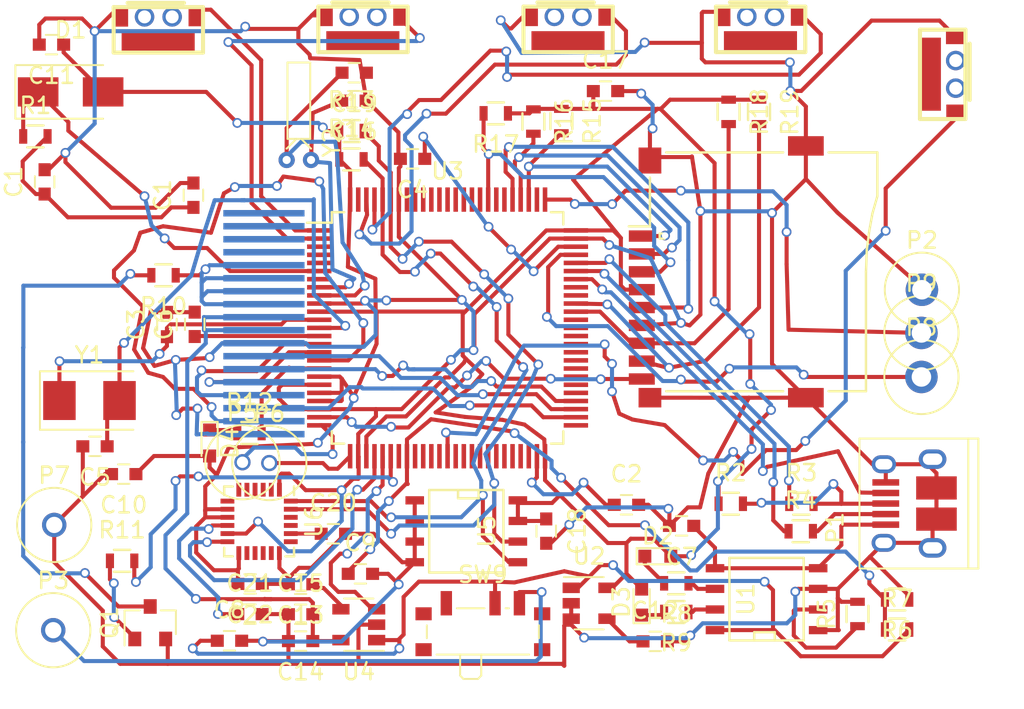
<source format=kicad_pcb>
(kicad_pcb (version 4) (host pcbnew 4.0.4-stable)
  (layers (0 F.Cu signal) (31 B.Cu signal) (34 B.Paste user) (35 F.Paste user) (36 B.SilkS user) (37 F.SilkS user) (38 B.Mask user) (39 F.Mask user) (44 Edge.Cuts user))
  (net 0 "")
  (net 1 "Net-(C1-Pad1)")
  (net 2 GND)
  (net 3 "Net-(C2-Pad1)")
  (net 4 "Net-(C3-Pad1)")
  (net 5 "Net-(C4-Pad1)")
  (net 6 "Net-(C5-Pad1)")
  (net 7 "Net-(C6-Pad1)")
  (net 8 /VCC5)
  (net 9 /VBAT)
  (net 10 /ADC0)
  (net 11 +3V3)
  (net 12 "Net-(C12-Pad1)")
  (net 13 "Net-(C13-Pad1)")
  (net 14 "Net-(C14-Pad1)")
  (net 15 "Net-(C16-Pad2)")
  (net 16 "Net-(C19-Pad2)")
  (net 17 "Net-(C20-Pad1)")
  (net 18 "Net-(C21-Pad1)")
  (net 19 /CD)
  (net 20 /SDIO_D0)
  (net 21 /SDIO_D1)
  (net 22 /SDIO_CLK)
  (net 23 /SDIO_D2)
  (net 24 /SDIO_D3)
  (net 25 /SDIO_CMD)
  (net 26 /VBAT_RTC)
  (net 27 "Net-(D2-Pad1)")
  (net 28 "Net-(D3-Pad1)")
  (net 29 "Net-(D4-Pad1)")
  (net 30 "Net-(P1-Pad2)")
  (net 31 "Net-(P1-Pad3)")
  (net 32 /USB-ID)
  (net 33 "Net-(P3-Pad1)")
  (net 34 "Net-(P4-Pad18)")
  (net 35 "Net-(P4-Pad17)")
  (net 36 "Net-(P4-Pad16)")
  (net 37 "Net-(P4-Pad15)")
  (net 38 "Net-(P4-Pad11)")
  (net 39 /DISP_MISO)
  (net 40 /DISP_MOSI)
  (net 41 /DISP_CS)
  (net 42 /DISP_D/C)
  (net 43 /DISP_CLK)
  (net 44 /DISP_RES)
  (net 45 "Net-(P5-Pad1)")
  (net 46 "Net-(P6-Pad1)")
  (net 47 "Net-(P8-Pad1)")
  (net 48 "Net-(P9-Pad1)")
  (net 49 /DISP_PWM)
  (net 50 "Net-(Q1-Pad3)")
  (net 51 /USB-DP)
  (net 52 /USB-DM)
  (net 53 "Net-(R5-Pad1)")
  (net 54 /CHRG1)
  (net 55 /CHRG2)
  (net 56 "Net-(R11-Pad2)")
  (net 57 "Net-(R12-Pad2)")
  (net 58 /i2c_SCL)
  (net 59 /i2c_SDA)
  (net 60 /B1)
  (net 61 /B2)
  (net 62 /B3)
  (net 63 /B4)
  (net 64 /B8)
  (net 65 "Net-(SW9-Pad1)")
  (net 66 "Net-(U3-Pad7)")
  (net 67 /MPU_INT)
  (net 68 /DISP_EN)
  (net 69 "Net-(U3-Pad32)")
  (net 70 "Net-(U3-Pad34)")
  (net 71 "Net-(U3-Pad35)")
  (net 72 "Net-(U3-Pad36)")
  (net 73 "Net-(U3-Pad37)")
  (net 74 "Net-(U3-Pad39)")
  (net 75 "Net-(U3-Pad40)")
  (net 76 "Net-(U3-Pad41)")
  (net 77 "Net-(U3-Pad42)")
  (net 78 "Net-(U3-Pad43)")
  (net 79 "Net-(U3-Pad44)")
  (net 80 "Net-(U3-Pad45)")
  (net 81 "Net-(U3-Pad46)")
  (net 82 "Net-(U3-Pad47)")
  (net 83 "Net-(U3-Pad48)")
  (net 84 "Net-(U3-Pad51)")
  (net 85 "Net-(U3-Pad55)")
  (net 86 "Net-(U3-Pad56)")
  (net 87 "Net-(U3-Pad57)")
  (net 88 "Net-(U3-Pad58)")
  (net 89 "Net-(U3-Pad59)")
  (net 90 "Net-(U3-Pad60)")
  (net 91 "Net-(U3-Pad61)")
  (net 92 "Net-(U3-Pad62)")
  (net 93 "Net-(U3-Pad63)")
  (net 94 "Net-(U3-Pad64)")
  (net 95 "Net-(U3-Pad67)")
  (net 96 "Net-(U3-Pad68)")
  (net 97 "Net-(U3-Pad77)")
  (net 98 "Net-(U3-Pad81)")
  (net 99 "Net-(U3-Pad82)")
  (net 100 "Net-(U3-Pad84)")
  (net 101 "Net-(U3-Pad85)")
  (net 102 "Net-(U3-Pad86)")
  (net 103 "Net-(U3-Pad87)")
  (net 104 "Net-(U3-Pad88)")
  (net 105 "Net-(U3-Pad89)")
  (net 106 "Net-(U3-Pad90)")
  (net 107 "Net-(U3-Pad91)")
  (net 108 "Net-(U3-Pad92)")
  (net 109 "Net-(U3-Pad93)")
  (net 110 "Net-(U3-Pad99)")
  (net 111 "Net-(U6-Pad2)")
  (net 112 "Net-(U6-Pad3)")
  (net 113 "Net-(U6-Pad4)")
  (net 114 "Net-(U6-Pad5)")
  (net 115 "Net-(U6-Pad6)")
  (net 116 "Net-(U6-Pad7)")
  (net 117 "Net-(U6-Pad14)")
  (net 118 "Net-(U6-Pad15)")
  (net 119 "Net-(U6-Pad16)")
  (net 120 "Net-(U6-Pad17)")
  (net 121 "Net-(U6-Pad19)")
  (net 122 "Net-(U6-Pad21)")
  (net 123 "Net-(U3-Pad2)")
  (net 124 "Net-(U3-Pad3)")
  (net 125 "Net-(U3-Pad4)")
  (net 126 "Net-(U3-Pad5)")
  (module Capacitors_SMD:C_0603 (layer F.Cu) (at 111.78 61.96 90)
    (fp_text reference C1 (at 0 -1.9 90) (layer F.SilkS))
    (fp_text value 0.1F)
    (pad 1 smd rect (at -0.75 0 90) (size 0.8 0.75) (layers F.Cu F.Paste F.Mask) (net 1 "Net-(C1-Pad1)"))
    (pad 2 smd rect (at 0.75 0 90) (size 0.8 0.75) (layers F.Cu F.Paste F.Mask) (net 2 GND))
  )
  (module Capacitors_SMD:C_0603 (layer F.Cu) (at 102.62 61.14 90)
    (fp_text reference C1 (at 0 -1.9 90) (layer F.SilkS))
    (fp_text value 0.1F)
    (pad 1 smd rect (at -0.75 0 90) (size 0.8 0.75) (layers F.Cu F.Paste F.Mask) (net 1 "Net-(C1-Pad1)"))
    (pad 2 smd rect (at 0.75 0 90) (size 0.8 0.75) (layers F.Cu F.Paste F.Mask) (net 2 GND))
  )
  (module Capacitors_SMD:C_0603 (layer F.Cu) (at 138.44 81.02)
    (fp_text reference C2 (at 0 -1.9) (layer F.SilkS))
    (fp_text value 2.2uF)
    (pad 1 smd rect (at -0.75 0) (size 0.8 0.75) (layers F.Cu F.Paste F.Mask) (net 3 "Net-(C2-Pad1)"))
    (pad 2 smd rect (at 0.75 0) (size 0.8 0.75) (layers F.Cu F.Paste F.Mask) (net 2 GND))
  )
  (module Capacitors_SMD:C_0603 (layer F.Cu) (at 110.15 69.92 90)
    (fp_text reference C3 (at 0 -1.9 90) (layer F.SilkS))
    (fp_text value 22)
    (pad 1 smd rect (at -0.75 0 90) (size 0.8 0.75) (layers F.Cu F.Paste F.Mask) (net 4 "Net-(C3-Pad1)"))
    (pad 2 smd rect (at 0.75 0 90) (size 0.8 0.75) (layers F.Cu F.Paste F.Mask) (net 2 GND))
  )
  (module Capacitors_SMD:C_0603 (layer F.Cu) (at 125.2728 59.72048 180)
    (fp_text reference C4 (at 0 -1.9 180) (layer F.SilkS))
    (fp_text value 2.2uF)
    (pad 1 smd rect (at -0.75 0 180) (size 0.8 0.75) (layers F.Cu F.Paste F.Mask) (net 5 "Net-(C4-Pad1)"))
    (pad 2 smd rect (at 0.75 0 180) (size 0.8 0.75) (layers F.Cu F.Paste F.Mask) (net 2 GND))
  )
  (module Capacitors_SMD:C_0603 (layer F.Cu) (at 105.72 77.42 180)
    (fp_text reference C5 (at 0 -1.9 180) (layer F.SilkS))
    (fp_text value 22)
    (pad 1 smd rect (at -0.75 0 180) (size 0.8 0.75) (layers F.Cu F.Paste F.Mask) (net 6 "Net-(C5-Pad1)"))
    (pad 2 smd rect (at 0.75 0 180) (size 0.8 0.75) (layers F.Cu F.Paste F.Mask) (net 2 GND))
  )
  (module Capacitors_SMD:C_0603 (layer F.Cu) (at 111.86 69.91 90)
    (fp_text reference C6 (at 0 -1.9 90) (layer F.SilkS))
    (fp_text value 0.1uF)
    (pad 1 smd rect (at -0.75 0 90) (size 0.8 0.75) (layers F.Cu F.Paste F.Mask) (net 7 "Net-(C6-Pad1)"))
    (pad 2 smd rect (at 0.75 0 90) (size 0.8 0.75) (layers F.Cu F.Paste F.Mask) (net 2 GND))
  )
  (module Capacitors_SMD:C_0603 (layer F.Cu) (at 141.8336 82.31632 180)
    (fp_text reference C7 (at 0 -1.9 180) (layer F.SilkS))
    (fp_text value 10uF)
    (pad 1 smd rect (at -0.75 0 180) (size 0.8 0.75) (layers F.Cu F.Paste F.Mask) (net 8 /VCC5))
    (pad 2 smd rect (at 0.75 0 180) (size 0.8 0.75) (layers F.Cu F.Paste F.Mask) (net 2 GND))
  )
  (module Capacitors_SMD:C_0603 (layer F.Cu) (at 114 89.39)
    (fp_text reference C8 (at 0 -1.9) (layer F.SilkS))
    (fp_text value 10uF)
    (pad 1 smd rect (at -0.75 0) (size 0.8 0.75) (layers F.Cu F.Paste F.Mask) (net 9 /VBAT))
    (pad 2 smd rect (at 0.75 0) (size 0.8 0.75) (layers F.Cu F.Paste F.Mask) (net 2 GND))
  )
  (module Capacitors_SMD:C_0603 (layer F.Cu) (at 122.06 85.27)
    (fp_text reference C9 (at 0 -1.9) (layer F.SilkS))
    (fp_text value 33)
    (pad 1 smd rect (at -0.75 0) (size 0.8 0.75) (layers F.Cu F.Paste F.Mask) (net 10 /ADC0))
    (pad 2 smd rect (at 0.75 0) (size 0.8 0.75) (layers F.Cu F.Paste F.Mask) (net 2 GND))
  )
  (module Capacitors_SMD:C_0603 (layer F.Cu) (at 107.49 79.13 180)
    (fp_text reference C10 (at 0 -1.9 180) (layer F.SilkS))
    (fp_text value C)
    (pad 1 smd rect (at -0.75 0 180) (size 0.8 0.75) (layers F.Cu F.Paste F.Mask) (net 11 +3V3))
    (pad 2 smd rect (at 0.75 0 180) (size 0.8 0.75) (layers F.Cu F.Paste F.Mask) (net 2 GND))
  )
  (module Capacitors_SMD:C_0603 (layer F.Cu) (at 103.04 52.69 180)
    (fp_text reference C11 (at 0 -1.9 180) (layer F.SilkS))
    (fp_text value 0.1uF)
    (pad 1 smd rect (at -0.75 0 180) (size 0.8 0.75) (layers F.Cu F.Paste F.Mask) (net 11 +3V3))
    (pad 2 smd rect (at 0.75 0 180) (size 0.8 0.75) (layers F.Cu F.Paste F.Mask) (net 2 GND))
  )
  (module Capacitors_SMD:C_0603 (layer F.Cu) (at 140.208 89.42832)
    (fp_text reference C12 (at 0 -1.9) (layer F.SilkS))
    (fp_text value 0.01uF)
    (pad 1 smd rect (at -0.75 0) (size 0.8 0.75) (layers F.Cu F.Paste F.Mask) (net 12 "Net-(C12-Pad1)"))
    (pad 2 smd rect (at 0.75 0) (size 0.8 0.75) (layers F.Cu F.Paste F.Mask) (net 2 GND))
  )
  (module Capacitors_SMD:C_0603 (layer F.Cu) (at 118.38 85.91 180)
    (fp_text reference C13 (at 0 -1.9 180) (layer F.SilkS))
    (fp_text value 0.01uF)
    (pad 1 smd rect (at -0.75 0 180) (size 0.8 0.75) (layers F.Cu F.Paste F.Mask) (net 13 "Net-(C13-Pad1)"))
    (pad 2 smd rect (at 0.75 0 180) (size 0.8 0.75) (layers F.Cu F.Paste F.Mask) (net 2 GND))
  )
  (module Capacitors_SMD:C_0603 (layer F.Cu) (at 118.38 89.41 180)
    (fp_text reference C14 (at 0 -1.9 180) (layer F.SilkS))
    (fp_text value 0.1uF)
    (pad 1 smd rect (at -0.75 0 180) (size 0.8 0.75) (layers F.Cu F.Paste F.Mask) (net 14 "Net-(C14-Pad1)"))
    (pad 2 smd rect (at 0.75 0 180) (size 0.8 0.75) (layers F.Cu F.Paste F.Mask) (net 2 GND))
  )
  (module Capacitors_SMD:C_0603 (layer F.Cu) (at 118.38 87.76)
    (fp_text reference C15 (at 0 -1.9) (layer F.SilkS))
    (fp_text value 0.01uF)
    (pad 1 smd rect (at -0.75 0) (size 0.8 0.75) (layers F.Cu F.Paste F.Mask) (net 2 GND))
    (pad 2 smd rect (at 0.75 0) (size 0.8 0.75) (layers F.Cu F.Paste F.Mask) (net 14 "Net-(C14-Pad1)"))
  )
  (module Capacitors_SMD:C_0603 (layer F.Cu) (at 121.66 56.14 180)
    (fp_text reference C16 (at 0 -1.9 180) (layer F.SilkS))
    (fp_text value 22)
    (pad 1 smd rect (at -0.75 0 180) (size 0.8 0.75) (layers F.Cu F.Paste F.Mask) (net 2 GND))
    (pad 2 smd rect (at 0.75 0 180) (size 0.8 0.75) (layers F.Cu F.Paste F.Mask) (net 15 "Net-(C16-Pad2)"))
  )
  (module Capacitors_SMD:C_0603 (layer F.Cu) (at 137.15 55.55)
    (fp_text reference C17 (at 0 -1.9) (layer F.SilkS))
    (fp_text value 0.01uF)
    (pad 1 smd rect (at -0.75 0) (size 0.8 0.75) (layers F.Cu F.Paste F.Mask) (net 11 +3V3))
    (pad 2 smd rect (at 0.75 0) (size 0.8 0.75) (layers F.Cu F.Paste F.Mask) (net 2 GND))
  )
  (module Capacitors_SMD:C_0603 (layer F.Cu) (at 133.5 82.64 270)
    (fp_text reference C18 (at 0 -1.9 270) (layer F.SilkS))
    (fp_text value 10nF)
    (pad 1 smd rect (at -0.75 0 270) (size 0.8 0.75) (layers F.Cu F.Paste F.Mask) (net 11 +3V3))
    (pad 2 smd rect (at 0.75 0 270) (size 0.8 0.75) (layers F.Cu F.Paste F.Mask) (net 2 GND))
  )
  (module Capacitors_SMD:C_0603 (layer F.Cu) (at 121.68 54.42 180)
    (fp_text reference C19 (at 0 -1.9 180) (layer F.SilkS))
    (fp_text value 22)
    (pad 1 smd rect (at -0.75 0 180) (size 0.8 0.75) (layers F.Cu F.Paste F.Mask) (net 2 GND))
    (pad 2 smd rect (at 0.75 0 180) (size 0.8 0.75) (layers F.Cu F.Paste F.Mask) (net 16 "Net-(C19-Pad2)"))
  )
  (module Capacitors_SMD:C_0603 (layer F.Cu) (at 120.396 82.804)
    (fp_text reference C20 (at 0 -1.9) (layer F.SilkS))
    (fp_text value 2.2nF)
    (pad 1 smd rect (at -0.75 0) (size 0.8 0.75) (layers F.Cu F.Paste F.Mask) (net 17 "Net-(C20-Pad1)"))
    (pad 2 smd rect (at 0.75 0) (size 0.8 0.75) (layers F.Cu F.Paste F.Mask) (net 2 GND))
  )
  (module Capacitors_SMD:C_0603 (layer F.Cu) (at 115.26 87.75)
    (fp_text reference C21 (at 0 -1.9) (layer F.SilkS))
    (fp_text value 0.1uF)
    (pad 1 smd rect (at -0.75 0) (size 0.8 0.75) (layers F.Cu F.Paste F.Mask) (net 18 "Net-(C21-Pad1)"))
    (pad 2 smd rect (at 0.75 0) (size 0.8 0.75) (layers F.Cu F.Paste F.Mask) (net 2 GND))
  )
  (module Capacitors_SMD:C_0603 (layer F.Cu) (at 115.27 85.89 180)
    (fp_text reference C22 (at 0 -1.9 180) (layer F.SilkS))
    (fp_text value 0.01uF)
    (pad 1 smd rect (at -0.75 0 180) (size 0.8 0.75) (layers F.Cu F.Paste F.Mask) (net 2 GND))
    (pad 2 smd rect (at 0.75 0 180) (size 0.8 0.75) (layers F.Cu F.Paste F.Mask) (net 11 +3V3))
  )
  (module v.0:Conn_uSDcard (layer F.Cu) (at 149.8854 66.675 90)
    (fp_text reference CON1)
    (fp_text value uSD_Card)
    (pad 6 smd rect (at 7.75 -0.4 90) (size 1.2 2.2) (layers F.Cu F.Paste F.Mask) (net 2 GND))
    (pad 6 smd rect (at -7.75 -0.4 90) (size 1.2 2.2) (layers F.Cu F.Paste F.Mask) (net 2 GND))
    (pad 6 smd rect (at 6.85 -10 90) (size 1.6 1.4) (layers F.Cu F.Paste F.Mask) (net 2 GND))
    (pad 6 smd rect (at -7.75 -10 90) (size 1.2 1.4) (layers F.Cu F.Paste F.Mask) (net 2 GND))
    (pad 9 smd rect (at -6.6 -10.5 90) (size 0.7 1.6) (layers F.Cu F.Paste F.Mask) (net 19 /CD))
    (pad 7 smd rect (at -4.4 -10.5 90) (size 0.7 1.6) (layers F.Cu F.Paste F.Mask) (net 20 /SDIO_D0))
    (pad 8 smd rect (at -5.5 -10.5 90) (size 0.7 1.6) (layers F.Cu F.Paste F.Mask) (net 21 /SDIO_D1))
    (pad 6 smd rect (at -3.3 -10.5 90) (size 0.7 1.6) (layers F.Cu F.Paste F.Mask) (net 2 GND))
    (pad 5 smd rect (at -2.2 -10.5 90) (size 0.7 1.6) (layers F.Cu F.Paste F.Mask) (net 22 /SDIO_CLK))
    (pad 4 smd rect (at -1.1 -10.5 90) (size 0.7 1.6) (layers F.Cu F.Paste F.Mask) (net 11 +3V3))
    (pad 1 smd rect (at 2.2 -10.5 90) (size 0.7 1.6) (layers F.Cu F.Paste F.Mask) (net 23 /SDIO_D2))
    (pad 2 smd rect (at 1.1 -10.5 90) (size 0.7 1.6) (layers F.Cu F.Paste F.Mask) (net 24 /SDIO_D3))
    (pad "" np_thru_hole circle (at 3.05 0 90) (size 1 1) (drill 1) (layers *.Cu))
    (pad "" np_thru_hole circle (at -4.93 0 90) (size 1 1) (drill 1) (layers *.Cu))
    (pad 3 smd rect (at 0 -10.5 90) (size 0.7 1.6) (layers F.Cu F.Paste F.Mask) (net 25 /SDIO_CMD))
  )
  (module Diodes_SMD:D_SMA_Standard (layer F.Cu) (at 104.22 55.6)
    (fp_text reference D1 (at 0 -3.81) (layer F.SilkS))
    (fp_text value 1n5819)
    (pad 1 smd rect (at -2 0) (size 2.5 1.8) (layers F.Cu F.Paste F.Mask) (net 26 /VBAT_RTC))
    (pad 2 smd rect (at 2 0) (size 2.5 1.8) (layers F.Cu F.Paste F.Mask) (net 11 +3V3))
  )
  (module LEDs:LED_0603 (layer F.Cu) (at 140.37056 84.18576)
    (fp_text reference D2 (at 0 -1.25) (layer F.SilkS))
    (fp_text value RED)
    (pad 2 smd rect (at 0.8 0 180) (size 0.8 0.8) (layers F.Cu F.Paste F.Mask) (net 11 +3V3))
    (pad 1 smd rect (at -0.8 0 180) (size 0.8 0.8) (layers F.Cu F.Paste F.Mask) (net 27 "Net-(D2-Pad1)"))
  )
  (module LEDs:LED_0603 (layer F.Cu) (at 139.37488 87.01024 90)
    (fp_text reference D3 (at 0 -1.25 90) (layer F.SilkS))
    (fp_text value GREEN)
    (pad 2 smd rect (at 0.8 0 270) (size 0.8 0.8) (layers F.Cu F.Paste F.Mask) (net 11 +3V3))
    (pad 1 smd rect (at -0.8 0 270) (size 0.8 0.8) (layers F.Cu F.Paste F.Mask) (net 28 "Net-(D3-Pad1)"))
  )
  (module LEDs:LED_0603 (layer F.Cu) (at 112.776 77.216 270)
    (fp_text reference D4 (at 0 -1.25 270) (layer F.SilkS))
    (fp_text value LED)
    (pad 2 smd rect (at 0.8 0 90) (size 0.8 0.8) (layers F.Cu F.Paste F.Mask) (net 11 +3V3))
    (pad 1 smd rect (at -0.8 0 90) (size 0.8 0.8) (layers F.Cu F.Paste F.Mask) (net 29 "Net-(D4-Pad1)"))
  )
  (module Connect:USB_Micro-B_10103594-0001LF (layer F.Cu) (at 155.9052 80.94218 90)
    (fp_text reference P1 (at -1.5 -4.62 90) (layer F.SilkS))
    (fp_text value USB_OTG)
    (pad 1 smd rect (at -1.3 -1.5 180) (size 1.65 0.4) (layers F.Cu F.Paste F.Mask) (net 8 /VCC5))
    (pad 2 smd rect (at -0.65 -1.5 180) (size 1.65 0.4) (layers F.Cu F.Paste F.Mask) (net 30 "Net-(P1-Pad2)"))
    (pad 3 smd rect (at 0 -1.5 180) (size 1.65 0.4) (layers F.Cu F.Paste F.Mask) (net 31 "Net-(P1-Pad3)"))
    (pad 4 smd rect (at 0.65 -1.5 180) (size 1.65 0.4) (layers F.Cu F.Paste F.Mask) (net 32 /USB-ID))
    (pad 5 smd rect (at 1.3 -1.5 180) (size 1.65 0.4) (layers F.Cu F.Paste F.Mask) (net 2 GND))
    (pad 6 thru_hole oval (at -2.42 -1.62 180) (size 1.5 1.1) (drill oval 1.05 0.65) (layers *.Cu *.Mask) (net 2 GND))
    (pad 6 thru_hole oval (at 2.42 -1.62 180) (size 1.5 1.1) (drill oval 1.05 0.65) (layers *.Cu *.Mask) (net 2 GND))
    (pad 6 thru_hole oval (at -2.73 1.38 180) (size 1.7 1.2) (drill oval 1.2 0.7) (layers *.Cu *.Mask) (net 2 GND))
    (pad 6 thru_hole oval (at 2.73 1.38 180) (size 1.7 1.2) (drill oval 1.2 0.7) (layers *.Cu *.Mask) (net 2 GND))
    (pad 6 smd rect (at -0.96 1.62 180) (size 2.5 1.43) (layers F.Cu F.Paste F.Mask) (net 2 GND))
    (pad 6 smd rect (at 0.96 1.62 180) (size 2.5 1.43) (layers F.Cu F.Paste F.Mask) (net 2 GND))
  )
  (module Connect:1pin (layer F.Cu) (at 156.63 67.78)
    (fp_text reference P2 (at 0 -3.048) (layer F.SilkS))
    (fp_text value BAT-)
    (pad 1 thru_hole circle (at 0 0) (size 2 2) (drill 1.2) (layers *.Cu *.Mask) (net 2 GND))
  )
  (module Connect:1pin (layer F.Cu) (at 103.15 88.74)
    (fp_text reference P3 (at 0 -3.048) (layer F.SilkS))
    (fp_text value BAT+)
    (pad 1 thru_hole circle (at 0 0) (size 1.5 1.5) (drill 1) (layers *.Cu *.Mask) (net 33 "Net-(P3-Pad1)"))
  )
  (module v.0:DISP1 (layer B.Cu) (at 118.52 70.27 90)
    (fp_text reference P4 hide)
    (fp_text value CONN_01X18 hide)
    (pad 18 smd rect (at 7.2 -2.4 90) (size 0.4 5) (layers B.Cu B.Paste B.Mask) (net 34 "Net-(P4-Pad18)"))
    (pad 17 smd rect (at 6.4 -2.4 90) (size 0.4 5) (layers B.Cu B.Paste B.Mask) (net 35 "Net-(P4-Pad17)"))
    (pad 16 smd rect (at 5.6 -2.4 90) (size 0.4 5) (layers B.Cu B.Paste B.Mask) (net 36 "Net-(P4-Pad16)"))
    (pad 15 smd rect (at 4.8 -2.4 90) (size 0.4 5) (layers B.Cu B.Paste B.Mask) (net 37 "Net-(P4-Pad15)"))
    (pad 14 smd rect (at 4 -2.4 90) (size 0.4 5) (layers B.Cu B.Paste B.Mask) (net 38 "Net-(P4-Pad11)"))
    (pad 13 smd rect (at 3.2 -2.4 90) (size 0.4 5) (layers B.Cu B.Paste B.Mask) (net 38 "Net-(P4-Pad11)"))
    (pad 12 smd rect (at 2.4 -2.4 90) (size 0.4 5) (layers B.Cu B.Paste B.Mask) (net 38 "Net-(P4-Pad11)"))
    (pad 11 smd rect (at 1.6 -2.4 90) (size 0.4 5) (layers B.Cu B.Paste B.Mask) (net 38 "Net-(P4-Pad11)"))
    (pad 10 smd rect (at 0.8 -2.4 90) (size 0.4 5) (layers B.Cu B.Paste B.Mask) (net 14 "Net-(C14-Pad1)"))
    (pad 9 smd rect (at 0 -2.4 90) (size 0.4 5) (layers B.Cu B.Paste B.Mask) (net 14 "Net-(C14-Pad1)"))
    (pad 8 smd rect (at -0.8 -2.4 90) (size 0.4 5) (layers B.Cu B.Paste B.Mask) (net 2 GND))
    (pad 7 smd rect (at -1.6 -2.4 90) (size 0.4 5) (layers B.Cu B.Paste B.Mask) (net 39 /DISP_MISO))
    (pad 6 smd rect (at -2.4 -2.4 90) (size 0.4 5) (layers B.Cu B.Paste B.Mask) (net 40 /DISP_MOSI))
    (pad 5 smd rect (at -3.2 -2.4 90) (size 0.4 5) (layers B.Cu B.Paste B.Mask) (net 41 /DISP_CS))
    (pad 4 smd rect (at -4 -2.4 90) (size 0.4 5) (layers B.Cu B.Paste B.Mask) (net 42 /DISP_D/C))
    (pad 3 smd rect (at -4.8 -2.4 90) (size 0.4 5) (layers B.Cu B.Paste B.Mask) (net 43 /DISP_CLK))
    (pad 2 smd rect (at -5.6 -2.4 90) (size 0.4 5) (layers B.Cu B.Paste B.Mask) (net 44 /DISP_RES))
    (pad 1 smd rect (at -6.4 -2.4 90) (size 0.4 5) (layers B.Cu B.Paste B.Mask) (net 2 GND))
  )
  (module Connect:1pin (layer F.Cu) (at 114.8 78.4)
    (fp_text reference P5 (at 0 -3.048) (layer F.SilkS))
    (fp_text value TX2)
    (pad 1 thru_hole circle (at 0 0) (size 1 1) (drill 0.7) (layers *.Cu *.Mask) (net 45 "Net-(P5-Pad1)"))
  )
  (module Connect:1pin (layer F.Cu) (at 116.45 78.45)
    (fp_text reference P6 (at 0 -3.048) (layer F.SilkS))
    (fp_text value RX2)
    (pad 1 thru_hole circle (at 0 0) (size 1 1) (drill 0.7) (layers *.Cu *.Mask) (net 46 "Net-(P6-Pad1)"))
  )
  (module Connect:1pin (layer F.Cu) (at 103.21 82.26)
    (fp_text reference P7 (at 0 -3.048) (layer F.SilkS))
    (fp_text value GND)
    (pad 1 thru_hole circle (at 0 0) (size 1.5 1.5) (drill 1) (layers *.Cu *.Mask) (net 2 GND))
  )
  (module Connect:1pin (layer F.Cu) (at 156.6 73.15)
    (fp_text reference P8 (at 0 -3.048) (layer F.SilkS))
    (fp_text value SWDIO)
    (pad 1 thru_hole circle (at 0 0) (size 2 2) (drill 1.2) (layers *.Cu *.Mask) (net 47 "Net-(P8-Pad1)"))
  )
  (module Connect:1pin (layer F.Cu) (at 156.6 70.44)
    (fp_text reference P9 (at 0 -3.048) (layer F.SilkS))
    (fp_text value SWDCLK)
    (pad 1 thru_hole circle (at 0 0) (size 2 2) (drill 1.2) (layers *.Cu *.Mask) (net 48 "Net-(P9-Pad1)"))
  )
  (module Resistors_SMD:R_0603 (layer F.Cu) (at 102.05 58.34)
    (fp_text reference R1 (at 0 -1.9) (layer F.SilkS))
    (fp_text value 100)
    (pad 1 smd rect (at -0.75 0) (size 0.5 0.9) (layers F.Cu F.Paste F.Mask) (net 26 /VBAT_RTC))
    (pad 2 smd rect (at 0.75 0) (size 0.5 0.9) (layers F.Cu F.Paste F.Mask) (net 1 "Net-(C1-Pad1)"))
  )
  (module Resistors_SMD:R_0603 (layer F.Cu) (at 144.86128 80.95488)
    (fp_text reference R2 (at 0 -1.9) (layer F.SilkS))
    (fp_text value 1.5k)
    (pad 1 smd rect (at -0.75 0) (size 0.5 0.9) (layers F.Cu F.Paste F.Mask) (net 11 +3V3))
    (pad 2 smd rect (at 0.75 0) (size 0.5 0.9) (layers F.Cu F.Paste F.Mask) (net 31 "Net-(P1-Pad3)"))
  )
  (module Resistors_SMD:R_0603 (layer F.Cu) (at 149.20976 80.95488)
    (fp_text reference R3 (at 0 -1.9) (layer F.SilkS))
    (fp_text value 22)
    (pad 1 smd rect (at -0.75 0) (size 0.5 0.9) (layers F.Cu F.Paste F.Mask) (net 51 /USB-DP))
    (pad 2 smd rect (at 0.75 0) (size 0.5 0.9) (layers F.Cu F.Paste F.Mask) (net 31 "Net-(P1-Pad3)"))
  )
  (module Resistors_SMD:R_0603 (layer F.Cu) (at 149.16912 82.64652)
    (fp_text reference R4 (at 0 -1.9) (layer F.SilkS))
    (fp_text value 22)
    (pad 1 smd rect (at -0.75 0) (size 0.5 0.9) (layers F.Cu F.Paste F.Mask) (net 52 /USB-DM))
    (pad 2 smd rect (at 0.75 0) (size 0.5 0.9) (layers F.Cu F.Paste F.Mask) (net 30 "Net-(P1-Pad2)"))
  )
  (module Resistors_SMD:R_0603 (layer F.Cu) (at 152.66416 87.74176 90)
    (fp_text reference R5 (at 0 -1.9 90) (layer F.SilkS))
    (fp_text value 10k)
    (pad 1 smd rect (at -0.75 0 90) (size 0.5 0.9) (layers F.Cu F.Paste F.Mask) (net 53 "Net-(R5-Pad1)"))
    (pad 2 smd rect (at 0.75 0 90) (size 0.5 0.9) (layers F.Cu F.Paste F.Mask) (net 2 GND))
  )
  (module Resistors_SMD:R_0603 (layer F.Cu) (at 155.10256 86.84768 180)
    (fp_text reference R6 (at 0 -1.9 180) (layer F.SilkS))
    (fp_text value 100k)
    (pad 1 smd rect (at -0.75 0 180) (size 0.5 0.9) (layers F.Cu F.Paste F.Mask) (net 2 GND))
    (pad 2 smd rect (at 0.75 0 180) (size 0.5 0.9) (layers F.Cu F.Paste F.Mask) (net 10 /ADC0))
  )
  (module Resistors_SMD:R_0603 (layer F.Cu) (at 155.10256 88.6968)
    (fp_text reference R7 (at 0 -1.9) (layer F.SilkS))
    (fp_text value 100k)
    (pad 1 smd rect (at -0.75 0) (size 0.5 0.9) (layers F.Cu F.Paste F.Mask) (net 10 /ADC0))
    (pad 2 smd rect (at 0.75 0) (size 0.5 0.9) (layers F.Cu F.Paste F.Mask) (net 9 /VBAT))
  )
  (module Resistors_SMD:R_0603 (layer F.Cu) (at 141.50848 85.852 180)
    (fp_text reference R8 (at 0 -1.9 180) (layer F.SilkS))
    (fp_text value 1k)
    (pad 1 smd rect (at -0.75 0 180) (size 0.5 0.9) (layers F.Cu F.Paste F.Mask) (net 54 /CHRG1))
    (pad 2 smd rect (at 0.75 0 180) (size 0.5 0.9) (layers F.Cu F.Paste F.Mask) (net 27 "Net-(D2-Pad1)"))
  )
  (module Resistors_SMD:R_0603 (layer F.Cu) (at 141.50848 87.61984 180)
    (fp_text reference R9 (at 0 -1.9 180) (layer F.SilkS))
    (fp_text value 1k)
    (pad 1 smd rect (at -0.75 0 180) (size 0.5 0.9) (layers F.Cu F.Paste F.Mask) (net 55 /CHRG2))
    (pad 2 smd rect (at 0.75 0 180) (size 0.5 0.9) (layers F.Cu F.Paste F.Mask) (net 28 "Net-(D3-Pad1)"))
  )
  (module Resistors_SMD:R_0603 (layer F.Cu) (at 109.94 66.89 180)
    (fp_text reference R10 (at 0 -1.9 180) (layer F.SilkS))
    (fp_text value 0)
    (pad 1 smd rect (at -0.75 0 180) (size 0.5 0.9) (layers F.Cu F.Paste F.Mask) (net 38 "Net-(P4-Pad11)"))
    (pad 2 smd rect (at 0.75 0 180) (size 0.5 0.9) (layers F.Cu F.Paste F.Mask) (net 50 "Net-(Q1-Pad3)"))
  )
  (module Resistors_SMD:R_0603 (layer F.Cu) (at 107.39 84.47)
    (fp_text reference R11 (at 0 -1.9) (layer F.SilkS))
    (fp_text value 100)
    (pad 1 smd rect (at -0.75 0) (size 0.5 0.9) (layers F.Cu F.Paste F.Mask) (net 49 /DISP_PWM))
    (pad 2 smd rect (at 0.75 0) (size 0.5 0.9) (layers F.Cu F.Paste F.Mask) (net 56 "Net-(R11-Pad2)"))
  )
  (module Resistors_SMD:R_0603 (layer F.Cu) (at 115.23 76.6)
    (fp_text reference R12 (at 0 -1.9) (layer F.SilkS))
    (fp_text value 1k)
    (pad 1 smd rect (at -0.75 0) (size 0.5 0.9) (layers F.Cu F.Paste F.Mask) (net 29 "Net-(D4-Pad1)"))
    (pad 2 smd rect (at 0.75 0) (size 0.5 0.9) (layers F.Cu F.Paste F.Mask) (net 57 "Net-(R12-Pad2)"))
  )
  (module Resistors_SMD:R_0603 (layer F.Cu) (at 121.50852 58.01106)
    (fp_text reference R13 (at 0 -1.9) (layer F.SilkS))
    (fp_text value 1k5)
    (pad 1 smd rect (at -0.75 0) (size 0.5 0.9) (layers F.Cu F.Paste F.Mask) (net 11 +3V3))
    (pad 2 smd rect (at 0.75 0) (size 0.5 0.9) (layers F.Cu F.Paste F.Mask) (net 58 /i2c_SCL))
  )
  (module Resistors_SMD:R_0603 (layer F.Cu) (at 121.50852 59.75604)
    (fp_text reference R14 (at 0 -1.9) (layer F.SilkS))
    (fp_text value 1k5)
    (pad 1 smd rect (at -0.75 0) (size 0.5 0.9) (layers F.Cu F.Paste F.Mask) (net 11 +3V3))
    (pad 2 smd rect (at 0.75 0) (size 0.5 0.9) (layers F.Cu F.Paste F.Mask) (net 59 /i2c_SDA))
  )
  (module Resistors_SMD:R_0603 (layer F.Cu) (at 134.43204 57.39384 270)
    (fp_text reference R15 (at 0 -1.9 270) (layer F.SilkS))
    (fp_text value 33k)
    (pad 1 smd rect (at -0.75 0 270) (size 0.5 0.9) (layers F.Cu F.Paste F.Mask) (net 11 +3V3))
    (pad 2 smd rect (at 0.75 0 270) (size 0.5 0.9) (layers F.Cu F.Paste F.Mask) (net 23 /SDIO_D2))
  )
  (module Resistors_SMD:R_0603 (layer F.Cu) (at 132.70992 57.42432 270)
    (fp_text reference R16 (at 0 -1.9 270) (layer F.SilkS))
    (fp_text value 33k)
    (pad 1 smd rect (at -0.75 0 270) (size 0.5 0.9) (layers F.Cu F.Paste F.Mask) (net 11 +3V3))
    (pad 2 smd rect (at 0.75 0 270) (size 0.5 0.9) (layers F.Cu F.Paste F.Mask) (net 24 /SDIO_D3))
  )
  (module Resistors_SMD:R_0603 (layer F.Cu) (at 130.39344 56.9214 180)
    (fp_text reference R17 (at 0 -1.9 180) (layer F.SilkS))
    (fp_text value 33k)
    (pad 1 smd rect (at -0.75 0 180) (size 0.5 0.9) (layers F.Cu F.Paste F.Mask) (net 11 +3V3))
    (pad 2 smd rect (at 0.75 0 180) (size 0.5 0.9) (layers F.Cu F.Paste F.Mask) (net 25 /SDIO_CMD))
  )
  (module Resistors_SMD:R_0603 (layer F.Cu) (at 144.7292 56.82996 270)
    (fp_text reference R18 (at 0 -1.9 270) (layer F.SilkS))
    (fp_text value 33k)
    (pad 1 smd rect (at -0.75 0 270) (size 0.5 0.9) (layers F.Cu F.Paste F.Mask) (net 11 +3V3))
    (pad 2 smd rect (at 0.75 0 270) (size 0.5 0.9) (layers F.Cu F.Paste F.Mask) (net 20 /SDIO_D0))
  )
  (module Resistors_SMD:R_0603 (layer F.Cu) (at 146.60118 56.82996 270)
    (fp_text reference R19 (at 0 -1.9 270) (layer F.SilkS))
    (fp_text value 33k)
    (pad 1 smd rect (at -0.75 0 270) (size 0.5 0.9) (layers F.Cu F.Paste F.Mask) (net 11 +3V3))
    (pad 2 smd rect (at 0.75 0 270) (size 0.5 0.9) (layers F.Cu F.Paste F.Mask) (net 21 /SDIO_D1))
  )
  (module v.0:SMDBTN1 (layer F.Cu) (at 143.95 50.35)
    (fp_text reference SW1 hide)
    (fp_text value BACK hide)
    (pad "" thru_hole circle (at 3.6 0.6) (size 1.2 1.2) (drill 0.8) (layers *.Cu *.Mask))
    (pad 2 smd rect (at 5.06 0.58) (size 0.9 1.2) (layers F.Cu F.Paste F.Mask) (net 60 /B1))
    (pad 1 smd rect (at 0.44 0.6) (size 0.9 1.2) (layers F.Cu F.Paste F.Mask) (net 2 GND))
    (pad "" thru_hole circle (at 1.9 0.6) (size 1.2 1.2) (drill 0.8) (layers *.Cu *.Mask))
    (pad "" smd rect (at 2.74 2.16) (size 4.5 1.3) (layers F.Cu F.Paste F.Mask))
  )
  (module v.0:SMDBTN1 (layer F.Cu) (at 132.1 50.35)
    (fp_text reference SW2 hide)
    (fp_text value ENTER hide)
    (pad "" thru_hole circle (at 3.6 0.6) (size 1.2 1.2) (drill 0.8) (layers *.Cu *.Mask))
    (pad 2 smd rect (at 5.06 0.58) (size 0.9 1.2) (layers F.Cu F.Paste F.Mask) (net 61 /B2))
    (pad 1 smd rect (at 0.44 0.6) (size 0.9 1.2) (layers F.Cu F.Paste F.Mask) (net 2 GND))
    (pad "" thru_hole circle (at 1.9 0.6) (size 1.2 1.2) (drill 0.8) (layers *.Cu *.Mask))
    (pad "" smd rect (at 2.74 2.16) (size 4.5 1.3) (layers F.Cu F.Paste F.Mask))
  )
  (module v.0:SMDBTN1 (layer F.Cu) (at 106.87 50.38)
    (fp_text reference SW3 hide)
    (fp_text value UP hide)
    (pad "" thru_hole circle (at 3.6 0.6) (size 1.2 1.2) (drill 0.8) (layers *.Cu *.Mask))
    (pad 2 smd rect (at 5.06 0.58) (size 0.9 1.2) (layers F.Cu F.Paste F.Mask) (net 62 /B3))
    (pad 1 smd rect (at 0.44 0.6) (size 0.9 1.2) (layers F.Cu F.Paste F.Mask) (net 2 GND))
    (pad "" thru_hole circle (at 1.9 0.6) (size 1.2 1.2) (drill 0.8) (layers *.Cu *.Mask))
    (pad "" smd rect (at 2.74 2.16) (size 4.5 1.3) (layers F.Cu F.Paste F.Mask))
  )
  (module v.0:SMDBTN1 (layer F.Cu) (at 119.47 50.35)
    (fp_text reference SW4 hide)
    (fp_text value DOWN hide)
    (pad "" thru_hole circle (at 3.6 0.6) (size 1.2 1.2) (drill 0.8) (layers *.Cu *.Mask))
    (pad 2 smd rect (at 5.06 0.58) (size 0.9 1.2) (layers F.Cu F.Paste F.Mask) (net 63 /B4))
    (pad 1 smd rect (at 0.44 0.6) (size 0.9 1.2) (layers F.Cu F.Paste F.Mask) (net 2 GND))
    (pad "" thru_hole circle (at 1.9 0.6) (size 1.2 1.2) (drill 0.8) (layers *.Cu *.Mask))
    (pad "" smd rect (at 2.74 2.16) (size 4.5 1.3) (layers F.Cu F.Paste F.Mask))
  )
  (module v.0:SMDBTN1 (layer F.Cu) (at 159.31 51.77 270)
    (fp_text reference SW5 hide)
    (fp_text value USER4 hide)
    (pad "" thru_hole circle (at 3.6 0.6 270) (size 1.2 1.2) (drill 0.8) (layers *.Cu *.Mask))
    (pad 2 smd rect (at 5.06 0.58 270) (size 0.9 1.2) (layers F.Cu F.Paste F.Mask) (net 64 /B8))
    (pad 1 smd rect (at 0.44 0.6 270) (size 0.9 1.2) (layers F.Cu F.Paste F.Mask) (net 2 GND))
    (pad "" thru_hole circle (at 1.9 0.6 270) (size 1.2 1.2) (drill 0.8) (layers *.Cu *.Mask))
    (pad "" smd rect (at 2.74 2.16 270) (size 4.5 1.3) (layers F.Cu F.Paste F.Mask))
  )
  (module Buttons_Switches_SMD:SW_SPDT_PCM12 (layer F.Cu) (at 129.6 88.51)
    (fp_text reference SW9 (at 0 -3.2) (layer F.SilkS))
    (fp_text value SWITCH_INV)
    (pad "" np_thru_hole circle (at -1.5 0.33) (size 0.9 0.9) (drill 0.9) (layers *.Cu *.Mask))
    (pad "" np_thru_hole circle (at 1.5 0.33) (size 0.9 0.9) (drill 0.9) (layers *.Cu *.Mask))
    (pad 1 smd rect (at -2.25 -1.43) (size 0.7 1.5) (layers F.Cu F.Paste F.Mask) (net 65 "Net-(SW9-Pad1)"))
    (pad 2 smd rect (at 0.75 -1.43) (size 0.7 1.5) (layers F.Cu F.Paste F.Mask) (net 9 /VBAT))
    (pad 3 smd rect (at 2.25 -1.43) (size 0.7 1.5) (layers F.Cu F.Paste F.Mask) (net 33 "Net-(P3-Pad1)"))
    (pad "" smd rect (at -3.65 1.43) (size 1 0.8) (layers F.Cu F.Paste F.Mask))
    (pad "" smd rect (at 3.65 1.43) (size 1 0.8) (layers F.Cu F.Paste F.Mask))
    (pad "" smd rect (at 3.65 -0.78) (size 1 0.8) (layers F.Cu F.Paste F.Mask))
    (pad "" smd rect (at -3.65 -0.78) (size 1 0.8) (layers F.Cu F.Paste F.Mask))
  )
  (module SMD_Packages:SOIC-8-N (layer F.Cu) (at 147.066 86.8299 90)
    (fp_text reference U1 (at 0 -1.27 90) (layer F.SilkS))
    (fp_text value TPS4056)
    (pad 8 smd rect (at -1.905 -3.175 90) (size 0.508 1.143) (layers F.Cu F.Paste F.Mask) (net 9 /VBAT))
    (pad 7 smd rect (at -0.635 -3.175 90) (size 0.508 1.143) (layers F.Cu F.Paste F.Mask) (net 55 /CHRG2))
    (pad 6 smd rect (at 0.635 -3.175 90) (size 0.508 1.143) (layers F.Cu F.Paste F.Mask) (net 54 /CHRG1))
    (pad 5 smd rect (at 1.905 -3.175 90) (size 0.508 1.143) (layers F.Cu F.Paste F.Mask) (net 8 /VCC5))
    (pad 4 smd rect (at 1.905 3.175 90) (size 0.508 1.143) (layers F.Cu F.Paste F.Mask) (net 8 /VCC5))
    (pad 3 smd rect (at 0.635 3.175 90) (size 0.508 1.143) (layers F.Cu F.Paste F.Mask) (net 2 GND))
    (pad 2 smd rect (at -0.635 3.175 90) (size 0.508 1.143) (layers F.Cu F.Paste F.Mask) (net 53 "Net-(R5-Pad1)"))
    (pad 1 smd rect (at -1.905 3.175 90) (size 0.508 1.143) (layers F.Cu F.Paste F.Mask) (net 2 GND))
  )
  (module TO_SOT_Packages_SMD:SOT-23-5 (layer F.Cu) (at 136.13892 87.08136)
    (fp_text reference U2 (at 0 -2.9) (layer F.SilkS))
    (fp_text value TPS79133DBVR)
    (pad 1 smd rect (at -1.1 -0.95) (size 1.06 0.65) (layers F.Cu F.Paste F.Mask) (net 9 /VBAT))
    (pad 2 smd rect (at -1.1 0) (size 1.06 0.65) (layers F.Cu F.Paste F.Mask) (net 2 GND))
    (pad 3 smd rect (at -1.1 0.95) (size 1.06 0.65) (layers F.Cu F.Paste F.Mask) (net 2 GND))
    (pad 4 smd rect (at 1.1 0.95) (size 1.06 0.65) (layers F.Cu F.Paste F.Mask) (net 12 "Net-(C12-Pad1)"))
    (pad 5 smd rect (at 1.1 -0.95) (size 1.06 0.65) (layers F.Cu F.Paste F.Mask) (net 11 +3V3))
  )
  (module Housings_QFP:LQFP-100_14x14mm_Pitch0.5mm (layer F.Cu) (at 127.42672 70.1294)
    (fp_text reference U3 (at 0 -9.65) (layer F.SilkS))
    (fp_text value STM32F217VETx)
    (pad 1 smd rect (at -7.9 -6) (size 1.5 0.28) (layers F.Cu F.Paste F.Mask) (net 62 /B3))
    (pad 2 smd rect (at -7.9 -5.5) (size 1.5 0.28) (layers F.Cu F.Paste F.Mask) (net 123 "Net-(U3-Pad2)"))
    (pad 3 smd rect (at -7.9 -5) (size 1.5 0.28) (layers F.Cu F.Paste F.Mask) (net 124 "Net-(U3-Pad3)"))
    (pad 4 smd rect (at -7.9 -4.5) (size 1.5 0.28) (layers F.Cu F.Paste F.Mask) (net 125 "Net-(U3-Pad4)"))
    (pad 5 smd rect (at -7.9 -4) (size 1.5 0.28) (layers F.Cu F.Paste F.Mask) (net 126 "Net-(U3-Pad5)"))
    (pad 6 smd rect (at -7.9 -3.5) (size 1.5 0.28) (layers F.Cu F.Paste F.Mask) (net 26 /VBAT_RTC))
    (pad 7 smd rect (at -7.9 -3) (size 1.5 0.28) (layers F.Cu F.Paste F.Mask) (net 66 "Net-(U3-Pad7)"))
    (pad 8 smd rect (at -7.9 -2.5) (size 1.5 0.28) (layers F.Cu F.Paste F.Mask) (net 15 "Net-(C16-Pad2)"))
    (pad 9 smd rect (at -7.9 -2) (size 1.5 0.28) (layers F.Cu F.Paste F.Mask) (net 16 "Net-(C19-Pad2)"))
    (pad 10 smd rect (at -7.9 -1.5) (size 1.5 0.28) (layers F.Cu F.Paste F.Mask) (net 2 GND))
    (pad 11 smd rect (at -7.9 -1) (size 1.5 0.28) (layers F.Cu F.Paste F.Mask) (net 11 +3V3))
    (pad 12 smd rect (at -7.9 -0.5) (size 1.5 0.28) (layers F.Cu F.Paste F.Mask) (net 4 "Net-(C3-Pad1)"))
    (pad 13 smd rect (at -7.9 0) (size 1.5 0.28) (layers F.Cu F.Paste F.Mask) (net 6 "Net-(C5-Pad1)"))
    (pad 14 smd rect (at -7.9 0.5) (size 1.5 0.28) (layers F.Cu F.Paste F.Mask) (net 7 "Net-(C6-Pad1)"))
    (pad 15 smd rect (at -7.9 1) (size 1.5 0.28) (layers F.Cu F.Paste F.Mask) (net 42 /DISP_D/C))
    (pad 16 smd rect (at -7.9 1.5) (size 1.5 0.28) (layers F.Cu F.Paste F.Mask) (net 41 /DISP_CS))
    (pad 17 smd rect (at -7.9 2) (size 1.5 0.28) (layers F.Cu F.Paste F.Mask) (net 44 /DISP_RES))
    (pad 18 smd rect (at -7.9 2.5) (size 1.5 0.28) (layers F.Cu F.Paste F.Mask) (net 57 "Net-(R12-Pad2)"))
    (pad 19 smd rect (at -7.9 3) (size 1.5 0.28) (layers F.Cu F.Paste F.Mask) (net 11 +3V3))
    (pad 20 smd rect (at -7.9 3.5) (size 1.5 0.28) (layers F.Cu F.Paste F.Mask) (net 2 GND))
    (pad 21 smd rect (at -7.9 4) (size 1.5 0.28) (layers F.Cu F.Paste F.Mask) (net 11 +3V3))
    (pad 22 smd rect (at -7.9 4.5) (size 1.5 0.28) (layers F.Cu F.Paste F.Mask) (net 11 +3V3))
    (pad 23 smd rect (at -7.9 5) (size 1.5 0.28) (layers F.Cu F.Paste F.Mask) (net 2 GND))
    (pad 24 smd rect (at -7.9 5.5) (size 1.5 0.28) (layers F.Cu F.Paste F.Mask) (net 19 /CD))
    (pad 25 smd rect (at -7.9 6) (size 1.5 0.28) (layers F.Cu F.Paste F.Mask) (net 45 "Net-(P5-Pad1)"))
    (pad 26 smd rect (at -6 7.9 90) (size 1.5 0.28) (layers F.Cu F.Paste F.Mask) (net 46 "Net-(P6-Pad1)"))
    (pad 27 smd rect (at -5.5 7.9 90) (size 1.5 0.28) (layers F.Cu F.Paste F.Mask) (net 2 GND))
    (pad 28 smd rect (at -5 7.9 90) (size 1.5 0.28) (layers F.Cu F.Paste F.Mask) (net 11 +3V3))
    (pad 29 smd rect (at -4.5 7.9 90) (size 1.5 0.28) (layers F.Cu F.Paste F.Mask) (net 67 /MPU_INT))
    (pad 30 smd rect (at -4 7.9 90) (size 1.5 0.28) (layers F.Cu F.Paste F.Mask) (net 68 /DISP_EN))
    (pad 31 smd rect (at -3.5 7.9 90) (size 1.5 0.28) (layers F.Cu F.Paste F.Mask) (net 56 "Net-(R11-Pad2)"))
    (pad 32 smd rect (at -3 7.9 90) (size 1.5 0.28) (layers F.Cu F.Paste F.Mask) (net 69 "Net-(U3-Pad32)"))
    (pad 33 smd rect (at -2.5 7.9 90) (size 1.5 0.28) (layers F.Cu F.Paste F.Mask) (net 10 /ADC0))
    (pad 34 smd rect (at -2 7.9 90) (size 1.5 0.28) (layers F.Cu F.Paste F.Mask) (net 70 "Net-(U3-Pad34)"))
    (pad 35 smd rect (at -1.5 7.9 90) (size 1.5 0.28) (layers F.Cu F.Paste F.Mask) (net 71 "Net-(U3-Pad35)"))
    (pad 36 smd rect (at -1 7.9 90) (size 1.5 0.28) (layers F.Cu F.Paste F.Mask) (net 72 "Net-(U3-Pad36)"))
    (pad 37 smd rect (at -0.5 7.9 90) (size 1.5 0.28) (layers F.Cu F.Paste F.Mask) (net 73 "Net-(U3-Pad37)"))
    (pad 38 smd rect (at 0 7.9 90) (size 1.5 0.28) (layers F.Cu F.Paste F.Mask) (net 64 /B8))
    (pad 39 smd rect (at 0.5 7.9 90) (size 1.5 0.28) (layers F.Cu F.Paste F.Mask) (net 74 "Net-(U3-Pad39)"))
    (pad 40 smd rect (at 1 7.9 90) (size 1.5 0.28) (layers F.Cu F.Paste F.Mask) (net 75 "Net-(U3-Pad40)"))
    (pad 41 smd rect (at 1.5 7.9 90) (size 1.5 0.28) (layers F.Cu F.Paste F.Mask) (net 76 "Net-(U3-Pad41)"))
    (pad 42 smd rect (at 2 7.9 90) (size 1.5 0.28) (layers F.Cu F.Paste F.Mask) (net 77 "Net-(U3-Pad42)"))
    (pad 43 smd rect (at 2.5 7.9 90) (size 1.5 0.28) (layers F.Cu F.Paste F.Mask) (net 78 "Net-(U3-Pad43)"))
    (pad 44 smd rect (at 3 7.9 90) (size 1.5 0.28) (layers F.Cu F.Paste F.Mask) (net 79 "Net-(U3-Pad44)"))
    (pad 45 smd rect (at 3.5 7.9 90) (size 1.5 0.28) (layers F.Cu F.Paste F.Mask) (net 80 "Net-(U3-Pad45)"))
    (pad 46 smd rect (at 4 7.9 90) (size 1.5 0.28) (layers F.Cu F.Paste F.Mask) (net 81 "Net-(U3-Pad46)"))
    (pad 47 smd rect (at 4.5 7.9 90) (size 1.5 0.28) (layers F.Cu F.Paste F.Mask) (net 82 "Net-(U3-Pad47)"))
    (pad 48 smd rect (at 5 7.9 90) (size 1.5 0.28) (layers F.Cu F.Paste F.Mask) (net 83 "Net-(U3-Pad48)"))
    (pad 49 smd rect (at 5.5 7.9 90) (size 1.5 0.28) (layers F.Cu F.Paste F.Mask) (net 3 "Net-(C2-Pad1)"))
    (pad 50 smd rect (at 6 7.9 90) (size 1.5 0.28) (layers F.Cu F.Paste F.Mask) (net 11 +3V3))
    (pad 51 smd rect (at 7.9 6) (size 1.5 0.28) (layers F.Cu F.Paste F.Mask) (net 84 "Net-(U3-Pad51)"))
    (pad 52 smd rect (at 7.9 5.5) (size 1.5 0.28) (layers F.Cu F.Paste F.Mask) (net 43 /DISP_CLK))
    (pad 53 smd rect (at 7.9 5) (size 1.5 0.28) (layers F.Cu F.Paste F.Mask) (net 39 /DISP_MISO))
    (pad 54 smd rect (at 7.9 4.5) (size 1.5 0.28) (layers F.Cu F.Paste F.Mask) (net 40 /DISP_MOSI))
    (pad 55 smd rect (at 7.9 4) (size 1.5 0.28) (layers F.Cu F.Paste F.Mask) (net 85 "Net-(U3-Pad55)"))
    (pad 56 smd rect (at 7.9 3.5) (size 1.5 0.28) (layers F.Cu F.Paste F.Mask) (net 86 "Net-(U3-Pad56)"))
    (pad 57 smd rect (at 7.9 3) (size 1.5 0.28) (layers F.Cu F.Paste F.Mask) (net 87 "Net-(U3-Pad57)"))
    (pad 58 smd rect (at 7.9 2.5) (size 1.5 0.28) (layers F.Cu F.Paste F.Mask) (net 88 "Net-(U3-Pad58)"))
    (pad 59 smd rect (at 7.9 2) (size 1.5 0.28) (layers F.Cu F.Paste F.Mask) (net 89 "Net-(U3-Pad59)"))
    (pad 60 smd rect (at 7.9 1.5) (size 1.5 0.28) (layers F.Cu F.Paste F.Mask) (net 90 "Net-(U3-Pad60)"))
    (pad 61 smd rect (at 7.9 1) (size 1.5 0.28) (layers F.Cu F.Paste F.Mask) (net 91 "Net-(U3-Pad61)"))
    (pad 62 smd rect (at 7.9 0.5) (size 1.5 0.28) (layers F.Cu F.Paste F.Mask) (net 92 "Net-(U3-Pad62)"))
    (pad 63 smd rect (at 7.9 0) (size 1.5 0.28) (layers F.Cu F.Paste F.Mask) (net 93 "Net-(U3-Pad63)"))
    (pad 64 smd rect (at 7.9 -0.5) (size 1.5 0.28) (layers F.Cu F.Paste F.Mask) (net 94 "Net-(U3-Pad64)"))
    (pad 65 smd rect (at 7.9 -1) (size 1.5 0.28) (layers F.Cu F.Paste F.Mask) (net 20 /SDIO_D0))
    (pad 66 smd rect (at 7.9 -1.5) (size 1.5 0.28) (layers F.Cu F.Paste F.Mask) (net 21 /SDIO_D1))
    (pad 67 smd rect (at 7.9 -2) (size 1.5 0.28) (layers F.Cu F.Paste F.Mask) (net 95 "Net-(U3-Pad67)"))
    (pad 68 smd rect (at 7.9 -2.5) (size 1.5 0.28) (layers F.Cu F.Paste F.Mask) (net 96 "Net-(U3-Pad68)"))
    (pad 69 smd rect (at 7.9 -3) (size 1.5 0.28) (layers F.Cu F.Paste F.Mask) (net 32 /USB-ID))
    (pad 70 smd rect (at 7.9 -3.5) (size 1.5 0.28) (layers F.Cu F.Paste F.Mask) (net 52 /USB-DM))
    (pad 71 smd rect (at 7.9 -4) (size 1.5 0.28) (layers F.Cu F.Paste F.Mask) (net 51 /USB-DP))
    (pad 72 smd rect (at 7.9 -4.5) (size 1.5 0.28) (layers F.Cu F.Paste F.Mask) (net 47 "Net-(P8-Pad1)"))
    (pad 73 smd rect (at 7.9 -5) (size 1.5 0.28) (layers F.Cu F.Paste F.Mask) (net 5 "Net-(C4-Pad1)"))
    (pad 74 smd rect (at 7.9 -5.5) (size 1.5 0.28) (layers F.Cu F.Paste F.Mask) (net 2 GND))
    (pad 75 smd rect (at 7.9 -6) (size 1.5 0.28) (layers F.Cu F.Paste F.Mask) (net 11 +3V3))
    (pad 76 smd rect (at 6 -7.9 90) (size 1.5 0.28) (layers F.Cu F.Paste F.Mask) (net 48 "Net-(P9-Pad1)"))
    (pad 77 smd rect (at 5.5 -7.9 90) (size 1.5 0.28) (layers F.Cu F.Paste F.Mask) (net 97 "Net-(U3-Pad77)"))
    (pad 78 smd rect (at 5 -7.9 90) (size 1.5 0.28) (layers F.Cu F.Paste F.Mask) (net 23 /SDIO_D2))
    (pad 79 smd rect (at 4.5 -7.9 90) (size 1.5 0.28) (layers F.Cu F.Paste F.Mask) (net 24 /SDIO_D3))
    (pad 80 smd rect (at 4 -7.9 90) (size 1.5 0.28) (layers F.Cu F.Paste F.Mask) (net 22 /SDIO_CLK))
    (pad 81 smd rect (at 3.5 -7.9 90) (size 1.5 0.28) (layers F.Cu F.Paste F.Mask) (net 98 "Net-(U3-Pad81)"))
    (pad 82 smd rect (at 3 -7.9 90) (size 1.5 0.28) (layers F.Cu F.Paste F.Mask) (net 99 "Net-(U3-Pad82)"))
    (pad 83 smd rect (at 2.5 -7.9 90) (size 1.5 0.28) (layers F.Cu F.Paste F.Mask) (net 25 /SDIO_CMD))
    (pad 84 smd rect (at 2 -7.9 90) (size 1.5 0.28) (layers F.Cu F.Paste F.Mask) (net 100 "Net-(U3-Pad84)"))
    (pad 85 smd rect (at 1.5 -7.9 90) (size 1.5 0.28) (layers F.Cu F.Paste F.Mask) (net 101 "Net-(U3-Pad85)"))
    (pad 86 smd rect (at 1 -7.9 90) (size 1.5 0.28) (layers F.Cu F.Paste F.Mask) (net 102 "Net-(U3-Pad86)"))
    (pad 87 smd rect (at 0.5 -7.9 90) (size 1.5 0.28) (layers F.Cu F.Paste F.Mask) (net 103 "Net-(U3-Pad87)"))
    (pad 88 smd rect (at 0 -7.9 90) (size 1.5 0.28) (layers F.Cu F.Paste F.Mask) (net 104 "Net-(U3-Pad88)"))
    (pad 89 smd rect (at -0.5 -7.9 90) (size 1.5 0.28) (layers F.Cu F.Paste F.Mask) (net 105 "Net-(U3-Pad89)"))
    (pad 90 smd rect (at -1 -7.9 90) (size 1.5 0.28) (layers F.Cu F.Paste F.Mask) (net 106 "Net-(U3-Pad90)"))
    (pad 91 smd rect (at -1.5 -7.9 90) (size 1.5 0.28) (layers F.Cu F.Paste F.Mask) (net 107 "Net-(U3-Pad91)"))
    (pad 92 smd rect (at -2 -7.9 90) (size 1.5 0.28) (layers F.Cu F.Paste F.Mask) (net 108 "Net-(U3-Pad92)"))
    (pad 93 smd rect (at -2.5 -7.9 90) (size 1.5 0.28) (layers F.Cu F.Paste F.Mask) (net 109 "Net-(U3-Pad93)"))
    (pad 94 smd rect (at -3 -7.9 90) (size 1.5 0.28) (layers F.Cu F.Paste F.Mask) (net 2 GND))
    (pad 95 smd rect (at -3.5 -7.9 90) (size 1.5 0.28) (layers F.Cu F.Paste F.Mask) (net 58 /i2c_SCL))
    (pad 96 smd rect (at -4 -7.9 90) (size 1.5 0.28) (layers F.Cu F.Paste F.Mask) (net 59 /i2c_SDA))
    (pad 97 smd rect (at -4.5 -7.9 90) (size 1.5 0.28) (layers F.Cu F.Paste F.Mask) (net 60 /B1))
    (pad 98 smd rect (at -5 -7.9 90) (size 1.5 0.28) (layers F.Cu F.Paste F.Mask) (net 61 /B2))
    (pad 99 smd rect (at -5.5 -7.9 90) (size 1.5 0.28) (layers F.Cu F.Paste F.Mask) (net 110 "Net-(U3-Pad99)"))
    (pad 100 smd rect (at -6 -7.9 90) (size 1.5 0.28) (layers F.Cu F.Paste F.Mask) (net 11 +3V3))
  )
  (module TO_SOT_Packages_SMD:SOT-23-5 (layer F.Cu) (at 121.96 88.4 180)
    (fp_text reference U4 (at 0 -2.9 180) (layer F.SilkS))
    (fp_text value TPS79318-EP)
    (pad 1 smd rect (at -1.1 -0.95 180) (size 1.06 0.65) (layers F.Cu F.Paste F.Mask) (net 9 /VBAT))
    (pad 2 smd rect (at -1.1 0 180) (size 1.06 0.65) (layers F.Cu F.Paste F.Mask) (net 2 GND))
    (pad 3 smd rect (at -1.1 0.95 180) (size 1.06 0.65) (layers F.Cu F.Paste F.Mask) (net 68 /DISP_EN))
    (pad 4 smd rect (at 1.1 0.95 180) (size 1.06 0.65) (layers F.Cu F.Paste F.Mask) (net 13 "Net-(C13-Pad1)"))
    (pad 5 smd rect (at 1.1 -0.95 180) (size 1.06 0.65) (layers F.Cu F.Paste F.Mask) (net 14 "Net-(C14-Pad1)"))
  )
  (module SMD_Packages:SOIC-8-N (layer F.Cu) (at 128.58 82.65 270)
    (fp_text reference U5 (at 0 -1.27 270) (layer F.SilkS))
    (fp_text value 24C16)
    (pad 8 smd rect (at -1.905 -3.175 270) (size 0.508 1.143) (layers F.Cu F.Paste F.Mask) (net 11 +3V3))
    (pad 7 smd rect (at -0.635 -3.175 270) (size 0.508 1.143) (layers F.Cu F.Paste F.Mask) (net 11 +3V3))
    (pad 6 smd rect (at 0.635 -3.175 270) (size 0.508 1.143) (layers F.Cu F.Paste F.Mask) (net 58 /i2c_SCL))
    (pad 5 smd rect (at 1.905 -3.175 270) (size 0.508 1.143) (layers F.Cu F.Paste F.Mask) (net 59 /i2c_SDA))
    (pad 4 smd rect (at 1.905 3.175 270) (size 0.508 1.143) (layers F.Cu F.Paste F.Mask) (net 2 GND))
    (pad 3 smd rect (at 0.635 3.175 270) (size 0.508 1.143) (layers F.Cu F.Paste F.Mask) (net 2 GND))
    (pad 2 smd rect (at -0.635 3.175 270) (size 0.508 1.143) (layers F.Cu F.Paste F.Mask) (net 2 GND))
    (pad 1 smd rect (at -1.905 3.175 270) (size 0.508 1.143) (layers F.Cu F.Paste F.Mask) (net 2 GND))
  )
  (module Housings_DFN_QFN:QFN-24_4x4mm_Pitch0.5mm (layer F.Cu) (at 115.824 82.042 270)
    (fp_text reference U6 (at 0 -3.375 270) (layer F.SilkS))
    (fp_text value MPU-6050)
    (pad 1 smd rect (at -1.95 -1.25 270) (size 0.85 0.3) (layers F.Cu F.Paste F.Mask) (net 2 GND))
    (pad 2 smd rect (at -1.95 -0.75 270) (size 0.85 0.3) (layers F.Cu F.Paste F.Mask) (net 111 "Net-(U6-Pad2)"))
    (pad 3 smd rect (at -1.95 -0.25 270) (size 0.85 0.3) (layers F.Cu F.Paste F.Mask) (net 112 "Net-(U6-Pad3)"))
    (pad 4 smd rect (at -1.95 0.25 270) (size 0.85 0.3) (layers F.Cu F.Paste F.Mask) (net 113 "Net-(U6-Pad4)"))
    (pad 5 smd rect (at -1.95 0.75 270) (size 0.85 0.3) (layers F.Cu F.Paste F.Mask) (net 114 "Net-(U6-Pad5)"))
    (pad 6 smd rect (at -1.95 1.25 270) (size 0.85 0.3) (layers F.Cu F.Paste F.Mask) (net 115 "Net-(U6-Pad6)"))
    (pad 7 smd rect (at -1.25 1.95) (size 0.85 0.3) (layers F.Cu F.Paste F.Mask) (net 116 "Net-(U6-Pad7)"))
    (pad 8 smd rect (at -0.75 1.95) (size 0.85 0.3) (layers F.Cu F.Paste F.Mask) (net 11 +3V3))
    (pad 9 smd rect (at -0.25 1.95) (size 0.85 0.3) (layers F.Cu F.Paste F.Mask) (net 11 +3V3))
    (pad 10 smd rect (at 0.25 1.95) (size 0.85 0.3) (layers F.Cu F.Paste F.Mask) (net 18 "Net-(C21-Pad1)"))
    (pad 11 smd rect (at 0.75 1.95) (size 0.85 0.3) (layers F.Cu F.Paste F.Mask) (net 2 GND))
    (pad 12 smd rect (at 1.25 1.95) (size 0.85 0.3) (layers F.Cu F.Paste F.Mask) (net 67 /MPU_INT))
    (pad 13 smd rect (at 1.95 1.25 270) (size 0.85 0.3) (layers F.Cu F.Paste F.Mask) (net 11 +3V3))
    (pad 14 smd rect (at 1.95 0.75 270) (size 0.85 0.3) (layers F.Cu F.Paste F.Mask) (net 117 "Net-(U6-Pad14)"))
    (pad 15 smd rect (at 1.95 0.25 270) (size 0.85 0.3) (layers F.Cu F.Paste F.Mask) (net 118 "Net-(U6-Pad15)"))
    (pad 16 smd rect (at 1.95 -0.25 270) (size 0.85 0.3) (layers F.Cu F.Paste F.Mask) (net 119 "Net-(U6-Pad16)"))
    (pad 17 smd rect (at 1.95 -0.75 270) (size 0.85 0.3) (layers F.Cu F.Paste F.Mask) (net 120 "Net-(U6-Pad17)"))
    (pad 18 smd rect (at 1.95 -1.25 270) (size 0.85 0.3) (layers F.Cu F.Paste F.Mask) (net 2 GND))
    (pad 19 smd rect (at 1.25 -1.95) (size 0.85 0.3) (layers F.Cu F.Paste F.Mask) (net 121 "Net-(U6-Pad19)"))
    (pad 20 smd rect (at 0.75 -1.95) (size 0.85 0.3) (layers F.Cu F.Paste F.Mask) (net 17 "Net-(C20-Pad1)"))
    (pad 21 smd rect (at 0.25 -1.95) (size 0.85 0.3) (layers F.Cu F.Paste F.Mask) (net 122 "Net-(U6-Pad21)"))
    (pad 22 smd rect (at -0.25 -1.95) (size 0.85 0.3) (layers F.Cu F.Paste F.Mask))
    (pad 23 smd rect (at -0.75 -1.95) (size 0.85 0.3) (layers F.Cu F.Paste F.Mask) (net 58 /i2c_SCL))
    (pad 24 smd rect (at -1.25 -1.95) (size 0.85 0.3) (layers F.Cu F.Paste F.Mask) (net 59 /i2c_SDA))
  )
  (module Crystals:Crystal_SMD_5032-2pin_5.0x3.2mm (layer F.Cu) (at 105.38 74.6)
    (fp_text reference Y1 (at 0 -2.8) (layer F.SilkS))
    (fp_text value 8MHz)
    (pad 1 smd rect (at -1.85 0) (size 2 2.4) (layers F.Cu F.Mask) (net 4 "Net-(C3-Pad1)"))
    (pad 2 smd rect (at 1.85 0) (size 2 2.4) (layers F.Cu F.Mask) (net 6 "Net-(C5-Pad1)"))
  )
  (module Crystals:Crystal_DS10_d1.0mm_l4.3mm_Horizontal (layer F.Cu) (at 119.02 59.79 180)
    (fp_text reference Y2 (at -1.27 1.075 270) (layer F.SilkS))
    (fp_text value 32k)
    (pad 1 thru_hole circle (at 0 0 180) (size 1 1) (drill 0.5) (layers *.Cu *.Mask) (net 15 "Net-(C16-Pad2)"))
    (pad 2 thru_hole circle (at 1.5 0 180) (size 1 1) (drill 0.5) (layers *.Cu *.Mask) (net 16 "Net-(C19-Pad2)"))
  )
  (module TO_SOT_Packages_SMD:SOT-23 (layer F.Cu) (at 109.12 88.28 90)
    (fp_text reference Q1 (at 0 -2.5 90) (layer F.SilkS))
    (fp_text value 2N7002)
    (pad 1 smd rect (at -1 -0.95 90) (size 0.9 0.8) (layers F.Cu F.Paste F.Mask) (net 49 /DISP_PWM))
    (pad 2 smd rect (at -1 0.95 90) (size 0.9 0.8) (layers F.Cu F.Paste F.Mask) (net 2 GND))
    (pad 3 smd rect (at 1 0 90) (size 0.9 0.8) (layers F.Cu F.Paste F.Mask) (net 50 "Net-(Q1-Pad3)"))
  )
  (gr_line (start 159.5 50) (end 159.5 92) (angle 90) (layer Edge.Cuts) (width 0.001))
  (gr_line (start 100 50) (end 100 92) (angle 90) (layer Edge.Cuts) (width 0.001))
  (gr_line (start 100 92) (end 159.5 92) (angle 90) (layer Edge.Cuts) (width 0.001))
  (gr_line (start 100 50) (end 159.5 50) (angle 90) (layer Edge.Cuts) (width 0.001))
  (segment (start 111.78 62.71) (end 110.42 62.71) (width 0.25) (layer F.Cu) (net 1))
  (segment (start 104.05 63.32) (end 102.62 61.89) (width 0.25) (layer F.Cu) (net 1))
  (segment (start 109.81 63.32) (end 104.05 63.32) (width 0.25) (layer F.Cu) (net 1))
  (segment (start 110.42 62.71) (end 109.81 63.32) (width 0.25) (layer F.Cu) (net 1))
  (segment (start 102.62 61.89) (end 102.08 61.89) (width 0.25) (layer F.Cu) (net 1))
  (segment (start 101.27 59.87) (end 102.8 58.34) (width 0.25) (layer F.Cu) (net 1))
  (segment (start 101.27 61.08) (end 101.27 59.87) (width 0.25) (layer F.Cu) (net 1))
  (segment (start 102.08 61.89) (end 101.27 61.08) (width 0.25) (layer F.Cu) (net 1))
  (segment (start 119.08 50.88) (end 119.84 50.88) (width 0.25) (layer F.Cu) (net 2))
  (segment (start 119.84 50.88) (end 119.91 50.95) (width 0.25) (layer F.Cu) (net 2))
  (segment (start 137.9 55.55) (end 139.2 55.55) (width 0.25) (layer F.Cu) (net 2))
  (segment (start 139.8854 58.0146) (end 139.8854 59.825) (width 0.25) (layer F.Cu) (net 2))
  (segment (start 140.05 57.85) (end 139.8854 58.0146) (width 0.25) (layer F.Cu) (net 2))
  (via (at 140.05 57.85) (size 0.6) (drill 0.4) (layers F.Cu B.Cu) (net 2))
  (segment (start 140.05 56.4) (end 140.05 57.85) (width 0.25) (layer B.Cu) (net 2))
  (segment (start 139.35 55.7) (end 140.05 56.4) (width 0.25) (layer B.Cu) (net 2))
  (via (at 139.35 55.7) (size 0.6) (drill 0.4) (layers F.Cu B.Cu) (net 2))
  (segment (start 139.2 55.55) (end 139.35 55.7) (width 0.25) (layer F.Cu) (net 2))
  (segment (start 106.74 79.13) (end 106.34 79.13) (width 0.25) (layer F.Cu) (net 2))
  (segment (start 106.34 79.13) (end 104.97 80.5) (width 0.25) (layer F.Cu) (net 2))
  (segment (start 104.97 77.42) (end 104.97 80.5) (width 0.25) (layer F.Cu) (net 2))
  (segment (start 104.97 80.5) (end 103.21 82.26) (width 0.25) (layer F.Cu) (net 2))
  (segment (start 111.78 61.21) (end 110.98 61.21) (width 0.25) (layer F.Cu) (net 2))
  (segment (start 103.9 59.92) (end 103.9 59.35) (width 0.25) (layer F.Cu) (net 2))
  (segment (start 106.71 62.73) (end 103.9 59.92) (width 0.25) (layer F.Cu) (net 2))
  (segment (start 109.46 62.73) (end 106.71 62.73) (width 0.25) (layer F.Cu) (net 2))
  (segment (start 110.98 61.21) (end 109.46 62.73) (width 0.25) (layer F.Cu) (net 2))
  (segment (start 102.62 60.39) (end 102.86 60.39) (width 0.25) (layer F.Cu) (net 2))
  (segment (start 102.86 60.39) (end 103.9 59.35) (width 0.25) (layer F.Cu) (net 2))
  (via (at 103.9 59.35) (size 0.6) (drill 0.4) (layers F.Cu B.Cu) (net 2))
  (segment (start 103.9 59.35) (end 105.7 57.55) (width 0.25) (layer B.Cu) (net 2))
  (segment (start 105.7 57.55) (end 105.7 51.86) (width 0.25) (layer B.Cu) (net 2))
  (segment (start 102.29 52.69) (end 102.29 51.46) (width 0.25) (layer F.Cu) (net 2))
  (segment (start 104.92 51.08) (end 105.7 51.86) (width 0.25) (layer F.Cu) (net 2))
  (segment (start 102.67 51.08) (end 104.92 51.08) (width 0.25) (layer F.Cu) (net 2))
  (segment (start 102.29 51.46) (end 102.67 51.08) (width 0.25) (layer F.Cu) (net 2))
  (segment (start 110.69 72.1) (end 109.38 72.47) (width 0.25) (layer F.Cu) (net 2))
  (segment (start 109.25 69.16) (end 111.86 69.16) (width 0.25) (layer F.Cu) (net 2))
  (segment (start 109.16 69.07) (end 109.25 69.16) (width 0.25) (layer F.Cu) (net 2))
  (segment (start 108.68 71.38) (end 109.16 69.07) (width 0.25) (layer F.Cu) (net 2))
  (segment (start 109.38 72.47) (end 108.68 71.38) (width 0.25) (layer F.Cu) (net 2))
  (segment (start 116.12 71.07) (end 113.55 71.07) (width 0.25) (layer B.Cu) (net 2))
  (segment (start 112.68 76.67) (end 116.12 76.67) (width 0.25) (layer B.Cu) (net 2))
  (segment (start 112.64 76.63) (end 112.68 76.67) (width 0.25) (layer B.Cu) (net 2))
  (segment (start 111.98 76.69) (end 112.64 76.63) (width 0.25) (layer B.Cu) (net 2))
  (segment (start 112.03 75.09) (end 111.98 76.69) (width 0.25) (layer B.Cu) (net 2))
  (via (at 112.03 75.09) (size 0.6) (drill 0.4) (layers F.Cu B.Cu) (net 2))
  (segment (start 112.02 75.1) (end 112.03 75.09) (width 0.25) (layer F.Cu) (net 2))
  (segment (start 111.12 75.1) (end 112.02 75.1) (width 0.25) (layer F.Cu) (net 2))
  (segment (start 110.72 75.5) (end 111.12 75.1) (width 0.25) (layer F.Cu) (net 2))
  (via (at 110.72 75.5) (size 0.6) (drill 0.4) (layers F.Cu B.Cu) (net 2))
  (segment (start 110.74 75.5) (end 110.72 75.5) (width 0.25) (layer B.Cu) (net 2))
  (segment (start 110.76 75.48) (end 110.74 75.5) (width 0.25) (layer B.Cu) (net 2))
  (segment (start 110.64 72.15) (end 110.76 75.48) (width 0.25) (layer B.Cu) (net 2))
  (segment (start 110.69 72.1) (end 110.64 72.15) (width 0.25) (layer B.Cu) (net 2))
  (via (at 110.69 72.1) (size 0.6) (drill 0.4) (layers F.Cu B.Cu) (net 2))
  (segment (start 112.73 71.98) (end 110.69 72.1) (width 0.25) (layer F.Cu) (net 2))
  (segment (start 112.78 71.93) (end 112.73 71.98) (width 0.25) (layer F.Cu) (net 2))
  (via (at 112.78 71.93) (size 0.6) (drill 0.4) (layers F.Cu B.Cu) (net 2))
  (segment (start 112.69 71.93) (end 112.78 71.93) (width 0.25) (layer B.Cu) (net 2))
  (segment (start 113.55 71.07) (end 112.69 71.93) (width 0.25) (layer B.Cu) (net 2))
  (segment (start 110.2 90.81) (end 110.2 89.41) (width 0.25) (layer F.Cu) (net 2))
  (segment (start 110.2 89.41) (end 110.07 89.28) (width 0.25) (layer F.Cu) (net 2))
  (segment (start 116.12 71.07) (end 118.7 71.07) (width 0.25) (layer B.Cu) (net 2))
  (segment (start 123 69.10628) (end 122.34672 68.453) (width 0.25) (layer B.Cu) (net 2))
  (segment (start 123 70.56) (end 123 69.10628) (width 0.25) (layer B.Cu) (net 2))
  (segment (start 122.27 71.29) (end 123 70.56) (width 0.25) (layer B.Cu) (net 2))
  (segment (start 118.92 71.29) (end 122.27 71.29) (width 0.25) (layer B.Cu) (net 2))
  (segment (start 118.7 71.07) (end 118.92 71.29) (width 0.25) (layer B.Cu) (net 2))
  (segment (start 148.53 55.54) (end 149.2 55.54) (width 0.25) (layer F.Cu) (net 2))
  (segment (start 157.71 51.21) (end 158.71 52.21) (width 0.25) (layer F.Cu) (net 2))
  (segment (start 153.53 51.21) (end 157.71 51.21) (width 0.25) (layer F.Cu) (net 2))
  (segment (start 149.2 55.54) (end 153.53 51.21) (width 0.25) (layer F.Cu) (net 2))
  (segment (start 114.75 89.39) (end 116.01 89.39) (width 0.25) (layer F.Cu) (net 2))
  (segment (start 116.01 89.39) (end 116.06 89.44) (width 0.25) (layer F.Cu) (net 2))
  (segment (start 116.01 87.75) (end 117.62 87.75) (width 0.25) (layer F.Cu) (net 2))
  (segment (start 117.62 87.75) (end 117.63 87.76) (width 0.25) (layer F.Cu) (net 2))
  (segment (start 116.02 85.89) (end 117.61 85.89) (width 0.25) (layer F.Cu) (net 2))
  (segment (start 117.61 85.89) (end 117.63 85.91) (width 0.25) (layer F.Cu) (net 2))
  (segment (start 117.074 80.092) (end 117.074 79.236) (width 0.25) (layer F.Cu) (net 2))
  (segment (start 118.69 80.12) (end 120.9 80.12) (width 0.25) (layer F.Cu) (net 2))
  (segment (start 117.67 79.1) (end 118.69 80.12) (width 0.25) (layer F.Cu) (net 2))
  (segment (start 117.21 79.1) (end 117.67 79.1) (width 0.25) (layer F.Cu) (net 2))
  (segment (start 117.074 79.236) (end 117.21 79.1) (width 0.25) (layer F.Cu) (net 2))
  (segment (start 113.874 82.792) (end 115.018 82.792) (width 0.25) (layer F.Cu) (net 2))
  (segment (start 121.953436 79.36) (end 121.953436 78.056116) (width 0.25) (layer F.Cu) (net 2))
  (segment (start 121.966718 79.373282) (end 121.953436 79.36) (width 0.25) (layer F.Cu) (net 2))
  (segment (start 121.976718 79.373282) (end 121.966718 79.373282) (width 0.25) (layer F.Cu) (net 2))
  (segment (start 121.93 79.42) (end 121.976718 79.373282) (width 0.25) (layer F.Cu) (net 2))
  (segment (start 121.6 79.42) (end 121.93 79.42) (width 0.25) (layer F.Cu) (net 2))
  (segment (start 120.9 80.12) (end 121.6 79.42) (width 0.25) (layer F.Cu) (net 2))
  (via (at 120.9 80.12) (size 0.6) (drill 0.4) (layers F.Cu B.Cu) (net 2))
  (segment (start 120.91 80.13) (end 120.9 80.12) (width 0.25) (layer B.Cu) (net 2))
  (segment (start 120.91 82) (end 120.91 80.13) (width 0.25) (layer B.Cu) (net 2))
  (segment (start 119.03 83.88) (end 120.91 82) (width 0.25) (layer B.Cu) (net 2))
  (segment (start 117.59 83.88) (end 119.03 83.88) (width 0.25) (layer B.Cu) (net 2))
  (segment (start 115.76 82.05) (end 117.59 83.88) (width 0.25) (layer B.Cu) (net 2))
  (via (at 115.76 82.05) (size 0.6) (drill 0.4) (layers F.Cu B.Cu) (net 2))
  (segment (start 115.018 82.792) (end 115.76 82.05) (width 0.25) (layer F.Cu) (net 2))
  (segment (start 121.953436 78.056116) (end 121.92672 78.0294) (width 0.25) (layer F.Cu) (net 2))
  (via (at 142.37208 89.06256) (size 0.6) (drill 0.4) (layers F.Cu B.Cu) (net 2))
  (segment (start 142.37208 89.06256) (end 142.38732 89.06256) (width 0.25) (layer B.Cu) (net 2))
  (segment (start 122.81 85.27) (end 123.77 85.27) (width 0.25) (layer F.Cu) (net 2))
  (segment (start 123.77 85.27) (end 124.42 85.92) (width 0.25) (layer F.Cu) (net 2))
  (segment (start 117.63 85.91) (end 117.63 85.54) (width 0.25) (layer F.Cu) (net 2))
  (segment (start 117.63 85.54) (end 118.27 84.9) (width 0.25) (layer F.Cu) (net 2))
  (segment (start 119.05 84.9) (end 121.146 82.804) (width 0.25) (layer F.Cu) (net 2))
  (segment (start 118.27 84.9) (end 119.05 84.9) (width 0.25) (layer F.Cu) (net 2))
  (segment (start 117.63 85.91) (end 117.63 85.47) (width 0.25) (layer F.Cu) (net 2))
  (segment (start 117.074 84.914) (end 117.074 83.992) (width 0.25) (layer F.Cu) (net 2))
  (segment (start 117.63 85.47) (end 117.074 84.914) (width 0.25) (layer F.Cu) (net 2))
  (segment (start 121.146 82.804) (end 122.884 82.804) (width 0.25) (layer F.Cu) (net 2))
  (segment (start 124.635 84.555) (end 125.405 84.555) (width 0.25) (layer F.Cu) (net 2))
  (segment (start 122.884 82.804) (end 124.635 84.555) (width 0.25) (layer F.Cu) (net 2))
  (segment (start 119.08 50.88) (end 119.62 50.88) (width 0.25) (layer F.Cu) (net 2))
  (segment (start 119.62 50.88) (end 119.83 50.67) (width 0.25) (layer F.Cu) (net 2))
  (segment (start 118.24 51.72) (end 118.24 52.61) (width 0.25) (layer F.Cu) (net 2))
  (segment (start 118.97 53.53) (end 122.01 53.64) (width 0.25) (layer F.Cu) (net 2))
  (segment (start 118.93 53.3) (end 118.97 53.53) (width 0.25) (layer F.Cu) (net 2))
  (segment (start 118.24 52.61) (end 118.93 53.3) (width 0.25) (layer F.Cu) (net 2))
  (segment (start 119.35 50.61) (end 119.08 50.88) (width 0.25) (layer F.Cu) (net 2))
  (segment (start 119.08 50.88) (end 118.24 51.72) (width 0.25) (layer F.Cu) (net 2))
  (segment (start 105.7 51.86) (end 107 50.56) (width 0.25) (layer F.Cu) (net 2))
  (via (at 105.7 51.86) (size 0.6) (drill 0.4) (layers F.Cu B.Cu) (net 2))
  (segment (start 114.69 51.86) (end 105.7 51.86) (width 0.25) (layer B.Cu) (net 2))
  (segment (start 114.97 51.58) (end 114.69 51.86) (width 0.25) (layer B.Cu) (net 2))
  (via (at 114.97 51.58) (size 0.6) (drill 0.4) (layers F.Cu B.Cu) (net 2))
  (segment (start 115.11 51.72) (end 114.97 51.58) (width 0.25) (layer F.Cu) (net 2))
  (segment (start 118.24 51.72) (end 115.11 51.72) (width 0.25) (layer F.Cu) (net 2))
  (segment (start 107 50.56) (end 107.34 50.56) (width 0.25) (layer F.Cu) (net 2))
  (segment (start 143.08 52.58) (end 139.58 52.58) (width 0.25) (layer F.Cu) (net 2))
  (segment (start 131.35 51.69) (end 132.48 50.56) (width 0.25) (layer F.Cu) (net 2))
  (segment (start 131.2 51.69) (end 131.35 51.69) (width 0.25) (layer F.Cu) (net 2))
  (segment (start 130.7 51.19) (end 131.2 51.69) (width 0.25) (layer F.Cu) (net 2))
  (via (at 130.7 51.19) (size 0.6) (drill 0.4) (layers F.Cu B.Cu) (net 2))
  (segment (start 131.99 53.2) (end 130.7 51.19) (width 0.25) (layer B.Cu) (net 2))
  (segment (start 138.98 53.14) (end 131.99 53.2) (width 0.25) (layer B.Cu) (net 2))
  (segment (start 139.56 52.56) (end 138.98 53.14) (width 0.25) (layer B.Cu) (net 2))
  (via (at 139.56 52.56) (size 0.6) (drill 0.4) (layers F.Cu B.Cu) (net 2))
  (segment (start 139.58 52.58) (end 139.56 52.56) (width 0.25) (layer F.Cu) (net 2))
  (segment (start 144.39 50.67) (end 143.15 50.67) (width 0.25) (layer F.Cu) (net 2))
  (segment (start 149.4854 56.4954) (end 149.4854 58.925) (width 0.25) (layer F.Cu) (net 2))
  (segment (start 148.53 55.54) (end 149.4854 56.4954) (width 0.25) (layer F.Cu) (net 2))
  (via (at 148.53 55.54) (size 0.6) (drill 0.4) (layers F.Cu B.Cu) (net 2))
  (segment (start 148.53 53.81) (end 148.53 55.54) (width 0.25) (layer B.Cu) (net 2))
  (segment (start 148.5 53.78) (end 148.53 53.81) (width 0.25) (layer B.Cu) (net 2))
  (via (at 148.5 53.78) (size 0.6) (drill 0.4) (layers F.Cu B.Cu) (net 2))
  (segment (start 143.3 53.78) (end 148.5 53.78) (width 0.25) (layer F.Cu) (net 2))
  (segment (start 143.08 53.56) (end 143.3 53.78) (width 0.25) (layer F.Cu) (net 2))
  (segment (start 143.08 50.74) (end 143.08 52.58) (width 0.25) (layer F.Cu) (net 2))
  (segment (start 143.08 52.58) (end 143.08 53.56) (width 0.25) (layer F.Cu) (net 2))
  (segment (start 143.15 50.67) (end 143.08 50.74) (width 0.25) (layer F.Cu) (net 2))
  (segment (start 122.01 53.64) (end 122.43 56.12) (width 0.25) (layer F.Cu) (net 2))
  (segment (start 122.43 56.12) (end 124.4 58.09) (width 0.25) (layer F.Cu) (net 2))
  (segment (start 124.4 58.09) (end 124.4 59.59768) (width 0.25) (layer F.Cu) (net 2))
  (segment (start 124.4 59.59768) (end 124.5228 59.72048) (width 0.25) (layer F.Cu) (net 2))
  (segment (start 149.4854 60.96) (end 151.43 63.03) (width 0.25) (layer F.Cu) (net 2))
  (segment (start 151.43 63.03) (end 156.69 67.7) (width 0.25) (layer F.Cu) (net 2))
  (segment (start 142.47643 59.611419) (end 140.098981 59.611419) (width 0.25) (layer F.Cu) (net 2))
  (segment (start 140.098981 59.611419) (end 139.8854 59.825) (width 0.25) (layer F.Cu) (net 2))
  (segment (start 133.5 83.39) (end 133.77 83.39) (width 0.25) (layer F.Cu) (net 2))
  (segment (start 133.77 83.39) (end 134.92 82.24) (width 0.25) (layer F.Cu) (net 2))
  (via (at 134.92 82.24) (size 0.6) (drill 0.4) (layers F.Cu B.Cu) (net 2))
  (segment (start 134.92 82.24) (end 135.98 81.18) (width 0.25) (layer B.Cu) (net 2))
  (segment (start 135.98 81.18) (end 140.94 81.18) (width 0.25) (layer B.Cu) (net 2))
  (segment (start 140.94 81.18) (end 141.02 81.26) (width 0.25) (layer B.Cu) (net 2))
  (via (at 141.02 81.26) (size 0.6) (drill 0.4) (layers F.Cu B.Cu) (net 2))
  (segment (start 141.02 81.26) (end 141.0836 81.3236) (width 0.25) (layer F.Cu) (net 2))
  (segment (start 141.0836 81.3236) (end 141.0836 82.31632) (width 0.25) (layer F.Cu) (net 2))
  (segment (start 139.19 81.02) (end 139.78728 81.02) (width 0.25) (layer F.Cu) (net 2))
  (segment (start 139.78728 81.02) (end 141.0836 82.31632) (width 0.25) (layer F.Cu) (net 2))
  (segment (start 125.405 80.745) (end 125.405 82.015) (width 0.25) (layer F.Cu) (net 2))
  (segment (start 125.405 82.015) (end 125.405 83.285) (width 0.25) (layer F.Cu) (net 2))
  (segment (start 125.405 83.285) (end 125.405 84.555) (width 0.25) (layer F.Cu) (net 2))
  (segment (start 125.405 84.555) (end 124.39 85.57) (width 0.25) (layer F.Cu) (net 2))
  (segment (start 124.39 85.57) (end 124.39 85.89) (width 0.25) (layer F.Cu) (net 2))
  (segment (start 124.39 85.89) (end 124.42 85.92) (width 0.25) (layer F.Cu) (net 2))
  (via (at 124.42 85.92) (size 0.6) (drill 0.4) (layers F.Cu B.Cu) (net 2))
  (segment (start 124.42 85.92) (end 120.9 89.44) (width 0.25) (layer B.Cu) (net 2))
  (segment (start 120.9 89.44) (end 116.06 89.44) (width 0.25) (layer B.Cu) (net 2))
  (via (at 116.06 89.44) (size 0.6) (drill 0.4) (layers F.Cu B.Cu) (net 2))
  (segment (start 116.06 89.44) (end 116.09 89.41) (width 0.25) (layer F.Cu) (net 2))
  (segment (start 116.09 89.41) (end 117.63 89.41) (width 0.25) (layer F.Cu) (net 2))
  (segment (start 117.63 87.76) (end 117.63 89.41) (width 0.25) (layer F.Cu) (net 2))
  (segment (start 117.63 89.41) (end 117.63 90.63) (width 0.25) (layer F.Cu) (net 2))
  (segment (start 117.63 90.63) (end 117.45 90.81) (width 0.25) (layer F.Cu) (net 2))
  (segment (start 123.06 88.4) (end 122.04 88.4) (width 0.25) (layer F.Cu) (net 2))
  (segment (start 121.94 88.5) (end 121.94 90.81) (width 0.25) (layer F.Cu) (net 2))
  (segment (start 122.04 88.4) (end 121.94 88.5) (width 0.25) (layer F.Cu) (net 2))
  (segment (start 135.03892 88.40452) (end 134.66548 88.40452) (width 0.25) (layer F.Cu) (net 2))
  (segment (start 103.21 84.55) (end 103.21 82.26) (width 0.25) (layer F.Cu) (net 2))
  (segment (start 106.2 87.54) (end 103.21 84.55) (width 0.25) (layer F.Cu) (net 2))
  (segment (start 106.2 89.74) (end 106.2 87.54) (width 0.25) (layer F.Cu) (net 2))
  (segment (start 107.27 90.81) (end 106.2 89.74) (width 0.25) (layer F.Cu) (net 2))
  (segment (start 134.49 90.81) (end 121.94 90.81) (width 0.25) (layer F.Cu) (net 2))
  (segment (start 121.94 90.81) (end 117.45 90.81) (width 0.25) (layer F.Cu) (net 2))
  (segment (start 117.45 90.81) (end 110.2 90.81) (width 0.25) (layer F.Cu) (net 2))
  (segment (start 110.2 90.81) (end 107.27 90.81) (width 0.25) (layer F.Cu) (net 2))
  (segment (start 134.61 90.93) (end 134.49 90.81) (width 0.25) (layer F.Cu) (net 2))
  (segment (start 134.61 88.46) (end 134.61 90.93) (width 0.25) (layer F.Cu) (net 2))
  (segment (start 134.66548 88.40452) (end 134.61 88.46) (width 0.25) (layer F.Cu) (net 2))
  (segment (start 142.37208 89.06256) (end 142.20444 89.2302) (width 0.25) (layer B.Cu) (net 2))
  (segment (start 135.03892 88.40452) (end 135.03892 87.08136) (width 0.25) (layer F.Cu) (net 2))
  (segment (start 135.83412 89.19972) (end 135.03892 88.40452) (width 0.25) (layer F.Cu) (net 2))
  (via (at 135.83412 89.19972) (size 0.6) (drill 0.4) (layers F.Cu B.Cu) (net 2))
  (segment (start 135.8646 89.2302) (end 135.83412 89.19972) (width 0.25) (layer B.Cu) (net 2))
  (segment (start 142.20444 89.2302) (end 135.8646 89.2302) (width 0.25) (layer B.Cu) (net 2))
  (segment (start 135.03892 87.08136) (end 135.00844 87.11184) (width 0.25) (layer F.Cu) (net 2))
  (segment (start 140.958 89.42832) (end 142.00632 89.42832) (width 0.25) (layer F.Cu) (net 2))
  (segment (start 149.00402 86.1949) (end 150.241 86.1949) (width 0.25) (layer F.Cu) (net 2))
  (segment (start 148.83384 86.36508) (end 149.00402 86.1949) (width 0.25) (layer F.Cu) (net 2))
  (via (at 148.83384 86.36508) (size 0.6) (drill 0.4) (layers F.Cu B.Cu) (net 2))
  (segment (start 148.83384 86.54796) (end 148.83384 86.36508) (width 0.25) (layer B.Cu) (net 2))
  (segment (start 148.83384 87.79764) (end 148.83384 86.54796) (width 0.25) (layer B.Cu) (net 2))
  (segment (start 148.31568 88.3158) (end 148.83384 87.79764) (width 0.25) (layer B.Cu) (net 2))
  (segment (start 143.13408 88.3158) (end 148.31568 88.3158) (width 0.25) (layer B.Cu) (net 2))
  (segment (start 142.38732 89.06256) (end 143.13408 88.3158) (width 0.25) (layer B.Cu) (net 2))
  (segment (start 142.00632 89.42832) (end 142.37208 89.06256) (width 0.25) (layer F.Cu) (net 2))
  (segment (start 155.85256 86.84768) (end 155.85256 86.64264) (width 0.25) (layer F.Cu) (net 2))
  (segment (start 155.85256 86.64264) (end 153.42865 84.21873) (width 0.25) (layer F.Cu) (net 2))
  (segment (start 152.66416 86.99176) (end 151.67032 86.99176) (width 0.25) (layer F.Cu) (net 2))
  (segment (start 151.67032 86.99176) (end 151.45248 86.77392) (width 0.25) (layer F.Cu) (net 2))
  (segment (start 145.98 74.43) (end 143.48 79.09) (width 0.25) (layer F.Cu) (net 2))
  (segment (start 142.22152 81.1784) (end 141.0836 82.31632) (width 0.25) (layer F.Cu) (net 2))
  (segment (start 142.97152 81.1784) (end 142.22152 81.1784) (width 0.25) (layer F.Cu) (net 2))
  (segment (start 143.48 79.09) (end 142.97152 81.1784) (width 0.25) (layer F.Cu) (net 2))
  (segment (start 150.241 88.7349) (end 151.50846 88.7349) (width 0.25) (layer F.Cu) (net 2))
  (segment (start 151.45248 88.67892) (end 151.45248 86.77392) (width 0.25) (layer F.Cu) (net 2))
  (segment (start 151.45248 86.77392) (end 151.45248 86.1949) (width 0.25) (layer F.Cu) (net 2))
  (segment (start 151.50846 88.7349) (end 151.45248 88.67892) (width 0.25) (layer F.Cu) (net 2))
  (segment (start 150.241 86.1949) (end 151.45248 86.1949) (width 0.25) (layer F.Cu) (net 2))
  (segment (start 151.45248 86.1949) (end 153.42865 84.21873) (width 0.25) (layer F.Cu) (net 2))
  (segment (start 153.42865 84.21873) (end 154.2852 83.36218) (width 0.25) (layer F.Cu) (net 2))
  (segment (start 124.5228 59.72048) (end 124.5228 60.186) (width 0.25) (layer F.Cu) (net 2))
  (segment (start 124.42672 60.28208) (end 124.42672 62.2294) (width 0.25) (layer F.Cu) (net 2))
  (segment (start 124.5228 60.186) (end 124.42672 60.28208) (width 0.25) (layer F.Cu) (net 2))
  (segment (start 154.2852 78.52218) (end 153.58258 78.52218) (width 0.25) (layer F.Cu) (net 2))
  (segment (start 153.58258 78.52218) (end 149.4854 74.425) (width 0.25) (layer F.Cu) (net 2))
  (segment (start 154.4052 79.64218) (end 154.4052 78.64218) (width 0.25) (layer F.Cu) (net 2))
  (segment (start 154.4052 78.64218) (end 154.2852 78.52218) (width 0.25) (layer F.Cu) (net 2))
  (segment (start 154.2852 78.52218) (end 156.9752 78.52218) (width 0.25) (layer F.Cu) (net 2))
  (segment (start 156.9752 78.52218) (end 157.5252 79.07218) (width 0.25) (layer F.Cu) (net 2))
  (segment (start 157.5252 79.07218) (end 157.5252 81.90218) (width 0.25) (layer F.Cu) (net 2))
  (segment (start 157.5252 81.90218) (end 157.2852 82.14218) (width 0.25) (layer F.Cu) (net 2))
  (segment (start 157.2852 82.14218) (end 157.2852 83.67218) (width 0.25) (layer F.Cu) (net 2))
  (segment (start 157.2852 83.67218) (end 156.9752 83.36218) (width 0.25) (layer F.Cu) (net 2))
  (segment (start 156.9752 83.36218) (end 154.2852 83.36218) (width 0.25) (layer F.Cu) (net 2))
  (via (at 141.79296 69.81952) (size 0.6) (drill 0.4) (layers F.Cu B.Cu) (net 2))
  (segment (start 135.32672 64.6294) (end 136.98892 64.6294) (width 0.25) (layer F.Cu) (net 2))
  (segment (start 137.38352 65.024) (end 136.98892 64.6294) (width 0.25) (layer F.Cu) (net 2))
  (via (at 137.38352 65.024) (size 0.6) (drill 0.4) (layers F.Cu B.Cu) (net 2))
  (segment (start 139.92352 65.8368) (end 137.38352 65.024) (width 0.25) (layer B.Cu) (net 2))
  (segment (start 139.92352 65.8368) (end 141.79296 69.81952) (width 0.25) (layer B.Cu) (net 2))
  (segment (start 139.8854 74.425) (end 145.98 74.43) (width 0.25) (layer F.Cu) (net 2))
  (segment (start 145.98 74.43) (end 149.4854 74.425) (width 0.25) (layer F.Cu) (net 2))
  (segment (start 149.4854 74.425) (end 147.40128 72.34088) (width 0.25) (layer F.Cu) (net 2))
  (segment (start 147.40128 72.34088) (end 147.40128 63.05296) (width 0.25) (layer F.Cu) (net 2))
  (via (at 142.99184 62.93144) (size 0.6) (drill 0.4) (layers F.Cu B.Cu) (net 2))
  (segment (start 149.4854 58.925) (end 149.4854 60.96) (width 0.25) (layer F.Cu) (net 2))
  (segment (start 149.4854 60.96) (end 149.4854 60.96884) (width 0.25) (layer F.Cu) (net 2))
  (segment (start 147.40128 63.05296) (end 149.4854 60.96884) (width 0.25) (layer F.Cu) (net 2))
  (via (at 147.40128 63.05296) (size 0.6) (drill 0.4) (layers F.Cu B.Cu) (net 2))
  (segment (start 147.29968 62.95136) (end 147.40128 63.05296) (width 0.25) (layer B.Cu) (net 2))
  (segment (start 143.01176 62.95136) (end 147.29968 62.95136) (width 0.25) (layer B.Cu) (net 2))
  (segment (start 143.01176 62.95136) (end 142.99184 62.93144) (width 0.25) (layer B.Cu) (net 2))
  (segment (start 139.3854 69.975) (end 141.79296 69.81952) (width 0.25) (layer F.Cu) (net 2))
  (segment (start 141.79296 69.81952) (end 142.32836 69.975) (width 0.25) (layer F.Cu) (net 2))
  (segment (start 142.32836 69.975) (end 142.99184 69.31152) (width 0.25) (layer F.Cu) (net 2))
  (segment (start 142.99184 69.31152) (end 142.99184 62.93144) (width 0.25) (layer F.Cu) (net 2))
  (segment (start 142.99184 62.93144) (end 142.47643 59.611419) (width 0.25) (layer F.Cu) (net 2))
  (segment (start 142.47643 59.611419) (end 142.47 59.57) (width 0.25) (layer F.Cu) (net 2))
  (segment (start 119.52672 68.6294) (end 122.17032 68.6294) (width 0.25) (layer F.Cu) (net 2))
  (segment (start 123.68784 68.40728) (end 128.30556 68.40728) (width 0.25) (layer F.Cu) (net 2))
  (segment (start 123.65736 68.43776) (end 123.68784 68.40728) (width 0.25) (layer F.Cu) (net 2))
  (via (at 123.65736 68.43776) (size 0.6) (drill 0.4) (layers F.Cu B.Cu) (net 2))
  (segment (start 122.36196 68.43776) (end 123.65736 68.43776) (width 0.25) (layer B.Cu) (net 2))
  (segment (start 122.34672 68.453) (end 122.36196 68.43776) (width 0.25) (layer B.Cu) (net 2))
  (via (at 122.34672 68.453) (size 0.6) (drill 0.4) (layers F.Cu B.Cu) (net 2))
  (segment (start 122.17032 68.6294) (end 122.34672 68.453) (width 0.25) (layer F.Cu) (net 2))
  (segment (start 121.92672 78.0294) (end 121.92672 76.66064) (width 0.25) (layer F.Cu) (net 2))
  (segment (start 123.01728 75.57008) (end 123.01728 75.1294) (width 0.25) (layer F.Cu) (net 2))
  (segment (start 121.92672 76.66064) (end 123.01728 75.57008) (width 0.25) (layer F.Cu) (net 2))
  (segment (start 124.42672 62.2294) (end 124.42672 64.52844) (width 0.25) (layer F.Cu) (net 2))
  (segment (start 129.02184 69.12356) (end 129.02184 71.501) (width 0.25) (layer B.Cu) (net 2))
  (segment (start 128.30556 68.40728) (end 129.02184 69.12356) (width 0.25) (layer B.Cu) (net 2))
  (via (at 128.30556 68.40728) (size 0.6) (drill 0.4) (layers F.Cu B.Cu) (net 2))
  (segment (start 124.42672 64.52844) (end 128.30556 68.40728) (width 0.25) (layer F.Cu) (net 2))
  (segment (start 119.52672 75.1294) (end 123.01728 75.1294) (width 0.25) (layer F.Cu) (net 2))
  (segment (start 123.01728 75.1294) (end 124.60096 75.1294) (width 0.25) (layer F.Cu) (net 2))
  (segment (start 133.72174 64.6294) (end 135.32672 64.6294) (width 0.25) (layer F.Cu) (net 2))
  (segment (start 129.07518 69.27596) (end 133.72174 64.6294) (width 0.25) (layer F.Cu) (net 2))
  (segment (start 129.07518 71.44766) (end 129.07518 69.27596) (width 0.25) (layer F.Cu) (net 2))
  (segment (start 129.02184 71.501) (end 129.07518 71.44766) (width 0.25) (layer F.Cu) (net 2))
  (via (at 129.02184 71.501) (size 0.6) (drill 0.4) (layers F.Cu B.Cu) (net 2))
  (segment (start 128.22936 71.501) (end 129.02184 71.501) (width 0.25) (layer B.Cu) (net 2))
  (segment (start 127.635 72.09536) (end 128.22936 71.501) (width 0.25) (layer B.Cu) (net 2))
  (via (at 127.635 72.09536) (size 0.6) (drill 0.4) (layers F.Cu B.Cu) (net 2))
  (segment (start 124.60096 75.1294) (end 127.635 72.09536) (width 0.25) (layer F.Cu) (net 2))
  (segment (start 119.52672 75.1294) (end 117.6998 75.1294) (width 0.25) (layer F.Cu) (net 2))
  (segment (start 117.23636 73.6294) (end 119.52672 73.6294) (width 0.25) (layer F.Cu) (net 2))
  (segment (start 117.03812 73.82764) (end 117.23636 73.6294) (width 0.25) (layer F.Cu) (net 2))
  (segment (start 117.03812 74.46772) (end 117.03812 73.82764) (width 0.25) (layer F.Cu) (net 2))
  (segment (start 117.6998 75.1294) (end 117.03812 74.46772) (width 0.25) (layer F.Cu) (net 2))
  (segment (start 132.92672 78.0294) (end 132.92672 79.33328) (width 0.25) (layer F.Cu) (net 3))
  (segment (start 137.17 81.02) (end 137.69 81.02) (width 0.25) (layer F.Cu) (net 3))
  (segment (start 135.8 79.65) (end 137.17 81.02) (width 0.25) (layer F.Cu) (net 3))
  (via (at 135.8 79.65) (size 0.6) (drill 0.4) (layers F.Cu B.Cu) (net 3))
  (segment (start 135.8 79.67) (end 135.8 79.65) (width 0.25) (layer B.Cu) (net 3))
  (segment (start 135.1 80.37) (end 135.8 79.67) (width 0.25) (layer B.Cu) (net 3))
  (segment (start 133.33 80.37) (end 135.1 80.37) (width 0.25) (layer B.Cu) (net 3))
  (segment (start 132.61 79.65) (end 133.33 80.37) (width 0.25) (layer B.Cu) (net 3))
  (via (at 132.61 79.65) (size 0.6) (drill 0.4) (layers F.Cu B.Cu) (net 3))
  (segment (start 132.92672 79.33328) (end 132.61 79.65) (width 0.25) (layer F.Cu) (net 3))
  (segment (start 110.15 70.67) (end 110.15 71.24) (width 0.25) (layer F.Cu) (net 4))
  (segment (start 103.53 72.19) (end 103.53 74.6) (width 0.25) (layer F.Cu) (net 4))
  (segment (start 103.54 72.18) (end 103.53 72.19) (width 0.25) (layer F.Cu) (net 4))
  (via (at 103.54 72.18) (size 0.6) (drill 0.4) (layers F.Cu B.Cu) (net 4))
  (segment (start 109.25 72.18) (end 103.54 72.18) (width 0.25) (layer B.Cu) (net 4))
  (segment (start 109.7 71.73) (end 109.25 72.18) (width 0.25) (layer B.Cu) (net 4))
  (via (at 109.7 71.73) (size 0.6) (drill 0.4) (layers F.Cu B.Cu) (net 4))
  (segment (start 109.7 71.69) (end 109.7 71.73) (width 0.25) (layer F.Cu) (net 4))
  (segment (start 110.15 71.24) (end 109.7 71.69) (width 0.25) (layer F.Cu) (net 4))
  (segment (start 110.15 70.67) (end 110.15 70.14) (width 0.25) (layer F.Cu) (net 4))
  (segment (start 117.4806 69.6294) (end 119.52672 69.6294) (width 0.25) (layer F.Cu) (net 4))
  (segment (start 117.2 69.91) (end 117.4806 69.6294) (width 0.25) (layer F.Cu) (net 4))
  (segment (start 110.38 69.91) (end 117.2 69.91) (width 0.25) (layer F.Cu) (net 4))
  (segment (start 110.15 70.14) (end 110.38 69.91) (width 0.25) (layer F.Cu) (net 4))
  (segment (start 135.32672 65.1294) (end 134.24028 65.1294) (width 0.25) (layer F.Cu) (net 5))
  (segment (start 126.0228 58.44864) (end 126.0228 59.72048) (width 0.25) (layer F.Cu) (net 5))
  (segment (start 125.92812 58.35396) (end 126.0228 58.44864) (width 0.25) (layer F.Cu) (net 5))
  (via (at 125.92812 58.35396) (size 0.6) (drill 0.4) (layers F.Cu B.Cu) (net 5))
  (segment (start 129.85856 63.80856) (end 125.92812 58.35396) (width 0.25) (layer B.Cu) (net 5))
  (segment (start 129.95 63.9) (end 129.85856 63.80856) (width 0.25) (layer B.Cu) (net 5))
  (via (at 129.95 63.9) (size 0.6) (drill 0.4) (layers F.Cu B.Cu) (net 5))
  (segment (start 129.89052 63.8556) (end 129.95 63.9) (width 0.25) (layer F.Cu) (net 5))
  (segment (start 131.33832 65.3034) (end 129.89052 63.8556) (width 0.25) (layer F.Cu) (net 5))
  (via (at 131.33832 65.3034) (size 0.6) (drill 0.4) (layers F.Cu B.Cu) (net 5))
  (segment (start 131.38404 65.3034) (end 131.33832 65.3034) (width 0.25) (layer B.Cu) (net 5))
  (segment (start 132.72516 66.64452) (end 131.38404 65.3034) (width 0.25) (layer B.Cu) (net 5))
  (via (at 132.72516 66.64452) (size 0.6) (drill 0.4) (layers F.Cu B.Cu) (net 5))
  (segment (start 134.24028 65.1294) (end 132.72516 66.64452) (width 0.25) (layer F.Cu) (net 5))
  (segment (start 106.47 77.42) (end 106.47 75.36) (width 0.25) (layer F.Cu) (net 6))
  (segment (start 106.47 75.36) (end 107.23 74.6) (width 0.25) (layer F.Cu) (net 6))
  (segment (start 114.92 62.27) (end 113.09 62.27) (width 0.25) (layer B.Cu) (net 6))
  (segment (start 107.23 71.33) (end 107.23 74.6) (width 0.25) (layer F.Cu) (net 6))
  (segment (start 107.51 71.05) (end 107.23 71.33) (width 0.25) (layer F.Cu) (net 6))
  (via (at 107.51 71.05) (size 0.6) (drill 0.4) (layers F.Cu B.Cu) (net 6))
  (segment (start 111.65 66.91) (end 107.51 71.05) (width 0.25) (layer B.Cu) (net 6))
  (segment (start 112.41 64.35) (end 111.65 66.91) (width 0.25) (layer B.Cu) (net 6))
  (segment (start 113.09 62.27) (end 112.41 64.35) (width 0.25) (layer B.Cu) (net 6))
  (segment (start 119.52672 70.1294) (end 121.0006 70.1294) (width 0.25) (layer F.Cu) (net 6))
  (segment (start 119.13 62.27) (end 114.92 62.27) (width 0.25) (layer B.Cu) (net 6))
  (segment (start 114.92 62.27) (end 114.73 62.27) (width 0.25) (layer B.Cu) (net 6))
  (segment (start 119.19 62.21) (end 119.13 62.27) (width 0.25) (layer B.Cu) (net 6))
  (segment (start 119.19 68.06) (end 119.19 62.21) (width 0.25) (layer B.Cu) (net 6))
  (segment (start 121.13 70) (end 119.19 68.06) (width 0.25) (layer B.Cu) (net 6))
  (via (at 121.13 70) (size 0.6) (drill 0.4) (layers F.Cu B.Cu) (net 6))
  (segment (start 121.0006 70.1294) (end 121.13 70) (width 0.25) (layer F.Cu) (net 6))
  (segment (start 119.52672 70.6294) (end 111.8906 70.6294) (width 0.25) (layer F.Cu) (net 7))
  (segment (start 111.8906 70.6294) (end 111.86 70.66) (width 0.25) (layer F.Cu) (net 7))
  (segment (start 142.5836 82.31632) (end 142.5836 82.35512) (width 0.25) (layer F.Cu) (net 8))
  (segment (start 142.5836 82.35512) (end 143.891 83.66252) (width 0.25) (layer F.Cu) (net 8))
  (segment (start 143.891 83.66252) (end 143.891 84.9249) (width 0.25) (layer F.Cu) (net 8))
  (segment (start 143.891 84.9249) (end 150.241 84.9249) (width 0.25) (layer F.Cu) (net 8))
  (segment (start 150.241 84.9249) (end 151.66848 83.49742) (width 0.25) (layer F.Cu) (net 8))
  (segment (start 151.66848 83.49742) (end 151.66848 82.34172) (width 0.25) (layer F.Cu) (net 8))
  (segment (start 151.66848 82.34172) (end 151.76802 82.24218) (width 0.25) (layer F.Cu) (net 8))
  (segment (start 151.76802 82.24218) (end 154.4052 82.24218) (width 0.25) (layer F.Cu) (net 8))
  (segment (start 113.25 89.39) (end 112.21 89.39) (width 0.25) (layer F.Cu) (net 9))
  (segment (start 112.21 89.39) (end 111.74 89.86) (width 0.25) (layer F.Cu) (net 9))
  (via (at 111.74 89.86) (size 0.6) (drill 0.4) (layers F.Cu B.Cu) (net 9))
  (segment (start 124.46 90.04) (end 124.46 89.86) (width 0.25) (layer F.Cu) (net 9))
  (via (at 124.46 89.86) (size 0.6) (drill 0.4) (layers F.Cu B.Cu) (net 9))
  (segment (start 124.46 89.86) (end 124.130002 90.189998) (width 0.25) (layer B.Cu) (net 9))
  (segment (start 124.130002 90.189998) (end 112.069998 90.189998) (width 0.25) (layer B.Cu) (net 9))
  (segment (start 112.069998 90.189998) (end 111.74 89.86) (width 0.25) (layer B.Cu) (net 9))
  (segment (start 124.46 89.35) (end 124.46 90.04) (width 0.25) (layer F.Cu) (net 9))
  (segment (start 111.74 89.86) (end 111.76 89.86) (width 0.25) (layer F.Cu) (net 9))
  (segment (start 123.06 89.35) (end 124.46 89.35) (width 0.25) (layer F.Cu) (net 9))
  (segment (start 124.46 89.35) (end 124.38 89.35) (width 0.25) (layer F.Cu) (net 9))
  (segment (start 125.66 85.75) (end 130.35 85.75) (width 0.25) (layer F.Cu) (net 9))
  (segment (start 124.72 86.69) (end 125.66 85.75) (width 0.25) (layer F.Cu) (net 9))
  (segment (start 124.72 89.01) (end 124.72 86.69) (width 0.25) (layer F.Cu) (net 9))
  (segment (start 124.38 89.35) (end 124.72 89.01) (width 0.25) (layer F.Cu) (net 9))
  (segment (start 130.35 87.08) (end 130.35 85.75) (width 0.25) (layer F.Cu) (net 9))
  (segment (start 134.61 85.11) (end 136.1548 85.4348) (width 0.25) (layer F.Cu) (net 9))
  (segment (start 131.54 85.8) (end 134.61 85.11) (width 0.25) (layer F.Cu) (net 9))
  (segment (start 130.35 85.75) (end 131.54 85.8) (width 0.25) (layer F.Cu) (net 9))
  (segment (start 135.03892 86.13136) (end 135.45824 86.13136) (width 0.25) (layer F.Cu) (net 9))
  (segment (start 135.45824 86.13136) (end 136.1548 85.4348) (width 0.25) (layer F.Cu) (net 9))
  (segment (start 136.1548 85.4348) (end 136.8552 84.7344) (width 0.25) (layer F.Cu) (net 9))
  (segment (start 136.8552 84.7344) (end 137.6172 84.7344) (width 0.25) (layer F.Cu) (net 9))
  (via (at 137.6172 84.7344) (size 0.6) (drill 0.4) (layers F.Cu B.Cu) (net 9))
  (segment (start 137.6172 84.7344) (end 138.59256 85.70976) (width 0.25) (layer B.Cu) (net 9))
  (segment (start 138.59256 85.70976) (end 146.89836 85.70976) (width 0.25) (layer B.Cu) (net 9))
  (segment (start 146.89836 85.70976) (end 146.94408 85.75548) (width 0.25) (layer B.Cu) (net 9))
  (via (at 146.94408 85.75548) (size 0.6) (drill 0.4) (layers F.Cu B.Cu) (net 9))
  (segment (start 146.94408 85.75548) (end 147.46224 86.27364) (width 0.25) (layer F.Cu) (net 9))
  (segment (start 147.46224 86.27364) (end 147.46224 88.7349) (width 0.25) (layer F.Cu) (net 9))
  (segment (start 143.891 88.7349) (end 147.46224 88.7349) (width 0.25) (layer F.Cu) (net 9))
  (segment (start 147.46224 88.7349) (end 147.5613 88.7349) (width 0.25) (layer F.Cu) (net 9))
  (segment (start 154.20664 90.34272) (end 155.85256 88.6968) (width 0.25) (layer F.Cu) (net 9))
  (segment (start 149.16912 90.34272) (end 154.20664 90.34272) (width 0.25) (layer F.Cu) (net 9))
  (segment (start 147.5613 88.7349) (end 149.16912 90.34272) (width 0.25) (layer F.Cu) (net 9))
  (segment (start 121.31 85.27) (end 121.31 85.12) (width 0.25) (layer F.Cu) (net 10))
  (segment (start 121.31 85.12) (end 122.67 83.76) (width 0.25) (layer F.Cu) (net 10))
  (via (at 122.67 83.76) (size 0.6) (drill 0.4) (layers F.Cu B.Cu) (net 10))
  (segment (start 122.67 83.76) (end 123.14 83.29) (width 0.25) (layer B.Cu) (net 10))
  (segment (start 123.14 83.29) (end 123.14 81.46) (width 0.25) (layer B.Cu) (net 10))
  (segment (start 123.14 81.46) (end 123.81 80.79) (width 0.25) (layer B.Cu) (net 10))
  (via (at 123.81 80.79) (size 0.6) (drill 0.4) (layers F.Cu B.Cu) (net 10))
  (segment (start 123.81 80.79) (end 124.86 79.74) (width 0.25) (layer F.Cu) (net 10))
  (segment (start 124.86 79.74) (end 124.97 79.74) (width 0.25) (layer F.Cu) (net 10))
  (segment (start 124.97 79.74) (end 124.92672 79.69672) (width 0.25) (layer F.Cu) (net 10))
  (segment (start 124.92672 79.69672) (end 124.92672 78.0294) (width 0.25) (layer F.Cu) (net 10))
  (segment (start 139.57808 82.27568) (end 137.34568 82.27568) (width 0.25) (layer F.Cu) (net 10))
  (via (at 139.57808 82.27568) (size 0.6) (drill 0.4) (layers F.Cu B.Cu) (net 10))
  (segment (start 142.36192 85.05952) (end 139.57808 82.27568) (width 0.25) (layer B.Cu) (net 10))
  (segment (start 142.76832 85.05952) (end 142.36192 85.05952) (width 0.25) (layer B.Cu) (net 10))
  (segment (start 143.92656 83.90128) (end 142.76832 85.05952) (width 0.25) (layer B.Cu) (net 10))
  (segment (start 151.93264 83.90128) (end 143.92656 83.90128) (width 0.25) (layer B.Cu) (net 10))
  (segment (start 153.39568 85.36432) (end 151.93264 83.90128) (width 0.25) (layer B.Cu) (net 10))
  (via (at 153.39568 85.36432) (size 0.6) (drill 0.4) (layers F.Cu B.Cu) (net 10))
  (segment (start 153.39568 85.8908) (end 153.39568 85.36432) (width 0.25) (layer F.Cu) (net 10))
  (segment (start 154.35256 86.84768) (end 153.39568 85.8908) (width 0.25) (layer F.Cu) (net 10))
  (segment (start 124.92672 76.99328) (end 124.92672 78.0294) (width 0.25) (layer F.Cu) (net 10))
  (segment (start 126.41 75.75) (end 124.92672 76.99328) (width 0.25) (layer F.Cu) (net 10))
  (segment (start 131.45 76.51) (end 126.41 75.75) (width 0.25) (layer F.Cu) (net 10))
  (segment (start 131.55 76.61) (end 131.45 76.51) (width 0.25) (layer F.Cu) (net 10))
  (via (at 131.55 76.61) (size 0.6) (drill 0.4) (layers F.Cu B.Cu) (net 10))
  (segment (start 133.83 78.31) (end 131.55 76.61) (width 0.25) (layer B.Cu) (net 10))
  (segment (start 133.83 78.76) (end 133.83 78.31) (width 0.25) (layer B.Cu) (net 10))
  (segment (start 134.42 79.35) (end 133.83 78.76) (width 0.25) (layer B.Cu) (net 10))
  (via (at 134.42 79.35) (size 0.6) (drill 0.4) (layers F.Cu B.Cu) (net 10))
  (segment (start 137.34568 82.27568) (end 134.42 79.35) (width 0.25) (layer F.Cu) (net 10))
  (segment (start 154.35256 88.6968) (end 154.35256 86.84768) (width 0.25) (layer F.Cu) (net 10))
  (segment (start 136.4 55.55) (end 136.4 56.64384) (width 0.25) (layer F.Cu) (net 11))
  (segment (start 136.4 56.64384) (end 136.4 56.5) (width 0.25) (layer F.Cu) (net 11))
  (segment (start 112.776 78.016) (end 109.354 78.016) (width 0.25) (layer F.Cu) (net 11))
  (segment (start 109.354 78.016) (end 108.24 79.13) (width 0.25) (layer F.Cu) (net 11))
  (segment (start 120.75852 58.01106) (end 119.97106 58.01106) (width 0.25) (layer F.Cu) (net 11))
  (segment (start 112.57 55.6) (end 106.22 55.6) (width 0.25) (layer F.Cu) (net 11))
  (segment (start 114.48 57.51) (end 112.57 55.6) (width 0.25) (layer F.Cu) (net 11))
  (via (at 114.48 57.51) (size 0.6) (drill 0.4) (layers F.Cu B.Cu) (net 11))
  (segment (start 119.47 57.51) (end 114.48 57.51) (width 0.25) (layer B.Cu) (net 11))
  (segment (start 119.75 57.79) (end 119.47 57.51) (width 0.25) (layer B.Cu) (net 11))
  (via (at 119.75 57.79) (size 0.6) (drill 0.4) (layers F.Cu B.Cu) (net 11))
  (segment (start 119.97106 58.01106) (end 119.75 57.79) (width 0.25) (layer F.Cu) (net 11))
  (segment (start 103.79 52.69) (end 103.79 53.17) (width 0.25) (layer F.Cu) (net 11))
  (segment (start 103.79 53.17) (end 106.22 55.6) (width 0.25) (layer F.Cu) (net 11))
  (segment (start 112.776 78.016) (end 112.776 78.726) (width 0.25) (layer F.Cu) (net 11))
  (segment (start 112.776 78.726) (end 113.22 79.17) (width 0.25) (layer F.Cu) (net 11))
  (segment (start 112.508 81.4) (end 112.508 79.882) (width 0.25) (layer F.Cu) (net 11))
  (segment (start 121.65007 74.44993) (end 121.65007 74.37007) (width 0.25) (layer F.Cu) (net 11))
  (segment (start 121.65 74.45) (end 121.65007 74.44993) (width 0.25) (layer F.Cu) (net 11))
  (via (at 121.65 74.45) (size 0.6) (drill 0.4) (layers F.Cu B.Cu) (net 11))
  (segment (start 121.39 75.07) (end 121.65 74.45) (width 0.25) (layer B.Cu) (net 11))
  (segment (start 119.44 77.2) (end 121.39 75.07) (width 0.25) (layer B.Cu) (net 11))
  (via (at 119.44 77.2) (size 0.6) (drill 0.4) (layers F.Cu B.Cu) (net 11))
  (segment (start 119.38 77.26) (end 119.44 77.2) (width 0.25) (layer F.Cu) (net 11))
  (segment (start 113.95 77.5) (end 119.38 77.26) (width 0.25) (layer F.Cu) (net 11))
  (segment (start 112.508 79.882) (end 113.22 79.17) (width 0.25) (layer F.Cu) (net 11))
  (segment (start 113.22 79.17) (end 113.95 77.5) (width 0.25) (layer F.Cu) (net 11))
  (segment (start 114.52 85.89) (end 114.52 85) (width 0.25) (layer F.Cu) (net 11))
  (segment (start 114.52 85) (end 114.574 84.946) (width 0.25) (layer F.Cu) (net 11))
  (segment (start 112.508 81.792) (end 112.508 81.4) (width 0.25) (layer F.Cu) (net 11))
  (segment (start 112.508 81.4) (end 112.508 81.332) (width 0.25) (layer F.Cu) (net 11))
  (segment (start 112.548 81.292) (end 113.874 81.292) (width 0.25) (layer F.Cu) (net 11))
  (segment (start 112.508 81.332) (end 112.548 81.292) (width 0.25) (layer F.Cu) (net 11))
  (segment (start 114.574 83.992) (end 114.574 84.946) (width 0.25) (layer F.Cu) (net 11))
  (segment (start 112.508 81.792) (end 113.874 81.792) (width 0.25) (layer F.Cu) (net 11))
  (segment (start 111.95 82.35) (end 112.508 81.792) (width 0.25) (layer F.Cu) (net 11))
  (segment (start 111.95 83.96) (end 111.95 82.35) (width 0.25) (layer F.Cu) (net 11))
  (segment (start 113.04 85.05) (end 111.95 83.96) (width 0.25) (layer F.Cu) (net 11))
  (segment (start 114.47 85.05) (end 113.04 85.05) (width 0.25) (layer F.Cu) (net 11))
  (segment (start 114.574 84.946) (end 114.47 85.05) (width 0.25) (layer F.Cu) (net 11))
  (segment (start 131.755 82.015) (end 133.375 82.015) (width 0.25) (layer F.Cu) (net 11))
  (segment (start 133.375 82.015) (end 133.5 81.89) (width 0.25) (layer F.Cu) (net 11))
  (segment (start 131.755 82.015) (end 131.755 80.745) (width 0.25) (layer F.Cu) (net 11))
  (segment (start 131.755 80.745) (end 131.92 80.91) (width 0.25) (layer F.Cu) (net 11))
  (segment (start 131.92 80.91) (end 133.86 80.91) (width 0.25) (layer F.Cu) (net 11))
  (segment (start 133.86 80.91) (end 134.34456 80.42544) (width 0.25) (layer F.Cu) (net 11))
  (segment (start 138.44016 83.37296) (end 137.29208 83.37296) (width 0.25) (layer F.Cu) (net 11))
  (segment (start 133.42672 79.5076) (end 133.42672 78.0294) (width 0.25) (layer F.Cu) (net 11))
  (segment (start 137.29208 83.37296) (end 134.34456 80.42544) (width 0.25) (layer F.Cu) (net 11))
  (segment (start 134.34456 80.42544) (end 133.42672 79.5076) (width 0.25) (layer F.Cu) (net 11))
  (segment (start 137.23892 86.13136) (end 137.57152 86.13136) (width 0.25) (layer F.Cu) (net 11))
  (segment (start 137.57152 86.13136) (end 138.44016 85.26272) (width 0.25) (layer F.Cu) (net 11))
  (segment (start 140.5128 56.64384) (end 140.5248 56.64384) (width 0.25) (layer F.Cu) (net 11))
  (segment (start 144.15008 79.57312) (end 144.0688 79.57312) (width 0.25) (layer B.Cu) (net 11))
  (segment (start 146.14144 77.58176) (end 144.15008 79.57312) (width 0.25) (layer B.Cu) (net 11))
  (via (at 146.14144 77.58176) (size 0.6) (drill 0.4) (layers F.Cu B.Cu) (net 11))
  (segment (start 146.14144 76.38288) (end 146.14144 77.58176) (width 0.25) (layer F.Cu) (net 11))
  (segment (start 147.34032 75.184) (end 146.14144 76.38288) (width 0.25) (layer F.Cu) (net 11))
  (via (at 147.34032 75.184) (size 0.6) (drill 0.4) (layers F.Cu B.Cu) (net 11))
  (segment (start 147.34032 74.85888) (end 147.34032 75.184) (width 0.25) (layer B.Cu) (net 11))
  (segment (start 146.06016 73.57872) (end 147.34032 74.85888) (width 0.25) (layer B.Cu) (net 11))
  (via (at 146.06016 73.57872) (size 0.6) (drill 0.4) (layers F.Cu B.Cu) (net 11))
  (segment (start 146.06016 70.55104) (end 146.06016 73.57872) (width 0.25) (layer F.Cu) (net 11))
  (segment (start 146.01952 70.5104) (end 146.06016 70.55104) (width 0.25) (layer F.Cu) (net 11))
  (via (at 146.01952 70.5104) (size 0.6) (drill 0.4) (layers F.Cu B.Cu) (net 11))
  (segment (start 145.87728 70.5104) (end 146.01952 70.5104) (width 0.25) (layer B.Cu) (net 11))
  (segment (start 143.8656 68.49872) (end 145.87728 70.5104) (width 0.25) (layer B.Cu) (net 11))
  (via (at 143.8656 68.49872) (size 0.6) (drill 0.4) (layers F.Cu B.Cu) (net 11))
  (segment (start 143.8656 59.98464) (end 143.8656 68.49872) (width 0.25) (layer F.Cu) (net 11))
  (segment (start 140.5248 56.64384) (end 143.8656 59.98464) (width 0.25) (layer F.Cu) (net 11))
  (segment (start 139.37488 86.21024) (end 139.37488 86.19744) (width 0.25) (layer F.Cu) (net 11))
  (segment (start 139.37488 86.19744) (end 138.44016 85.26272) (width 0.25) (layer F.Cu) (net 11))
  (segment (start 138.44016 85.26272) (end 138.44016 83.37296) (width 0.25) (layer F.Cu) (net 11))
  (segment (start 138.44016 83.37296) (end 138.70432 83.1088) (width 0.25) (layer F.Cu) (net 11))
  (segment (start 138.70432 83.1088) (end 140.0936 83.1088) (width 0.25) (layer F.Cu) (net 11))
  (segment (start 140.0936 83.1088) (end 141.17056 84.18576) (width 0.25) (layer F.Cu) (net 11))
  (segment (start 141.17056 84.18576) (end 142.3416 84.18576) (width 0.25) (layer F.Cu) (net 11))
  (segment (start 144.0688 82.47888) (end 144.0688 79.57312) (width 0.25) (layer B.Cu) (net 11))
  (segment (start 142.42288 84.1248) (end 144.0688 82.47888) (width 0.25) (layer B.Cu) (net 11))
  (via (at 142.42288 84.1248) (size 0.6) (drill 0.4) (layers F.Cu B.Cu) (net 11))
  (segment (start 142.40256 84.1248) (end 142.42288 84.1248) (width 0.25) (layer F.Cu) (net 11))
  (segment (start 142.3416 84.18576) (end 142.40256 84.1248) (width 0.25) (layer F.Cu) (net 11))
  (via (at 144.0688 79.57312) (size 0.6) (drill 0.4) (layers F.Cu B.Cu) (net 11))
  (segment (start 144.11128 79.6156) (end 144.11128 80.95488) (width 0.25) (layer F.Cu) (net 11))
  (segment (start 144.0688 79.57312) (end 144.11128 79.6156) (width 0.25) (layer F.Cu) (net 11))
  (segment (start 120.75852 58.01106) (end 120.75852 59.75604) (width 0.25) (layer F.Cu) (net 11))
  (segment (start 120.75852 59.75604) (end 121.42672 60.42424) (width 0.25) (layer F.Cu) (net 11))
  (segment (start 121.42672 60.42424) (end 121.42672 62.2294) (width 0.25) (layer F.Cu) (net 11))
  (segment (start 138.09472 64.59728) (end 135.157042 60.998742) (width 0.25) (layer F.Cu) (net 11))
  (segment (start 135.157042 60.998742) (end 140.35856 56.64384) (width 0.25) (layer F.Cu) (net 11))
  (segment (start 139.3854 67.775) (end 138.34636 67.775) (width 0.25) (layer F.Cu) (net 11))
  (segment (start 137.62684 64.1294) (end 135.32672 64.1294) (width 0.25) (layer F.Cu) (net 11))
  (segment (start 138.09472 64.59728) (end 137.62684 64.1294) (width 0.25) (layer F.Cu) (net 11))
  (segment (start 138.09472 67.52336) (end 138.09472 64.59728) (width 0.25) (layer F.Cu) (net 11))
  (segment (start 138.34636 67.775) (end 138.09472 67.52336) (width 0.25) (layer F.Cu) (net 11))
  (segment (start 134.43204 56.64384) (end 140.35856 56.64384) (width 0.25) (layer F.Cu) (net 11))
  (segment (start 140.35856 56.64384) (end 140.5128 56.64384) (width 0.25) (layer F.Cu) (net 11))
  (segment (start 140.5128 56.64384) (end 140.55668 56.64384) (width 0.25) (layer F.Cu) (net 11))
  (segment (start 140.55668 56.64384) (end 141.12056 56.07996) (width 0.25) (layer F.Cu) (net 11))
  (segment (start 141.12056 56.07996) (end 146.60118 56.07996) (width 0.25) (layer F.Cu) (net 11))
  (segment (start 134.43204 56.64384) (end 132.7404 56.64384) (width 0.25) (layer F.Cu) (net 11))
  (segment (start 132.7404 56.64384) (end 132.46284 56.9214) (width 0.25) (layer F.Cu) (net 11))
  (segment (start 132.46284 56.9214) (end 131.14344 56.9214) (width 0.25) (layer F.Cu) (net 11))
  (segment (start 128.55 72.03) (end 128.4351 72.27062) (width 0.25) (layer F.Cu) (net 11))
  (segment (start 122.42672 76.81596) (end 122.42672 78.0294) (width 0.25) (layer F.Cu) (net 11))
  (segment (start 123.663278 75.579402) (end 122.42672 76.81596) (width 0.25) (layer F.Cu) (net 11))
  (segment (start 124.867238 75.579402) (end 123.663278 75.579402) (width 0.25) (layer F.Cu) (net 11))
  (segment (start 127.26924 73.1774) (end 124.867238 75.579402) (width 0.25) (layer F.Cu) (net 11))
  (segment (start 127.52832 73.1774) (end 127.26924 73.1774) (width 0.25) (layer F.Cu) (net 11))
  (segment (start 128.4351 72.27062) (end 127.52832 73.1774) (width 0.25) (layer F.Cu) (net 11))
  (segment (start 133.42672 78.0294) (end 133.38 76.99) (width 0.25) (layer F.Cu) (net 11))
  (segment (start 133.38 76.99) (end 132.16 76.08) (width 0.25) (layer F.Cu) (net 11))
  (segment (start 132.16 76.08) (end 130.803653 75.789545) (width 0.25) (layer F.Cu) (net 11))
  (segment (start 130.803653 75.789545) (end 128.501549 75.610121) (width 0.25) (layer F.Cu) (net 11))
  (segment (start 128.501549 75.610121) (end 126.695276 75.331658) (width 0.25) (layer F.Cu) (net 11))
  (segment (start 126.695276 75.331658) (end 128.86 73.79) (width 0.25) (layer F.Cu) (net 11))
  (segment (start 128.86 73.79) (end 129.56 72.98) (width 0.25) (layer F.Cu) (net 11))
  (segment (start 129.56 72.98) (end 128.55 72.03) (width 0.25) (layer F.Cu) (net 11))
  (segment (start 128.3589 69.27342) (end 128.50876 69.12356) (width 0.25) (layer F.Cu) (net 11))
  (segment (start 128.3589 71.82866) (end 128.3589 69.27342) (width 0.25) (layer F.Cu) (net 11))
  (segment (start 128.55 72.03) (end 128.3589 71.82866) (width 0.25) (layer F.Cu) (net 11))
  (segment (start 123.00026 69.12356) (end 128.50876 69.12356) (width 0.25) (layer F.Cu) (net 11))
  (segment (start 133.50292 64.1294) (end 135.32672 64.1294) (width 0.25) (layer F.Cu) (net 11))
  (segment (start 128.50876 69.12356) (end 133.50292 64.1294) (width 0.25) (layer F.Cu) (net 11))
  (segment (start 123.00026 69.1294) (end 123.00026 69.12356) (width 0.25) (layer F.Cu) (net 11))
  (segment (start 123.00026 69.12356) (end 122.98 67.1) (width 0.25) (layer F.Cu) (net 11))
  (segment (start 121.29 66.37) (end 121.42672 62.2294) (width 0.25) (layer F.Cu) (net 11))
  (segment (start 122.98 67.1) (end 121.29 66.37) (width 0.25) (layer F.Cu) (net 11))
  (segment (start 120.90908 73.2536) (end 120.90908 73.25106) (width 0.25) (layer F.Cu) (net 11))
  (segment (start 120.90908 73.25106) (end 121.65007 74.37007) (width 0.25) (layer F.Cu) (net 11))
  (segment (start 123.00026 69.1294) (end 119.52672 69.1294) (width 0.25) (layer F.Cu) (net 11))
  (segment (start 123.05538 69.18452) (end 123.00026 69.1294) (width 0.25) (layer F.Cu) (net 11))
  (segment (start 121.65007 74.37007) (end 123.05538 71.10476) (width 0.25) (layer F.Cu) (net 11))
  (segment (start 123.05538 71.10476) (end 123.05538 69.18452) (width 0.25) (layer F.Cu) (net 11))
  (segment (start 120.90908 74.23404) (end 120.90908 73.2536) (width 0.25) (layer F.Cu) (net 11))
  (segment (start 120.78488 73.1294) (end 119.52672 73.1294) (width 0.25) (layer F.Cu) (net 11))
  (segment (start 120.90908 73.2536) (end 120.78488 73.1294) (width 0.25) (layer F.Cu) (net 11))
  (segment (start 119.52672 74.6294) (end 120.87264 74.6294) (width 0.25) (layer F.Cu) (net 11))
  (segment (start 120.80444 74.1294) (end 119.52672 74.1294) (width 0.25) (layer F.Cu) (net 11))
  (segment (start 120.90908 74.23404) (end 120.80444 74.1294) (width 0.25) (layer F.Cu) (net 11))
  (segment (start 120.90908 74.59296) (end 120.90908 74.23404) (width 0.25) (layer F.Cu) (net 11))
  (segment (start 120.87264 74.6294) (end 120.90908 74.59296) (width 0.25) (layer F.Cu) (net 11))
  (segment (start 139.458 89.42832) (end 138.63588 89.42832) (width 0.25) (layer F.Cu) (net 12))
  (segment (start 138.63588 89.42832) (end 137.23892 88.03136) (width 0.25) (layer F.Cu) (net 12))
  (segment (start 120.86 87.45) (end 120.86 87.21) (width 0.25) (layer F.Cu) (net 13))
  (segment (start 120.86 87.21) (end 119.79 86.14) (width 0.25) (layer F.Cu) (net 13))
  (segment (start 119.79 86.14) (end 119.09 86.14) (width 0.25) (layer F.Cu) (net 13))
  (segment (start 112.54 70.27) (end 112.54 71.08) (width 0.25) (layer B.Cu) (net 14))
  (segment (start 111.93 86.83) (end 111.92 86.83) (width 0.25) (layer F.Cu) (net 14))
  (segment (start 111.93 86.81) (end 111.93 86.83) (width 0.25) (layer F.Cu) (net 14))
  (via (at 111.93 86.81) (size 0.6) (drill 0.4) (layers F.Cu B.Cu) (net 14))
  (segment (start 110.06 84.94) (end 111.93 86.81) (width 0.25) (layer B.Cu) (net 14))
  (segment (start 110.06 82.89) (end 110.06 84.94) (width 0.25) (layer B.Cu) (net 14))
  (segment (start 111.4 81.55) (end 110.06 82.89) (width 0.25) (layer B.Cu) (net 14))
  (segment (start 111.4 72.22) (end 111.4 81.55) (width 0.25) (layer B.Cu) (net 14))
  (segment (start 112.54 71.08) (end 111.4 72.22) (width 0.25) (layer B.Cu) (net 14))
  (segment (start 116.12 70.27) (end 112.54 70.27) (width 0.25) (layer B.Cu) (net 14))
  (segment (start 112.54 70.27) (end 112.43 70.27) (width 0.25) (layer B.Cu) (net 14))
  (segment (start 112.44 69.47) (end 116.12 69.47) (width 0.25) (layer B.Cu) (net 14))
  (segment (start 112.43 69.46) (end 112.44 69.47) (width 0.25) (layer B.Cu) (net 14))
  (segment (start 112.43 70.27) (end 112.43 69.46) (width 0.25) (layer B.Cu) (net 14))
  (segment (start 116.56 86.83) (end 111.92 86.83) (width 0.25) (layer F.Cu) (net 14))
  (segment (start 111.92 86.83) (end 111.92 86.82) (width 0.25) (layer F.Cu) (net 14))
  (segment (start 119.13 87.76) (end 119.13 87.05) (width 0.25) (layer F.Cu) (net 14))
  (segment (start 116.19 86.83) (end 116.17 86.81) (width 0.25) (layer F.Cu) (net 14))
  (segment (start 118.91 86.83) (end 116.56 86.83) (width 0.25) (layer F.Cu) (net 14))
  (segment (start 116.56 86.83) (end 116.19 86.83) (width 0.25) (layer F.Cu) (net 14))
  (segment (start 119.13 87.05) (end 118.91 86.83) (width 0.25) (layer F.Cu) (net 14))
  (segment (start 119.13 87.76) (end 119.13 89.41) (width 0.25) (layer F.Cu) (net 14))
  (segment (start 119.13 89.41) (end 120.8 89.41) (width 0.25) (layer F.Cu) (net 14))
  (segment (start 120.8 89.41) (end 120.86 89.35) (width 0.25) (layer F.Cu) (net 14))
  (segment (start 119.02 59.79) (end 119.12 56.9) (width 0.25) (layer F.Cu) (net 15))
  (segment (start 119.12 56.9) (end 120.91 56.14) (width 0.25) (layer F.Cu) (net 15))
  (segment (start 119.02 59.79) (end 119.01 59.74) (width 0.25) (layer B.Cu) (net 15))
  (segment (start 121.1506 67.6294) (end 119.52672 67.6294) (width 0.25) (layer F.Cu) (net 15))
  (segment (start 121.36 67.42) (end 121.1506 67.6294) (width 0.25) (layer F.Cu) (net 15))
  (via (at 121.36 67.42) (size 0.6) (drill 0.4) (layers F.Cu B.Cu) (net 15))
  (segment (start 121.68 67.1) (end 121.36 67.42) (width 0.25) (layer B.Cu) (net 15))
  (segment (start 120.34 66.53) (end 121.68 67.1) (width 0.25) (layer B.Cu) (net 15))
  (segment (start 120.19 59.98) (end 120.34 66.53) (width 0.25) (layer B.Cu) (net 15))
  (segment (start 119.01 59.88) (end 120.19 59.98) (width 0.25) (layer B.Cu) (net 15))
  (segment (start 119.01 59.74) (end 119.01 59.88) (width 0.25) (layer B.Cu) (net 15))
  (segment (start 117.52 59.79) (end 117.52 57.83) (width 0.25) (layer F.Cu) (net 16))
  (segment (start 117.52 57.83) (end 120.93 54.42) (width 0.25) (layer F.Cu) (net 16))
  (segment (start 117.52 59.79) (end 117.52 59.57) (width 0.25) (layer B.Cu) (net 16))
  (segment (start 117.52 59.57) (end 118.42 58.67) (width 0.25) (layer B.Cu) (net 16))
  (segment (start 118.42 58.67) (end 120.51 58.67) (width 0.25) (layer B.Cu) (net 16))
  (segment (start 120.51 58.67) (end 120.62 59.33) (width 0.25) (layer B.Cu) (net 16))
  (segment (start 120.62 59.33) (end 120.96 64.86) (width 0.25) (layer B.Cu) (net 16))
  (segment (start 120.96 64.86) (end 122.159235 66.745469) (width 0.25) (layer B.Cu) (net 16))
  (segment (start 122.159235 66.745469) (end 122.33 67.53) (width 0.25) (layer B.Cu) (net 16))
  (via (at 122.33 67.53) (size 0.6) (drill 0.4) (layers F.Cu B.Cu) (net 16))
  (segment (start 122.33 67.53) (end 121.7306 68.1294) (width 0.25) (layer F.Cu) (net 16))
  (segment (start 121.7306 68.1294) (end 119.52672 68.1294) (width 0.25) (layer F.Cu) (net 16))
  (segment (start 117.774 82.792) (end 119.634 82.792) (width 0.25) (layer F.Cu) (net 17))
  (segment (start 119.634 82.792) (end 119.646 82.804) (width 0.25) (layer F.Cu) (net 17))
  (segment (start 114.51 87.75) (end 113.3 87.75) (width 0.25) (layer F.Cu) (net 18))
  (segment (start 112.938 82.292) (end 113.874 82.292) (width 0.25) (layer F.Cu) (net 18))
  (segment (start 112.72 82.51) (end 112.938 82.292) (width 0.25) (layer F.Cu) (net 18))
  (via (at 112.72 82.51) (size 0.6) (drill 0.4) (layers F.Cu B.Cu) (net 18))
  (segment (start 112.7 82.49) (end 112.72 82.51) (width 0.25) (layer B.Cu) (net 18))
  (segment (start 111.65 82.49) (end 112.7 82.49) (width 0.25) (layer B.Cu) (net 18))
  (segment (start 110.9 83.24) (end 111.65 82.49) (width 0.25) (layer B.Cu) (net 18))
  (segment (start 110.9 84.32) (end 110.9 83.24) (width 0.25) (layer B.Cu) (net 18))
  (segment (start 113.31 86.73) (end 110.9 84.32) (width 0.25) (layer B.Cu) (net 18))
  (segment (start 113.31 87.72) (end 113.31 86.73) (width 0.25) (layer B.Cu) (net 18))
  (segment (start 113.29 87.74) (end 113.31 87.72) (width 0.25) (layer B.Cu) (net 18))
  (via (at 113.29 87.74) (size 0.6) (drill 0.4) (layers F.Cu B.Cu) (net 18))
  (segment (start 113.3 87.75) (end 113.29 87.74) (width 0.25) (layer F.Cu) (net 18))
  (segment (start 119.52672 75.6294) (end 121.22748 75.6294) (width 0.25) (layer F.Cu) (net 19))
  (segment (start 136.86936 73.275) (end 139.3854 73.275) (width 0.25) (layer F.Cu) (net 19))
  (segment (start 136.8552 73.28916) (end 136.86936 73.275) (width 0.25) (layer F.Cu) (net 19))
  (via (at 136.8552 73.28916) (size 0.6) (drill 0.4) (layers F.Cu B.Cu) (net 19))
  (segment (start 133.8072 73.28916) (end 136.8552 73.28916) (width 0.25) (layer B.Cu) (net 19))
  (segment (start 133.77672 73.25868) (end 133.8072 73.28916) (width 0.25) (layer B.Cu) (net 19))
  (via (at 133.77672 73.25868) (size 0.6) (drill 0.4) (layers F.Cu B.Cu) (net 19))
  (segment (start 130.89636 73.25868) (end 133.77672 73.25868) (width 0.25) (layer F.Cu) (net 19))
  (segment (start 129.79908 72.1614) (end 130.89636 73.25868) (width 0.25) (layer F.Cu) (net 19))
  (via (at 129.79908 72.1614) (size 0.6) (drill 0.4) (layers F.Cu B.Cu) (net 19))
  (segment (start 129.52476 72.1614) (end 129.79908 72.1614) (width 0.25) (layer B.Cu) (net 19))
  (segment (start 128.6256 73.06056) (end 129.52476 72.1614) (width 0.25) (layer B.Cu) (net 19))
  (via (at 128.6256 73.06056) (size 0.6) (drill 0.4) (layers F.Cu B.Cu) (net 19))
  (segment (start 127.89408 73.79208) (end 128.6256 73.06056) (width 0.25) (layer F.Cu) (net 19))
  (segment (start 127.4826 73.79208) (end 127.89408 73.79208) (width 0.25) (layer F.Cu) (net 19))
  (segment (start 125.01372 76.26096) (end 127.4826 73.79208) (width 0.25) (layer F.Cu) (net 19))
  (segment (start 123.99264 76.26096) (end 125.01372 76.26096) (width 0.25) (layer F.Cu) (net 19))
  (segment (start 123.94692 76.21524) (end 123.99264 76.26096) (width 0.25) (layer F.Cu) (net 19))
  (via (at 123.94692 76.21524) (size 0.6) (drill 0.4) (layers F.Cu B.Cu) (net 19))
  (segment (start 121.81332 76.21524) (end 123.94692 76.21524) (width 0.25) (layer B.Cu) (net 19))
  (segment (start 121.52376 75.92568) (end 121.81332 76.21524) (width 0.25) (layer B.Cu) (net 19))
  (via (at 121.52376 75.92568) (size 0.6) (drill 0.4) (layers F.Cu B.Cu) (net 19))
  (segment (start 121.22748 75.6294) (end 121.52376 75.92568) (width 0.25) (layer F.Cu) (net 19))
  (segment (start 139.3854 71.075) (end 142.63044 71.075) (width 0.25) (layer F.Cu) (net 20))
  (segment (start 144.7292 68.97624) (end 144.7292 57.57996) (width 0.25) (layer F.Cu) (net 20))
  (segment (start 142.63044 71.075) (end 144.7292 68.97624) (width 0.25) (layer F.Cu) (net 20))
  (segment (start 139.3854 71.075) (end 138.76092 71.075) (width 0.25) (layer F.Cu) (net 20))
  (segment (start 138.76092 71.075) (end 136.81532 69.1294) (width 0.25) (layer F.Cu) (net 20))
  (segment (start 136.81532 69.1294) (end 135.32672 69.1294) (width 0.25) (layer F.Cu) (net 20))
  (segment (start 141.06144 72.58304) (end 143.31696 72.15632) (width 0.25) (layer F.Cu) (net 21))
  (segment (start 146.60118 68.8721) (end 146.60118 57.57996) (width 0.25) (layer F.Cu) (net 21))
  (segment (start 143.31696 72.15632) (end 146.60118 68.8721) (width 0.25) (layer F.Cu) (net 21))
  (segment (start 139.3854 72.175) (end 141.04276 72.60172) (width 0.25) (layer F.Cu) (net 21))
  (segment (start 137.25004 68.67004) (end 135.32672 68.6294) (width 0.25) (layer F.Cu) (net 21))
  (segment (start 137.2616 68.6816) (end 137.25004 68.67004) (width 0.25) (layer F.Cu) (net 21))
  (via (at 137.2616 68.6816) (size 0.6) (drill 0.4) (layers F.Cu B.Cu) (net 21))
  (segment (start 137.34288 68.6816) (end 137.2616 68.6816) (width 0.25) (layer B.Cu) (net 21))
  (segment (start 141.06144 72.58304) (end 137.34288 68.6816) (width 0.25) (layer B.Cu) (net 21))
  (via (at 141.06144 72.58304) (size 0.6) (drill 0.4) (layers F.Cu B.Cu) (net 21))
  (segment (start 141.04276 72.60172) (end 141.06144 72.58304) (width 0.25) (layer F.Cu) (net 21))
  (segment (start 131.42672 62.2294) (end 131.42672 60.94934) (width 0.25) (layer F.Cu) (net 22))
  (segment (start 142.16416 68.875) (end 139.3854 68.875) (width 0.25) (layer F.Cu) (net 22))
  (segment (start 142.24762 68.95846) (end 142.16416 68.875) (width 0.25) (layer F.Cu) (net 22))
  (via (at 142.24762 68.95846) (size 0.6) (drill 0.4) (layers F.Cu B.Cu) (net 22))
  (segment (start 142.24762 65.97396) (end 142.24762 68.95846) (width 0.25) (layer B.Cu) (net 22))
  (segment (start 142.24762 63.63208) (end 142.24762 65.97396) (width 0.25) (layer B.Cu) (net 22))
  (segment (start 137.59434 58.9788) (end 142.24762 63.63208) (width 0.25) (layer B.Cu) (net 22))
  (segment (start 131.21894 58.9788) (end 137.59434 58.9788) (width 0.25) (layer B.Cu) (net 22))
  (segment (start 131.20624 58.9915) (end 131.21894 58.9788) (width 0.25) (layer B.Cu) (net 22))
  (via (at 131.20624 58.9915) (size 0.6) (drill 0.4) (layers F.Cu B.Cu) (net 22))
  (segment (start 131.18338 58.9915) (end 131.20624 58.9915) (width 0.25) (layer F.Cu) (net 22))
  (segment (start 131.0005 59.17438) (end 131.18338 58.9915) (width 0.25) (layer F.Cu) (net 22))
  (segment (start 131.0005 60.52312) (end 131.0005 59.17438) (width 0.25) (layer F.Cu) (net 22))
  (segment (start 131.42672 60.94934) (end 131.0005 60.52312) (width 0.25) (layer F.Cu) (net 22))
  (segment (start 132.42798 60.198) (end 132.42798 60.1479) (width 0.25) (layer F.Cu) (net 23))
  (segment (start 132.42798 60.1479) (end 134.43204 58.14384) (width 0.25) (layer F.Cu) (net 23))
  (segment (start 139.3854 64.475) (end 140.78494 64.475) (width 0.25) (layer F.Cu) (net 23))
  (segment (start 132.42672 60.19926) (end 132.42672 62.2294) (width 0.25) (layer F.Cu) (net 23))
  (segment (start 132.42798 60.198) (end 132.42672 60.19926) (width 0.25) (layer F.Cu) (net 23))
  (via (at 132.42798 60.198) (size 0.6) (drill 0.4) (layers F.Cu B.Cu) (net 23))
  (segment (start 137.25906 60.198) (end 132.42798 60.198) (width 0.25) (layer B.Cu) (net 23))
  (segment (start 141.14526 64.0842) (end 137.25906 60.198) (width 0.25) (layer B.Cu) (net 23))
  (segment (start 141.14526 64.11468) (end 141.14526 64.0842) (width 0.25) (layer B.Cu) (net 23))
  (segment (start 140.8176 64.44234) (end 141.14526 64.11468) (width 0.25) (layer B.Cu) (net 23))
  (via (at 140.8176 64.44234) (size 0.6) (drill 0.4) (layers F.Cu B.Cu) (net 23))
  (segment (start 140.78494 64.475) (end 140.8176 64.44234) (width 0.25) (layer F.Cu) (net 23))
  (segment (start 131.82346 59.61888) (end 131.85648 59.61888) (width 0.25) (layer F.Cu) (net 24))
  (segment (start 132.70992 58.76544) (end 132.70992 58.17432) (width 0.25) (layer F.Cu) (net 24))
  (segment (start 131.85648 59.61888) (end 132.70992 58.76544) (width 0.25) (layer F.Cu) (net 24))
  (segment (start 139.3854 65.575) (end 140.7492 65.575) (width 0.25) (layer F.Cu) (net 24))
  (segment (start 131.92672 60.66194) (end 131.92672 62.2294) (width 0.25) (layer F.Cu) (net 24))
  (segment (start 131.572 60.30722) (end 131.92672 60.66194) (width 0.25) (layer F.Cu) (net 24))
  (segment (start 131.572 59.87034) (end 131.572 60.30722) (width 0.25) (layer F.Cu) (net 24))
  (segment (start 131.82346 59.61888) (end 131.572 59.87034) (width 0.25) (layer F.Cu) (net 24))
  (via (at 131.82346 59.61888) (size 0.6) (drill 0.4) (layers F.Cu B.Cu) (net 24))
  (segment (start 131.92506 59.51728) (end 131.82346 59.61888) (width 0.25) (layer B.Cu) (net 24))
  (segment (start 137.287 59.51728) (end 131.92506 59.51728) (width 0.25) (layer B.Cu) (net 24))
  (segment (start 141.70914 63.93942) (end 137.287 59.51728) (width 0.25) (layer B.Cu) (net 24))
  (segment (start 141.70914 64.7192) (end 141.70914 63.93942) (width 0.25) (layer B.Cu) (net 24))
  (segment (start 141.24178 65.18656) (end 141.70914 64.7192) (width 0.25) (layer B.Cu) (net 24))
  (via (at 141.24178 65.18656) (size 0.6) (drill 0.4) (layers F.Cu B.Cu) (net 24))
  (segment (start 141.13764 65.18656) (end 141.24178 65.18656) (width 0.25) (layer F.Cu) (net 24))
  (segment (start 140.7492 65.575) (end 141.13764 65.18656) (width 0.25) (layer F.Cu) (net 24))
  (segment (start 129.64344 56.9214) (end 129.64344 59.11018) (width 0.25) (layer F.Cu) (net 25))
  (segment (start 129.64344 59.11018) (end 129.9591 59.42584) (width 0.25) (layer F.Cu) (net 25))
  (segment (start 139.3854 66.675) (end 140.51788 66.675) (width 0.25) (layer F.Cu) (net 25))
  (segment (start 129.92672 59.45822) (end 129.92672 62.2294) (width 0.25) (layer F.Cu) (net 25))
  (segment (start 129.9591 59.42584) (end 129.92672 59.45822) (width 0.25) (layer F.Cu) (net 25))
  (via (at 129.9591 59.42584) (size 0.6) (drill 0.4) (layers F.Cu B.Cu) (net 25))
  (segment (start 130.68046 59.42584) (end 129.9591 59.42584) (width 0.25) (layer B.Cu) (net 25))
  (segment (start 132.09778 60.84316) (end 130.68046 59.42584) (width 0.25) (layer B.Cu) (net 25))
  (segment (start 137.02538 60.84316) (end 132.09778 60.84316) (width 0.25) (layer B.Cu) (net 25))
  (segment (start 140.1445 63.96228) (end 137.02538 60.84316) (width 0.25) (layer B.Cu) (net 25))
  (segment (start 140.1445 65.08242) (end 140.1445 63.96228) (width 0.25) (layer B.Cu) (net 25))
  (segment (start 141.15034 66.08826) (end 140.1445 65.08242) (width 0.25) (layer B.Cu) (net 25))
  (via (at 141.15034 66.08826) (size 0.6) (drill 0.4) (layers F.Cu B.Cu) (net 25))
  (segment (start 141.10462 66.08826) (end 141.15034 66.08826) (width 0.25) (layer F.Cu) (net 25))
  (segment (start 140.51788 66.675) (end 141.10462 66.08826) (width 0.25) (layer F.Cu) (net 25))
  (segment (start 119.52672 66.6294) (end 114.0394 66.6294) (width 0.25) (layer F.Cu) (net 26))
  (segment (start 104.08 57.46) (end 102.22 55.6) (width 0.25) (layer F.Cu) (net 26))
  (segment (start 104.08 57.99) (end 104.08 57.46) (width 0.25) (layer F.Cu) (net 26))
  (segment (start 108.77 62.02) (end 104.08 57.99) (width 0.25) (layer F.Cu) (net 26))
  (via (at 108.77 62.02) (size 0.6) (drill 0.4) (layers F.Cu B.Cu) (net 26))
  (segment (start 109.2 63.81) (end 108.77 62.02) (width 0.25) (layer B.Cu) (net 26))
  (segment (start 110.01 64.62) (end 109.2 63.81) (width 0.25) (layer B.Cu) (net 26))
  (via (at 110.01 64.62) (size 0.6) (drill 0.4) (layers F.Cu B.Cu) (net 26))
  (segment (start 110.6 65.21) (end 110.01 64.62) (width 0.25) (layer F.Cu) (net 26))
  (segment (start 112.62 65.21) (end 110.6 65.21) (width 0.25) (layer F.Cu) (net 26))
  (segment (start 114.0394 66.6294) (end 112.62 65.21) (width 0.25) (layer F.Cu) (net 26))
  (segment (start 101.3 58.34) (end 101.3 56.52) (width 0.25) (layer F.Cu) (net 26))
  (segment (start 101.3 56.52) (end 102.22 55.6) (width 0.25) (layer F.Cu) (net 26))
  (segment (start 139.57056 84.18576) (end 139.57056 84.66408) (width 0.25) (layer F.Cu) (net 27))
  (segment (start 139.57056 84.66408) (end 140.75848 85.852) (width 0.25) (layer F.Cu) (net 27))
  (segment (start 139.37488 87.81024) (end 140.56808 87.81024) (width 0.25) (layer F.Cu) (net 28))
  (segment (start 140.56808 87.81024) (end 140.75848 87.61984) (width 0.25) (layer F.Cu) (net 28))
  (segment (start 112.776 76.416) (end 114.296 76.416) (width 0.25) (layer F.Cu) (net 29))
  (segment (start 114.296 76.416) (end 114.48 76.6) (width 0.25) (layer F.Cu) (net 29))
  (segment (start 149.91912 82.64652) (end 150.20544 82.64652) (width 0.25) (layer F.Cu) (net 30))
  (segment (start 151.25978 81.59218) (end 154.4052 81.59218) (width 0.25) (layer F.Cu) (net 30))
  (segment (start 150.20544 82.64652) (end 151.25978 81.59218) (width 0.25) (layer F.Cu) (net 30))
  (segment (start 151.66848 80.95488) (end 151.66848 80.22336) (width 0.25) (layer F.Cu) (net 31))
  (segment (start 146.69008 80.95488) (end 145.61128 80.95488) (width 0.25) (layer F.Cu) (net 31))
  (segment (start 146.75104 80.89392) (end 146.69008 80.95488) (width 0.25) (layer F.Cu) (net 31))
  (via (at 146.75104 80.89392) (size 0.6) (drill 0.4) (layers F.Cu B.Cu) (net 31))
  (segment (start 150.02256 80.89392) (end 146.75104 80.89392) (width 0.25) (layer B.Cu) (net 31))
  (segment (start 151.1808 79.73568) (end 150.02256 80.89392) (width 0.25) (layer B.Cu) (net 31))
  (via (at 151.1808 79.73568) (size 0.6) (drill 0.4) (layers F.Cu B.Cu) (net 31))
  (segment (start 151.66848 80.22336) (end 151.1808 79.73568) (width 0.25) (layer F.Cu) (net 31))
  (segment (start 149.95976 80.95488) (end 151.66848 80.95488) (width 0.25) (layer F.Cu) (net 31))
  (segment (start 151.66848 80.95488) (end 154.3925 80.95488) (width 0.25) (layer F.Cu) (net 31))
  (segment (start 154.3925 80.95488) (end 154.4052 80.94218) (width 0.25) (layer F.Cu) (net 31))
  (segment (start 135.32672 67.1294) (end 136.319 67.1294) (width 0.25) (layer F.Cu) (net 32))
  (segment (start 152.8064 80.264) (end 154.4052 80.29218) (width 0.25) (layer F.Cu) (net 32))
  (segment (start 151.46528 77.724) (end 152.8064 80.264) (width 0.25) (layer F.Cu) (net 32))
  (segment (start 147.09648 78.68412) (end 151.46528 77.724) (width 0.25) (layer F.Cu) (net 32))
  (segment (start 146.8374 78.9432) (end 147.09648 78.68412) (width 0.25) (layer F.Cu) (net 32))
  (via (at 146.8374 78.9432) (size 0.6) (drill 0.4) (layers F.Cu B.Cu) (net 32))
  (segment (start 146.8374 77.29728) (end 146.8374 78.9432) (width 0.25) (layer B.Cu) (net 32))
  (segment (start 137.48004 67.93992) (end 146.8374 77.29728) (width 0.25) (layer B.Cu) (net 32))
  (segment (start 137.12952 67.93992) (end 137.48004 67.93992) (width 0.25) (layer B.Cu) (net 32))
  (segment (start 136.94664 67.75704) (end 137.12952 67.93992) (width 0.25) (layer B.Cu) (net 32))
  (via (at 136.94664 67.75704) (size 0.6) (drill 0.4) (layers F.Cu B.Cu) (net 32))
  (segment (start 136.319 67.1294) (end 136.94664 67.75704) (width 0.25) (layer F.Cu) (net 32))
  (segment (start 131.85 87.08) (end 131.85 86.39) (width 0.25) (layer F.Cu) (net 33))
  (segment (start 131.85 86.39) (end 133.22 86.39) (width 0.25) (layer F.Cu) (net 33))
  (via (at 133.22 86.39) (size 0.6) (drill 0.4) (layers F.Cu B.Cu) (net 33))
  (segment (start 133.22 86.39) (end 133.16 86.45) (width 0.25) (layer B.Cu) (net 33))
  (segment (start 133.16 86.45) (end 133.16 90.36) (width 0.25) (layer B.Cu) (net 33))
  (segment (start 133.16 90.36) (end 132.88 90.64) (width 0.25) (layer B.Cu) (net 33))
  (segment (start 132.88 90.64) (end 105.05 90.64) (width 0.25) (layer B.Cu) (net 33))
  (segment (start 105.05 90.64) (end 103.15 88.74) (width 0.25) (layer B.Cu) (net 33))
  (via (at 112.525 66.515) (size 0.6) (drill 0.4) (layers F.Cu B.Cu) (net 38))
  (segment (start 110.69 66.89) (end 112.15 66.89) (width 0.25) (layer F.Cu) (net 38))
  (segment (start 112.15 66.89) (end 112.525 66.515) (width 0.25) (layer F.Cu) (net 38))
  (segment (start 116.12 67.87) (end 112.65 67.87) (width 0.25) (layer B.Cu) (net 38))
  (segment (start 112.65 67.87) (end 112.29 68.23) (width 0.25) (layer B.Cu) (net 38))
  (segment (start 116.12 67.07) (end 112.56 67.07) (width 0.25) (layer B.Cu) (net 38))
  (segment (start 112.56 67.07) (end 112.29 67.34) (width 0.25) (layer B.Cu) (net 38))
  (segment (start 116.12 66.27) (end 112.77 66.27) (width 0.25) (layer B.Cu) (net 38))
  (segment (start 112.48 68.67) (end 116.12 68.67) (width 0.25) (layer B.Cu) (net 38))
  (segment (start 112.29 68.48) (end 112.48 68.67) (width 0.25) (layer B.Cu) (net 38))
  (segment (start 112.29 66.75) (end 112.29 67.34) (width 0.25) (layer B.Cu) (net 38))
  (segment (start 112.29 67.34) (end 112.29 68.23) (width 0.25) (layer B.Cu) (net 38))
  (segment (start 112.29 68.23) (end 112.29 68.48) (width 0.25) (layer B.Cu) (net 38))
  (segment (start 112.77 66.27) (end 112.525 66.515) (width 0.25) (layer B.Cu) (net 38))
  (segment (start 112.525 66.515) (end 112.29 66.75) (width 0.25) (layer B.Cu) (net 38))
  (segment (start 116.12 71.87) (end 123.22 71.87) (width 0.25) (layer B.Cu) (net 39))
  (segment (start 133.8094 75.1294) (end 132.89 74.21) (width 0.25) (layer F.Cu) (net 39))
  (segment (start 132.89 74.21) (end 129.6 74.21) (width 0.25) (layer F.Cu) (net 39))
  (via (at 129.6 74.21) (size 0.6) (drill 0.4) (layers F.Cu B.Cu) (net 39))
  (segment (start 129.6 74.21) (end 129.54 74.27) (width 0.25) (layer B.Cu) (net 39))
  (segment (start 129.54 74.27) (end 128.04 74.27) (width 0.25) (layer B.Cu) (net 39))
  (segment (start 128.04 74.27) (end 126.98 73.21) (width 0.25) (layer B.Cu) (net 39))
  (segment (start 126.98 73.21) (end 124.56 73.21) (width 0.25) (layer B.Cu) (net 39))
  (segment (start 133.8094 75.1294) (end 135.32672 75.1294) (width 0.25) (layer F.Cu) (net 39))
  (segment (start 123.22 71.87) (end 124.56 73.21) (width 0.25) (layer B.Cu) (net 39))
  (segment (start 125.39 72.68) (end 125.03 72.68) (width 0.25) (layer B.Cu) (net 40))
  (segment (start 122.98 72.67) (end 116.12 72.67) (width 0.25) (layer B.Cu) (net 40))
  (segment (start 123.4 73.09) (end 122.98 72.67) (width 0.25) (layer B.Cu) (net 40))
  (via (at 123.4 73.09) (size 0.6) (drill 0.4) (layers F.Cu B.Cu) (net 40))
  (segment (start 124.04 73.09) (end 123.4 73.09) (width 0.25) (layer F.Cu) (net 40))
  (segment (start 124.69 72.44) (end 124.04 73.09) (width 0.25) (layer F.Cu) (net 40))
  (via (at 124.69 72.44) (size 0.6) (drill 0.4) (layers F.Cu B.Cu) (net 40))
  (segment (start 124.79 72.44) (end 124.69 72.44) (width 0.25) (layer B.Cu) (net 40))
  (segment (start 125.03 72.68) (end 124.79 72.44) (width 0.25) (layer B.Cu) (net 40))
  (segment (start 135.32672 74.6294) (end 134.0894 74.6294) (width 0.25) (layer F.Cu) (net 40))
  (segment (start 127.3 72.68) (end 125.39 72.68) (width 0.25) (layer B.Cu) (net 40))
  (segment (start 125.39 72.68) (end 125.25 72.68) (width 0.25) (layer B.Cu) (net 40))
  (segment (start 128.38 73.76) (end 127.3 72.68) (width 0.25) (layer B.Cu) (net 40))
  (segment (start 128.92 73.76) (end 128.38 73.76) (width 0.25) (layer B.Cu) (net 40))
  (segment (start 129.28 73.4) (end 128.92 73.76) (width 0.25) (layer B.Cu) (net 40))
  (segment (start 130.11 73.4) (end 129.28 73.4) (width 0.25) (layer B.Cu) (net 40))
  (via (at 130.11 73.4) (size 0.6) (drill 0.4) (layers F.Cu B.Cu) (net 40))
  (segment (start 130.45 73.74) (end 130.11 73.4) (width 0.25) (layer F.Cu) (net 40))
  (segment (start 133.2 73.74) (end 130.45 73.74) (width 0.25) (layer F.Cu) (net 40))
  (segment (start 134.0894 74.6294) (end 133.2 73.74) (width 0.25) (layer F.Cu) (net 40))
  (segment (start 119.52672 71.6294) (end 117.6606 71.6294) (width 0.25) (layer F.Cu) (net 41))
  (segment (start 112.77 73.47) (end 116.12 73.47) (width 0.25) (layer B.Cu) (net 41))
  (segment (start 112.76 73.46) (end 112.77 73.47) (width 0.25) (layer B.Cu) (net 41))
  (via (at 112.76 73.46) (size 0.6) (drill 0.4) (layers F.Cu B.Cu) (net 41))
  (segment (start 115.83 73.46) (end 112.76 73.46) (width 0.25) (layer F.Cu) (net 41))
  (segment (start 117.6606 71.6294) (end 115.83 73.46) (width 0.25) (layer F.Cu) (net 41))
  (segment (start 116.12 74.27) (end 112.24 74.27) (width 0.25) (layer B.Cu) (net 42))
  (segment (start 117.3506 71.1294) (end 119.52672 71.1294) (width 0.25) (layer F.Cu) (net 42))
  (segment (start 115.69 72.79) (end 117.3506 71.1294) (width 0.25) (layer F.Cu) (net 42))
  (segment (start 112.33 72.79) (end 115.69 72.79) (width 0.25) (layer F.Cu) (net 42))
  (segment (start 112.28 72.74) (end 112.33 72.79) (width 0.25) (layer F.Cu) (net 42))
  (via (at 112.28 72.74) (size 0.6) (drill 0.4) (layers F.Cu B.Cu) (net 42))
  (segment (start 112.28 72.9) (end 112.28 72.74) (width 0.25) (layer B.Cu) (net 42))
  (segment (start 112 73.18) (end 112.28 72.9) (width 0.25) (layer B.Cu) (net 42))
  (segment (start 112 74.03) (end 112 73.18) (width 0.25) (layer B.Cu) (net 42))
  (segment (start 112.24 74.27) (end 112 74.03) (width 0.25) (layer B.Cu) (net 42))
  (segment (start 124.1 73.86) (end 122.21 73.86) (width 0.25) (layer B.Cu) (net 43))
  (segment (start 120.11 75.07) (end 116.12 75.07) (width 0.25) (layer B.Cu) (net 43))
  (segment (start 121.4 73.78) (end 120.11 75.07) (width 0.25) (layer B.Cu) (net 43))
  (segment (start 122.13 73.78) (end 121.4 73.78) (width 0.25) (layer B.Cu) (net 43))
  (segment (start 122.21 73.86) (end 122.13 73.78) (width 0.25) (layer B.Cu) (net 43))
  (segment (start 135.32672 75.6294) (end 133.3194 75.6294) (width 0.25) (layer F.Cu) (net 43))
  (segment (start 126.53 73.86) (end 124.1 73.86) (width 0.25) (layer B.Cu) (net 43))
  (segment (start 124.1 73.86) (end 123.95 73.86) (width 0.25) (layer B.Cu) (net 43))
  (segment (start 127.61 74.94) (end 126.53 73.86) (width 0.25) (layer B.Cu) (net 43))
  (segment (start 128.75 74.94) (end 127.61 74.94) (width 0.25) (layer B.Cu) (net 43))
  (segment (start 128.79 74.9) (end 128.75 74.94) (width 0.25) (layer B.Cu) (net 43))
  (via (at 128.79 74.9) (size 0.6) (drill 0.4) (layers F.Cu B.Cu) (net 43))
  (segment (start 132.59 74.9) (end 128.79 74.9) (width 0.25) (layer F.Cu) (net 43))
  (segment (start 133.3194 75.6294) (end 132.59 74.9) (width 0.25) (layer F.Cu) (net 43))
  (segment (start 119.52672 72.1294) (end 121.3106 72.1294) (width 0.25) (layer F.Cu) (net 44))
  (segment (start 113.25 75.87) (end 112.9 75.52) (width 0.25) (layer B.Cu) (net 44))
  (segment (start 112.9 75.52) (end 112.9 75) (width 0.25) (layer B.Cu) (net 44))
  (via (at 112.9 75) (size 0.6) (drill 0.4) (layers F.Cu B.Cu) (net 44))
  (segment (start 112.9 75) (end 111.78 73.88) (width 0.25) (layer F.Cu) (net 44))
  (segment (start 111.78 73.88) (end 110.64 73.88) (width 0.25) (layer F.Cu) (net 44))
  (segment (start 110.64 73.88) (end 109.91 73.15) (width 0.25) (layer F.Cu) (net 44))
  (segment (start 109.91 73.15) (end 109 72.89) (width 0.25) (layer F.Cu) (net 44))
  (segment (start 109 72.89) (end 108.13 71.46) (width 0.25) (layer F.Cu) (net 44))
  (segment (start 108.13 71.46) (end 108.65 68.8) (width 0.25) (layer F.Cu) (net 44))
  (segment (start 108.65 68.8) (end 106.89 67.04) (width 0.25) (layer F.Cu) (net 44))
  (segment (start 106.89 67.04) (end 106.89 66.59) (width 0.25) (layer F.Cu) (net 44))
  (segment (start 106.89 66.59) (end 108.12 65.36) (width 0.25) (layer F.Cu) (net 44))
  (segment (start 108.12 65.36) (end 108.51 64.27) (width 0.25) (layer F.Cu) (net 44))
  (segment (start 108.51 64.27) (end 109.91 63.87) (width 0.25) (layer F.Cu) (net 44))
  (segment (start 109.91 63.87) (end 112.86 64.27) (width 0.25) (layer F.Cu) (net 44))
  (segment (start 112.86 64.27) (end 113.66 61.84) (width 0.25) (layer F.Cu) (net 44))
  (segment (start 113.66 61.84) (end 114.33 61.46) (width 0.25) (layer F.Cu) (net 44))
  (via (at 114.33 61.46) (size 0.6) (drill 0.4) (layers F.Cu B.Cu) (net 44))
  (segment (start 114.33 61.46) (end 114.4 61.39) (width 0.25) (layer B.Cu) (net 44))
  (segment (start 114.4 61.39) (end 116.92 61.39) (width 0.25) (layer B.Cu) (net 44))
  (via (at 116.92 61.39) (size 0.6) (drill 0.4) (layers F.Cu B.Cu) (net 44))
  (segment (start 116.92 61.39) (end 117.32 60.81) (width 0.25) (layer F.Cu) (net 44))
  (segment (start 117.32 60.81) (end 119.53 61.11) (width 0.25) (layer F.Cu) (net 44))
  (via (at 119.53 61.11) (size 0.6) (drill 0.4) (layers F.Cu B.Cu) (net 44))
  (segment (start 119.53 61.11) (end 119.77 61.57) (width 0.25) (layer B.Cu) (net 44))
  (segment (start 119.77 61.57) (end 119.89 66.74) (width 0.25) (layer B.Cu) (net 44))
  (segment (start 119.89 66.74) (end 122.24 69.83) (width 0.25) (layer B.Cu) (net 44))
  (via (at 122.24 69.83) (size 0.6) (drill 0.4) (layers F.Cu B.Cu) (net 44))
  (segment (start 113.25 75.87) (end 116.12 75.87) (width 0.25) (layer B.Cu) (net 44))
  (segment (start 122.24 71.2) (end 122.24 69.83) (width 0.25) (layer F.Cu) (net 44))
  (segment (start 121.3106 72.1294) (end 122.24 71.2) (width 0.25) (layer F.Cu) (net 44))
  (segment (start 114.8 78.4) (end 114.8 78.2) (width 0.25) (layer B.Cu) (net 45))
  (segment (start 114.8 78.2) (end 115.5 77.5) (width 0.25) (layer B.Cu) (net 45))
  (segment (start 115.5 77.5) (end 118.05 77.5) (width 0.25) (layer B.Cu) (net 45))
  (segment (start 118.05 77.5) (end 118.45 77.9) (width 0.25) (layer B.Cu) (net 45))
  (segment (start 118.45 77.9) (end 120.35 77.9) (width 0.25) (layer B.Cu) (net 45))
  (via (at 120.35 77.9) (size 0.6) (drill 0.4) (layers F.Cu B.Cu) (net 45))
  (segment (start 120.35 77.9) (end 120.35 76.8) (width 0.25) (layer F.Cu) (net 45))
  (segment (start 120.35 76.8) (end 119.6794 76.1294) (width 0.25) (layer F.Cu) (net 45))
  (segment (start 119.6794 76.1294) (end 119.52672 76.1294) (width 0.25) (layer F.Cu) (net 45))
  (segment (start 116.45 78.45) (end 119.75 78.45) (width 0.25) (layer F.Cu) (net 46))
  (segment (start 120.65612 78.8) (end 121.42672 78.0294) (width 0.25) (layer F.Cu) (net 46))
  (segment (start 120.1 78.8) (end 120.65612 78.8) (width 0.25) (layer F.Cu) (net 46))
  (segment (start 119.75 78.45) (end 120.1 78.8) (width 0.25) (layer F.Cu) (net 46))
  (segment (start 135.32672 65.6294) (end 134.376678 65.6294) (width 0.25) (layer F.Cu) (net 47))
  (segment (start 149.49 73.15) (end 156.6 73.15) (width 0.25) (layer F.Cu) (net 47))
  (segment (start 149.35 73.01) (end 149.49 73.15) (width 0.25) (layer F.Cu) (net 47))
  (via (at 149.35 73.01) (size 0.6) (drill 0.4) (layers F.Cu B.Cu) (net 47))
  (segment (start 148.9 72.56) (end 149.35 73.01) (width 0.25) (layer B.Cu) (net 47))
  (segment (start 144.86 72.56) (end 148.9 72.56) (width 0.25) (layer B.Cu) (net 47))
  (segment (start 144.78 72.64) (end 144.86 72.56) (width 0.25) (layer B.Cu) (net 47))
  (via (at 144.78 72.64) (size 0.6) (drill 0.4) (layers F.Cu B.Cu) (net 47))
  (segment (start 143.98 73.44) (end 144.78 72.64) (width 0.25) (layer F.Cu) (net 47))
  (segment (start 141.92 73.44) (end 143.98 73.44) (width 0.25) (layer F.Cu) (net 47))
  (segment (start 141.79 73.31) (end 141.92 73.44) (width 0.25) (layer F.Cu) (net 47))
  (via (at 141.79 73.31) (size 0.6) (drill 0.4) (layers F.Cu B.Cu) (net 47))
  (segment (start 141.7 73.4) (end 141.79 73.31) (width 0.25) (layer B.Cu) (net 47))
  (segment (start 140.67 73.4) (end 141.7 73.4) (width 0.25) (layer B.Cu) (net 47))
  (segment (start 137.29 70.02) (end 140.67 73.4) (width 0.25) (layer B.Cu) (net 47))
  (segment (start 134.11 70.02) (end 137.29 70.02) (width 0.25) (layer B.Cu) (net 47))
  (segment (start 133.54 69.45) (end 134.11 70.02) (width 0.25) (layer B.Cu) (net 47))
  (via (at 133.54 69.45) (size 0.6) (drill 0.4) (layers F.Cu B.Cu) (net 47))
  (segment (start 133.62 69.37) (end 133.54 69.45) (width 0.25) (layer F.Cu) (net 47))
  (segment (start 133.62 66.386078) (end 133.62 69.37) (width 0.25) (layer F.Cu) (net 47))
  (segment (start 134.376678 65.6294) (end 133.62 66.386078) (width 0.25) (layer F.Cu) (net 47))
  (segment (start 148.42 70.24) (end 156.66 70.44) (width 0.25) (layer F.Cu) (net 48))
  (segment (start 148.3 66.2) (end 148.42 70.24) (width 0.25) (layer F.Cu) (net 48))
  (segment (start 148.3 64.22) (end 148.3 66.2) (width 0.25) (layer F.Cu) (net 48))
  (segment (start 134.9894 62.2294) (end 135.26 62.5) (width 0.25) (layer F.Cu) (net 48))
  (via (at 135.26 62.5) (size 0.6) (drill 0.4) (layers F.Cu B.Cu) (net 48))
  (segment (start 135.26 62.5) (end 135.27 62.51) (width 0.25) (layer B.Cu) (net 48))
  (segment (start 135.27 62.51) (end 137.56 62.51) (width 0.25) (layer B.Cu) (net 48))
  (via (at 137.56 62.51) (size 0.6) (drill 0.4) (layers F.Cu B.Cu) (net 48))
  (segment (start 137.56 62.51) (end 138.39 61.68) (width 0.25) (layer F.Cu) (net 48))
  (segment (start 138.39 61.68) (end 141.79 61.68) (width 0.25) (layer F.Cu) (net 48))
  (via (at 141.79 61.68) (size 0.6) (drill 0.4) (layers F.Cu B.Cu) (net 48))
  (segment (start 141.79 61.68) (end 141.83 61.72) (width 0.25) (layer B.Cu) (net 48))
  (segment (start 141.83 61.72) (end 147.46 61.72) (width 0.25) (layer B.Cu) (net 48))
  (segment (start 147.46 61.72) (end 148.3 62.56) (width 0.25) (layer B.Cu) (net 48))
  (segment (start 148.3 62.56) (end 148.3 64.22) (width 0.25) (layer B.Cu) (net 48))
  (via (at 148.3 64.22) (size 0.6) (drill 0.4) (layers F.Cu B.Cu) (net 48))
  (segment (start 133.42672 62.2294) (end 134.9894 62.2294) (width 0.25) (layer F.Cu) (net 48))
  (segment (start 108.17 89.28) (end 108.17 89.21) (width 0.25) (layer F.Cu) (net 49))
  (segment (start 108.17 89.21) (end 106.9 87.94) (width 0.25) (layer F.Cu) (net 49))
  (via (at 106.9 87.94) (size 0.6) (drill 0.4) (layers F.Cu B.Cu) (net 49))
  (segment (start 106.9 87.94) (end 106.88 87.92) (width 0.25) (layer B.Cu) (net 49))
  (segment (start 106.88 87.92) (end 106.88 85.85) (width 0.25) (layer B.Cu) (net 49))
  (via (at 106.88 85.85) (size 0.6) (drill 0.4) (layers F.Cu B.Cu) (net 49))
  (segment (start 106.88 85.85) (end 106.64 85.61) (width 0.25) (layer F.Cu) (net 49))
  (segment (start 106.64 85.61) (end 106.64 84.47) (width 0.25) (layer F.Cu) (net 49))
  (segment (start 109.19 66.89) (end 107.99 66.89) (width 0.25) (layer F.Cu) (net 50))
  (segment (start 101.3 71.34) (end 101.31 71.33) (width 0.25) (layer B.Cu) (net 50))
  (segment (start 101.31 71.33) (end 101.31 67.53) (width 0.25) (layer B.Cu) (net 50))
  (segment (start 101.3 71.34) (end 101.3 77.17) (width 0.25) (layer B.Cu) (net 50))
  (segment (start 107.17 67.53) (end 101.31 67.53) (width 0.25) (layer B.Cu) (net 50))
  (segment (start 107.9 66.8) (end 107.17 67.53) (width 0.25) (layer B.Cu) (net 50))
  (via (at 107.9 66.8) (size 0.6) (drill 0.4) (layers F.Cu B.Cu) (net 50))
  (segment (start 107.99 66.89) (end 107.9 66.8) (width 0.25) (layer F.Cu) (net 50))
  (segment (start 109.12 87.28) (end 107.16 87.28) (width 0.25) (layer F.Cu) (net 50))
  (segment (start 101.3 84.17) (end 101.3 77.17) (width 0.25) (layer B.Cu) (net 50))
  (segment (start 101.3 77.17) (end 101.3 77.13) (width 0.25) (layer B.Cu) (net 50))
  (segment (start 102.37 85.24) (end 101.3 84.17) (width 0.25) (layer B.Cu) (net 50))
  (segment (start 105.08 85.24) (end 102.37 85.24) (width 0.25) (layer B.Cu) (net 50))
  (segment (start 105.1 85.22) (end 105.08 85.24) (width 0.25) (layer B.Cu) (net 50))
  (via (at 105.1 85.22) (size 0.6) (drill 0.4) (layers F.Cu B.Cu) (net 50))
  (segment (start 107.16 87.28) (end 105.1 85.22) (width 0.25) (layer F.Cu) (net 50))
  (segment (start 135.32672 66.1294) (end 137.15696 66.1294) (width 0.25) (layer F.Cu) (net 51))
  (segment (start 148.45976 79.54448) (end 148.45976 80.95488) (width 0.25) (layer F.Cu) (net 51))
  (segment (start 148.4376 79.52232) (end 148.45976 79.54448) (width 0.25) (layer F.Cu) (net 51))
  (via (at 148.4376 79.52232) (size 0.6) (drill 0.4) (layers F.Cu B.Cu) (net 51))
  (segment (start 148.4376 77.43444) (end 148.4376 79.52232) (width 0.25) (layer B.Cu) (net 51))
  (segment (start 140.83284 69.82968) (end 148.4376 77.43444) (width 0.25) (layer B.Cu) (net 51))
  (segment (start 140.83284 69.342) (end 140.83284 69.82968) (width 0.25) (layer B.Cu) (net 51))
  (segment (start 137.3886 65.89776) (end 140.83284 69.342) (width 0.25) (layer B.Cu) (net 51))
  (via (at 137.3886 65.89776) (size 0.6) (drill 0.4) (layers F.Cu B.Cu) (net 51))
  (segment (start 137.15696 66.1294) (end 137.3886 65.89776) (width 0.25) (layer F.Cu) (net 51))
  (segment (start 148.41912 82.64652) (end 148.14804 82.64652) (width 0.25) (layer F.Cu) (net 52))
  (segment (start 136.91628 66.6294) (end 135.32672 66.6294) (width 0.25) (layer F.Cu) (net 52))
  (segment (start 137.0838 66.79692) (end 136.91628 66.6294) (width 0.25) (layer F.Cu) (net 52))
  (via (at 137.0838 66.79692) (size 0.6) (drill 0.4) (layers F.Cu B.Cu) (net 52))
  (segment (start 147.55368 77.2668) (end 137.0838 66.79692) (width 0.25) (layer B.Cu) (net 52))
  (segment (start 147.55368 79.5528) (end 147.55368 77.2668) (width 0.25) (layer B.Cu) (net 52))
  (segment (start 147.47748 79.629) (end 147.55368 79.5528) (width 0.25) (layer B.Cu) (net 52))
  (via (at 147.47748 79.629) (size 0.6) (drill 0.4) (layers F.Cu B.Cu) (net 52))
  (segment (start 147.47748 81.97596) (end 147.47748 79.629) (width 0.25) (layer F.Cu) (net 52))
  (segment (start 148.14804 82.64652) (end 147.47748 81.97596) (width 0.25) (layer F.Cu) (net 52))
  (segment (start 150.241 87.4649) (end 148.81606 87.4649) (width 0.25) (layer F.Cu) (net 53))
  (segment (start 151.34152 89.8144) (end 152.66416 88.49176) (width 0.25) (layer F.Cu) (net 53))
  (segment (start 149.49424 89.8144) (end 151.34152 89.8144) (width 0.25) (layer F.Cu) (net 53))
  (segment (start 148.7424 89.06256) (end 149.49424 89.8144) (width 0.25) (layer F.Cu) (net 53))
  (segment (start 148.7424 87.53856) (end 148.7424 89.06256) (width 0.25) (layer F.Cu) (net 53))
  (segment (start 148.81606 87.4649) (end 148.7424 87.53856) (width 0.25) (layer F.Cu) (net 53))
  (segment (start 142.25848 85.852) (end 142.48384 85.852) (width 0.25) (layer F.Cu) (net 54))
  (segment (start 142.48384 85.852) (end 142.82674 86.1949) (width 0.25) (layer F.Cu) (net 54))
  (segment (start 142.82674 86.1949) (end 143.891 86.1949) (width 0.25) (layer F.Cu) (net 54))
  (segment (start 142.25848 87.61984) (end 142.50416 87.61984) (width 0.25) (layer F.Cu) (net 55))
  (segment (start 142.50416 87.61984) (end 142.6591 87.4649) (width 0.25) (layer F.Cu) (net 55))
  (segment (start 142.6591 87.4649) (end 143.891 87.4649) (width 0.25) (layer F.Cu) (net 55))
  (segment (start 108.14 84.47) (end 108.14 85.67) (width 0.25) (layer F.Cu) (net 56))
  (segment (start 123.92672 79.46672) (end 123.92672 78.0294) (width 0.25) (layer F.Cu) (net 56))
  (segment (start 124.07 79.61) (end 123.92672 79.46672) (width 0.25) (layer F.Cu) (net 56))
  (via (at 124.07 79.61) (size 0.6) (drill 0.4) (layers F.Cu B.Cu) (net 56))
  (segment (start 124.03 79.61) (end 124.07 79.61) (width 0.25) (layer B.Cu) (net 56))
  (segment (start 123.75 79.33) (end 124.03 79.61) (width 0.25) (layer B.Cu) (net 56))
  (segment (start 112.15 79.33) (end 123.75 79.33) (width 0.25) (layer B.Cu) (net 56))
  (segment (start 112.09 79.27) (end 112.15 79.33) (width 0.25) (layer B.Cu) (net 56))
  (via (at 112.09 79.27) (size 0.6) (drill 0.4) (layers F.Cu B.Cu) (net 56))
  (segment (start 110.96 79.27) (end 112.09 79.27) (width 0.25) (layer F.Cu) (net 56))
  (segment (start 110.68 79.55) (end 110.96 79.27) (width 0.25) (layer F.Cu) (net 56))
  (via (at 110.68 79.55) (size 0.6) (drill 0.4) (layers F.Cu B.Cu) (net 56))
  (segment (start 110.68 81.3) (end 110.68 79.55) (width 0.25) (layer B.Cu) (net 56))
  (segment (start 109.15 82.83) (end 110.68 81.3) (width 0.25) (layer B.Cu) (net 56))
  (segment (start 109.15 84.86) (end 109.15 82.83) (width 0.25) (layer B.Cu) (net 56))
  (segment (start 108.24 85.77) (end 109.15 84.86) (width 0.25) (layer B.Cu) (net 56))
  (via (at 108.24 85.77) (size 0.6) (drill 0.4) (layers F.Cu B.Cu) (net 56))
  (segment (start 108.14 85.67) (end 108.24 85.77) (width 0.25) (layer F.Cu) (net 56))
  (segment (start 115.98 76.6) (end 115.98 74.18) (width 0.25) (layer F.Cu) (net 57))
  (segment (start 117.7094 72.6294) (end 119.52672 72.6294) (width 0.25) (layer F.Cu) (net 57))
  (segment (start 117.67 72.59) (end 117.7094 72.6294) (width 0.25) (layer F.Cu) (net 57))
  (segment (start 117.67 72.57) (end 117.67 72.59) (width 0.25) (layer F.Cu) (net 57))
  (segment (start 117.560602 72.679398) (end 117.67 72.57) (width 0.25) (layer F.Cu) (net 57))
  (segment (start 117.480602 72.679398) (end 117.560602 72.679398) (width 0.25) (layer F.Cu) (net 57))
  (segment (start 115.98 74.18) (end 117.480602 72.679398) (width 0.25) (layer F.Cu) (net 57))
  (segment (start 117.774 81.292) (end 122.44 81.292) (width 0.25) (layer F.Cu) (net 58))
  (segment (start 130.3 81.028) (end 130.3 79.69) (width 0.25) (layer B.Cu) (net 58))
  (segment (start 129.032 82.296) (end 130.3 81.028) (width 0.25) (layer B.Cu) (net 58))
  (segment (start 124.46 82.296) (end 129.032 82.296) (width 0.25) (layer B.Cu) (net 58))
  (segment (start 123.952 82.804) (end 124.46 82.296) (width 0.25) (layer B.Cu) (net 58))
  (via (at 123.952 82.804) (size 0.6) (drill 0.4) (layers F.Cu B.Cu) (net 58))
  (segment (start 122.44 81.292) (end 123.952 82.804) (width 0.25) (layer F.Cu) (net 58))
  (segment (start 131.755 83.285) (end 130.785 83.285) (width 0.25) (layer F.Cu) (net 58))
  (segment (start 123.92672 65.14672) (end 123.92672 62.2294) (width 0.25) (layer F.Cu) (net 58))
  (segment (start 124.66 65.88) (end 123.92672 65.14672) (width 0.25) (layer F.Cu) (net 58))
  (via (at 124.66 65.88) (size 0.6) (drill 0.4) (layers F.Cu B.Cu) (net 58))
  (segment (start 124.66 65.82) (end 124.66 65.88) (width 0.25) (layer B.Cu) (net 58))
  (segment (start 125.66 64.82) (end 124.66 65.82) (width 0.25) (layer B.Cu) (net 58))
  (via (at 125.66 64.82) (size 0.6) (drill 0.4) (layers F.Cu B.Cu) (net 58))
  (segment (start 127.67 64.82) (end 125.66 64.82) (width 0.25) (layer F.Cu) (net 58))
  (segment (start 129.68 66.83) (end 127.67 64.82) (width 0.25) (layer F.Cu) (net 58))
  (via (at 129.68 66.83) (size 0.6) (drill 0.4) (layers F.Cu B.Cu) (net 58))
  (segment (start 131.17 68.32) (end 129.68 66.83) (width 0.25) (layer B.Cu) (net 58))
  (via (at 131.17 68.32) (size 0.6) (drill 0.4) (layers F.Cu B.Cu) (net 58))
  (segment (start 131.17 70.54) (end 131.17 68.32) (width 0.25) (layer F.Cu) (net 58))
  (segment (start 133.01 72.38) (end 131.17 70.54) (width 0.25) (layer F.Cu) (net 58))
  (via (at 133.01 72.38) (size 0.6) (drill 0.4) (layers F.Cu B.Cu) (net 58))
  (segment (start 132.63 73.31) (end 133.01 72.38) (width 0.25) (layer B.Cu) (net 58))
  (segment (start 130.92 76.34) (end 132.63 73.31) (width 0.25) (layer B.Cu) (net 58))
  (segment (start 129.75 77.9) (end 130.92 76.34) (width 0.25) (layer B.Cu) (net 58))
  (segment (start 130.3 79.69) (end 129.75 77.9) (width 0.25) (layer B.Cu) (net 58))
  (via (at 130.3 79.69) (size 0.6) (drill 0.4) (layers F.Cu B.Cu) (net 58))
  (segment (start 130.3 82.8) (end 130.3 79.69) (width 0.25) (layer F.Cu) (net 58))
  (segment (start 130.785 83.285) (end 130.3 82.8) (width 0.25) (layer F.Cu) (net 58))
  (segment (start 123.92672 62.2294) (end 123.92672 60.56642) (width 0.25) (layer F.Cu) (net 58))
  (segment (start 123.19254 58.94508) (end 122.25852 58.01106) (width 0.25) (layer F.Cu) (net 58))
  (segment (start 123.19254 59.83224) (end 123.19254 58.94508) (width 0.25) (layer F.Cu) (net 58))
  (segment (start 123.92672 60.56642) (end 123.19254 59.83224) (width 0.25) (layer F.Cu) (net 58))
  (segment (start 117.774 80.792) (end 122.702 80.792) (width 0.25) (layer F.Cu) (net 59))
  (segment (start 129.6 80.458) (end 129.6 80.43) (width 0.25) (layer B.Cu) (net 59))
  (segment (start 128.27 81.788) (end 129.6 80.458) (width 0.25) (layer B.Cu) (net 59))
  (segment (start 123.952 81.788) (end 128.27 81.788) (width 0.25) (layer B.Cu) (net 59))
  (via (at 123.952 81.788) (size 0.6) (drill 0.4) (layers F.Cu B.Cu) (net 59))
  (segment (start 123.698 81.788) (end 123.952 81.788) (width 0.25) (layer F.Cu) (net 59))
  (segment (start 122.702 80.792) (end 123.698 81.788) (width 0.25) (layer F.Cu) (net 59))
  (segment (start 131.755 84.555) (end 131.205 84.555) (width 0.25) (layer F.Cu) (net 59))
  (segment (start 131.205 84.555) (end 129.6 82.95) (width 0.25) (layer F.Cu) (net 59))
  (segment (start 129.6 82.95) (end 129.6 80.43) (width 0.25) (layer F.Cu) (net 59))
  (via (at 129.6 80.43) (size 0.6) (drill 0.4) (layers F.Cu B.Cu) (net 59))
  (segment (start 129.6 80.43) (end 129.5 80.33) (width 0.25) (layer B.Cu) (net 59))
  (segment (start 129.5 80.33) (end 129.5 79.53) (width 0.25) (layer B.Cu) (net 59))
  (segment (start 129.5 79.53) (end 129 78.48) (width 0.25) (layer B.Cu) (net 59))
  (segment (start 129 78.48) (end 129.26 77.64) (width 0.25) (layer B.Cu) (net 59))
  (segment (start 129.26 77.64) (end 131.65 73.84) (width 0.25) (layer B.Cu) (net 59))
  (segment (start 131.65 73.84) (end 132.28 72.72) (width 0.25) (layer B.Cu) (net 59))
  (segment (start 132.28 72.72) (end 132.1 72.54) (width 0.25) (layer B.Cu) (net 59))
  (segment (start 132.1 72.54) (end 132.08 72.54) (width 0.25) (layer B.Cu) (net 59))
  (via (at 132.08 72.54) (size 0.6) (drill 0.4) (layers F.Cu B.Cu) (net 59))
  (segment (start 132.08 72.54) (end 130.45 70.91) (width 0.25) (layer F.Cu) (net 59))
  (segment (start 130.45 70.91) (end 130.45 68.84) (width 0.25) (layer F.Cu) (net 59))
  (via (at 130.45 68.84) (size 0.6) (drill 0.4) (layers F.Cu B.Cu) (net 59))
  (segment (start 130.45 68.84) (end 129.19 67.58) (width 0.25) (layer B.Cu) (net 59))
  (segment (start 129.19 67.58) (end 129.01 67.58) (width 0.25) (layer B.Cu) (net 59))
  (via (at 129.01 67.58) (size 0.6) (drill 0.4) (layers F.Cu B.Cu) (net 59))
  (segment (start 129.01 67.58) (end 126.98 65.55) (width 0.25) (layer F.Cu) (net 59))
  (segment (start 126.98 65.55) (end 126.39 65.55) (width 0.25) (layer F.Cu) (net 59))
  (via (at 126.39 65.55) (size 0.6) (drill 0.4) (layers F.Cu B.Cu) (net 59))
  (segment (start 126.39 65.55) (end 125.42 66.52) (width 0.25) (layer B.Cu) (net 59))
  (segment (start 125.42 66.52) (end 125.42 66.67) (width 0.25) (layer B.Cu) (net 59))
  (via (at 125.42 66.67) (size 0.6) (drill 0.4) (layers F.Cu B.Cu) (net 59))
  (segment (start 125.42 66.67) (end 125.4 66.69) (width 0.25) (layer F.Cu) (net 59))
  (segment (start 125.4 66.69) (end 124.5 66.69) (width 0.25) (layer F.Cu) (net 59))
  (segment (start 124.5 66.69) (end 123.42672 65.61672) (width 0.25) (layer F.Cu) (net 59))
  (segment (start 123.42672 65.61672) (end 123.42672 62.2294) (width 0.25) (layer F.Cu) (net 59))
  (segment (start 123.42672 62.2294) (end 123.42672 60.92424) (width 0.25) (layer F.Cu) (net 59))
  (segment (start 123.42672 60.92424) (end 122.25852 59.75604) (width 0.25) (layer F.Cu) (net 59))
  (segment (start 124.94 56.97) (end 124.94 56.84) (width 0.25) (layer F.Cu) (net 60))
  (segment (start 122.92672 63.99328) (end 122.84 64.08) (width 0.25) (layer F.Cu) (net 60))
  (segment (start 122.84 64.08) (end 122.8 64.08) (width 0.25) (layer F.Cu) (net 60))
  (via (at 122.8 64.08) (size 0.6) (drill 0.4) (layers F.Cu B.Cu) (net 60))
  (segment (start 122.8 64.08) (end 123.86 63.02) (width 0.25) (layer B.Cu) (net 60))
  (segment (start 123.86 63.02) (end 123.86 57.87) (width 0.25) (layer B.Cu) (net 60))
  (segment (start 123.86 57.87) (end 124.76 56.97) (width 0.25) (layer B.Cu) (net 60))
  (segment (start 124.76 56.97) (end 124.94 56.97) (width 0.25) (layer B.Cu) (net 60))
  (via (at 124.94 56.97) (size 0.6) (drill 0.4) (layers F.Cu B.Cu) (net 60))
  (segment (start 122.92672 62.2294) (end 122.92672 63.99328) (width 0.25) (layer F.Cu) (net 60))
  (segment (start 150.4 52.04) (end 149.01 50.65) (width 0.25) (layer F.Cu) (net 60))
  (segment (start 150.4 53.2) (end 150.4 52.04) (width 0.25) (layer F.Cu) (net 60))
  (segment (start 149.06 54.54) (end 150.4 53.2) (width 0.25) (layer F.Cu) (net 60))
  (segment (start 131.23 54.54) (end 149.06 54.54) (width 0.25) (layer F.Cu) (net 60))
  (segment (start 131.09 54.68) (end 131.23 54.54) (width 0.25) (layer F.Cu) (net 60))
  (via (at 131.09 54.68) (size 0.6) (drill 0.4) (layers F.Cu B.Cu) (net 60))
  (segment (start 131.09 53.16) (end 131.09 54.68) (width 0.25) (layer B.Cu) (net 60))
  (segment (start 131.04 53.11) (end 131.09 53.16) (width 0.25) (layer B.Cu) (net 60))
  (via (at 131.04 53.11) (size 0.6) (drill 0.4) (layers F.Cu B.Cu) (net 60))
  (segment (start 130.99 53.06) (end 131.04 53.11) (width 0.25) (layer F.Cu) (net 60))
  (segment (start 130.06 53.06) (end 130.99 53.06) (width 0.25) (layer F.Cu) (net 60))
  (segment (start 127.02 56.1) (end 130.06 53.06) (width 0.25) (layer F.Cu) (net 60))
  (segment (start 125.68 56.1) (end 127.02 56.1) (width 0.25) (layer F.Cu) (net 60))
  (segment (start 124.94 56.84) (end 125.68 56.1) (width 0.25) (layer F.Cu) (net 60))
  (segment (start 126.13 56.94) (end 127.32 56.94) (width 0.25) (layer F.Cu) (net 61))
  (segment (start 138.41 51.85) (end 137.1 50.54) (width 0.25) (layer F.Cu) (net 61))
  (segment (start 138.41 53.32) (end 138.41 51.85) (width 0.25) (layer F.Cu) (net 61))
  (segment (start 137.81 53.92) (end 138.41 53.32) (width 0.25) (layer F.Cu) (net 61))
  (segment (start 130.34 53.92) (end 137.81 53.92) (width 0.25) (layer F.Cu) (net 61))
  (segment (start 127.32 56.94) (end 130.34 53.92) (width 0.25) (layer F.Cu) (net 61))
  (segment (start 122.42672 62.2294) (end 122.469916 63.168163) (width 0.25) (layer F.Cu) (net 61))
  (segment (start 126.13 56.94) (end 126.15 56.94) (width 0.25) (layer F.Cu) (net 61))
  (via (at 126.13 56.94) (size 0.6) (drill 0.4) (layers F.Cu B.Cu) (net 61))
  (segment (start 124.81 58.26) (end 126.13 56.94) (width 0.25) (layer B.Cu) (net 61))
  (segment (start 124.81 58.54) (end 124.81 58.26) (width 0.25) (layer B.Cu) (net 61))
  (segment (start 125.21 58.94) (end 124.81 58.54) (width 0.25) (layer B.Cu) (net 61))
  (segment (start 125.21 64.18) (end 125.21 58.94) (width 0.25) (layer B.Cu) (net 61))
  (segment (start 124.45 64.94) (end 125.21 64.18) (width 0.25) (layer B.Cu) (net 61))
  (segment (start 122.73 64.94) (end 124.45 64.94) (width 0.25) (layer B.Cu) (net 61))
  (segment (start 122.29 64.5) (end 122.73 64.94) (width 0.25) (layer B.Cu) (net 61))
  (segment (start 122.19 64.56) (end 122.29 64.5) (width 0.25) (layer B.Cu) (net 61))
  (segment (start 122 64.37) (end 122.19 64.56) (width 0.25) (layer B.Cu) (net 61))
  (via (at 122 64.37) (size 0.6) (drill 0.4) (layers F.Cu B.Cu) (net 61))
  (segment (start 122.02 64.37) (end 122 64.37) (width 0.25) (layer F.Cu) (net 61))
  (segment (start 122.469916 63.168163) (end 122.02 64.37) (width 0.25) (layer F.Cu) (net 61))
  (segment (start 119.52672 64.1294) (end 118.0494 64.1294) (width 0.25) (layer F.Cu) (net 62))
  (segment (start 112.85 50.54) (end 111.96 50.54) (width 0.25) (layer F.Cu) (net 62))
  (segment (start 115.95 53.64) (end 112.85 50.54) (width 0.25) (layer F.Cu) (net 62))
  (segment (start 115.95 62.03) (end 115.95 53.64) (width 0.25) (layer F.Cu) (net 62))
  (segment (start 118.0494 64.1294) (end 115.95 62.03) (width 0.25) (layer F.Cu) (net 62))
  (segment (start 125.72 52.28) (end 124.45 51.01) (width 0.25) (layer F.Cu) (net 63))
  (via (at 125.72 52.28) (size 0.6) (drill 0.4) (layers F.Cu B.Cu) (net 63))
  (segment (start 125.72 52.3) (end 125.72 52.28) (width 0.25) (layer B.Cu) (net 63))
  (segment (start 125.55 52.47) (end 125.72 52.3) (width 0.25) (layer B.Cu) (net 63))
  (segment (start 113.99 52.47) (end 125.55 52.47) (width 0.25) (layer B.Cu) (net 63))
  (segment (start 113.93 52.53) (end 113.99 52.47) (width 0.25) (layer B.Cu) (net 63))
  (via (at 113.93 52.53) (size 0.6) (drill 0.4) (layers F.Cu B.Cu) (net 63))
  (segment (start 115.36 53.96) (end 113.93 52.53) (width 0.25) (layer F.Cu) (net 63))
  (segment (start 115.36 62.44) (end 115.36 53.96) (width 0.25) (layer F.Cu) (net 63))
  (segment (start 124.45 51.01) (end 124.45 50.65) (width 0.25) (layer F.Cu) (net 63))
  (segment (start 117.5494 64.6294) (end 115.36 62.44) (width 0.25) (layer F.Cu) (net 63))
  (segment (start 127.33 76.57) (end 127.43 76.57) (width 0.25) (layer F.Cu) (net 64))
  (via (at 127.33 76.57) (size 0.6) (drill 0.4) (layers F.Cu B.Cu) (net 64))
  (segment (start 129.19 76.67) (end 127.33 76.57) (width 0.25) (layer B.Cu) (net 64))
  (segment (start 131.57 72.1) (end 129.19 76.67) (width 0.25) (layer B.Cu) (net 64))
  (segment (start 132.13 71.22) (end 131.57 72.1) (width 0.25) (layer B.Cu) (net 64))
  (segment (start 137.02 71.22) (end 132.13 71.22) (width 0.25) (layer B.Cu) (net 64))
  (segment (start 137.1 71.14) (end 137.02 71.22) (width 0.25) (layer B.Cu) (net 64))
  (via (at 137.1 71.14) (size 0.6) (drill 0.4) (layers F.Cu B.Cu) (net 64))
  (segment (start 137.1 71.89) (end 137.1 71.14) (width 0.25) (layer F.Cu) (net 64))
  (segment (start 137.55 72.34) (end 137.1 71.89) (width 0.25) (layer F.Cu) (net 64))
  (via (at 137.55 72.34) (size 0.6) (drill 0.4) (layers F.Cu B.Cu) (net 64))
  (segment (start 137.55 74.04) (end 137.55 72.34) (width 0.25) (layer B.Cu) (net 64))
  (via (at 137.55 74.04) (size 0.6) (drill 0.4) (layers F.Cu B.Cu) (net 64))
  (segment (start 138 75.41) (end 137.55 74.04) (width 0.25) (layer F.Cu) (net 64))
  (segment (start 138.81 75.77) (end 138 75.41) (width 0.25) (layer F.Cu) (net 64))
  (segment (start 140.79 76.11) (end 138.81 75.77) (width 0.25) (layer F.Cu) (net 64))
  (segment (start 143.16 78.29) (end 140.79 76.11) (width 0.25) (layer F.Cu) (net 64))
  (via (at 143.16 78.29) (size 0.6) (drill 0.4) (layers F.Cu B.Cu) (net 64))
  (segment (start 144.48 78.29) (end 143.16 78.29) (width 0.25) (layer B.Cu) (net 64))
  (segment (start 145.01 77.76) (end 144.48 78.29) (width 0.25) (layer B.Cu) (net 64))
  (via (at 145.01 77.76) (size 0.6) (drill 0.4) (layers F.Cu B.Cu) (net 64))
  (segment (start 145.57 78.32) (end 145.01 77.76) (width 0.25) (layer F.Cu) (net 64))
  (segment (start 145.57 79.12) (end 145.57 78.32) (width 0.25) (layer F.Cu) (net 64))
  (segment (start 147.04 77.65) (end 145.57 79.12) (width 0.25) (layer F.Cu) (net 64))
  (segment (start 148.89 77.65) (end 147.04 77.65) (width 0.25) (layer F.Cu) (net 64))
  (segment (start 149.45 77.09) (end 148.89 77.65) (width 0.25) (layer F.Cu) (net 64))
  (via (at 149.45 77.09) (size 0.6) (drill 0.4) (layers F.Cu B.Cu) (net 64))
  (segment (start 151.94 74.6) (end 149.45 77.09) (width 0.25) (layer B.Cu) (net 64))
  (segment (start 151.94 66.61) (end 151.94 74.6) (width 0.25) (layer B.Cu) (net 64))
  (segment (start 154.4 64.15) (end 151.94 66.61) (width 0.25) (layer B.Cu) (net 64))
  (via (at 154.4 64.15) (size 0.6) (drill 0.4) (layers F.Cu B.Cu) (net 64))
  (segment (start 154.4 61.54) (end 154.4 64.15) (width 0.25) (layer F.Cu) (net 64))
  (segment (start 158.73 57.21) (end 154.4 61.54) (width 0.25) (layer F.Cu) (net 64))
  (segment (start 127.42672 76.57328) (end 127.42672 78.0294) (width 0.25) (layer F.Cu) (net 64))
  (segment (start 127.43 76.57) (end 127.42672 76.57328) (width 0.25) (layer F.Cu) (net 64))
  (segment (start 158.73 56.83) (end 158.73 57.21) (width 0.25) (layer F.Cu) (net 64))
  (segment (start 122.92672 78.0294) (end 122.92672 79.38328) (width 0.25) (layer F.Cu) (net 67))
  (segment (start 112.648 83.292) (end 113.874 83.292) (width 0.25) (layer F.Cu) (net 67))
  (segment (start 112.62 83.32) (end 112.648 83.292) (width 0.25) (layer F.Cu) (net 67))
  (via (at 112.62 83.32) (size 0.6) (drill 0.4) (layers F.Cu B.Cu) (net 67))
  (segment (start 111.78 83.32) (end 112.62 83.32) (width 0.25) (layer B.Cu) (net 67))
  (segment (start 111.57 83.53) (end 111.78 83.32) (width 0.25) (layer B.Cu) (net 67))
  (segment (start 111.57 84.17) (end 111.57 83.53) (width 0.25) (layer B.Cu) (net 67))
  (segment (start 113.06 85.66) (end 111.57 84.17) (width 0.25) (layer B.Cu) (net 67))
  (segment (start 118.4 85.66) (end 113.06 85.66) (width 0.25) (layer B.Cu) (net 67))
  (segment (start 121.57 82.49) (end 118.4 85.66) (width 0.25) (layer B.Cu) (net 67))
  (segment (start 121.57 80.39) (end 121.57 82.49) (width 0.25) (layer B.Cu) (net 67))
  (segment (start 121.87 80.09) (end 121.57 80.39) (width 0.25) (layer B.Cu) (net 67))
  (via (at 121.87 80.09) (size 0.6) (drill 0.4) (layers F.Cu B.Cu) (net 67))
  (segment (start 122.22 80.09) (end 121.87 80.09) (width 0.25) (layer F.Cu) (net 67))
  (segment (start 122.92672 79.38328) (end 122.22 80.09) (width 0.25) (layer F.Cu) (net 67))
  (segment (start 123.06 87.45) (end 122.8 87.45) (width 0.25) (layer F.Cu) (net 68))
  (segment (start 122.8 87.45) (end 121.73 86.38) (width 0.25) (layer F.Cu) (net 68))
  (segment (start 121.73 86.38) (end 120.7 86.38) (width 0.25) (layer F.Cu) (net 68))
  (segment (start 120.7 86.38) (end 120.24 85.92) (width 0.25) (layer F.Cu) (net 68))
  (segment (start 120.24 85.92) (end 120.24 84.6) (width 0.25) (layer F.Cu) (net 68))
  (segment (start 120.24 84.6) (end 120.81 84.03) (width 0.25) (layer F.Cu) (net 68))
  (segment (start 120.81 84.03) (end 121.25 84.03) (width 0.25) (layer F.Cu) (net 68))
  (via (at 121.25 84.03) (size 0.6) (drill 0.4) (layers F.Cu B.Cu) (net 68))
  (segment (start 121.25 84.03) (end 122.51 82.77) (width 0.25) (layer B.Cu) (net 68))
  (segment (start 122.51 82.77) (end 122.51 80.72) (width 0.25) (layer B.Cu) (net 68))
  (segment (start 122.51 80.72) (end 123.05 80.18) (width 0.25) (layer B.Cu) (net 68))
  (via (at 123.05 80.18) (size 0.6) (drill 0.4) (layers F.Cu B.Cu) (net 68))
  (segment (start 123.05 80.18) (end 123.42672 79.80328) (width 0.25) (layer F.Cu) (net 68))
  (segment (start 123.42672 79.80328) (end 123.42672 78.0294) (width 0.25) (layer F.Cu) (net 68))
  (segment (start 119.52672 64.6294) (end 117.5494 64.6294) (width 0.25) (layer F.Cu) (net 123))
)
</source>
